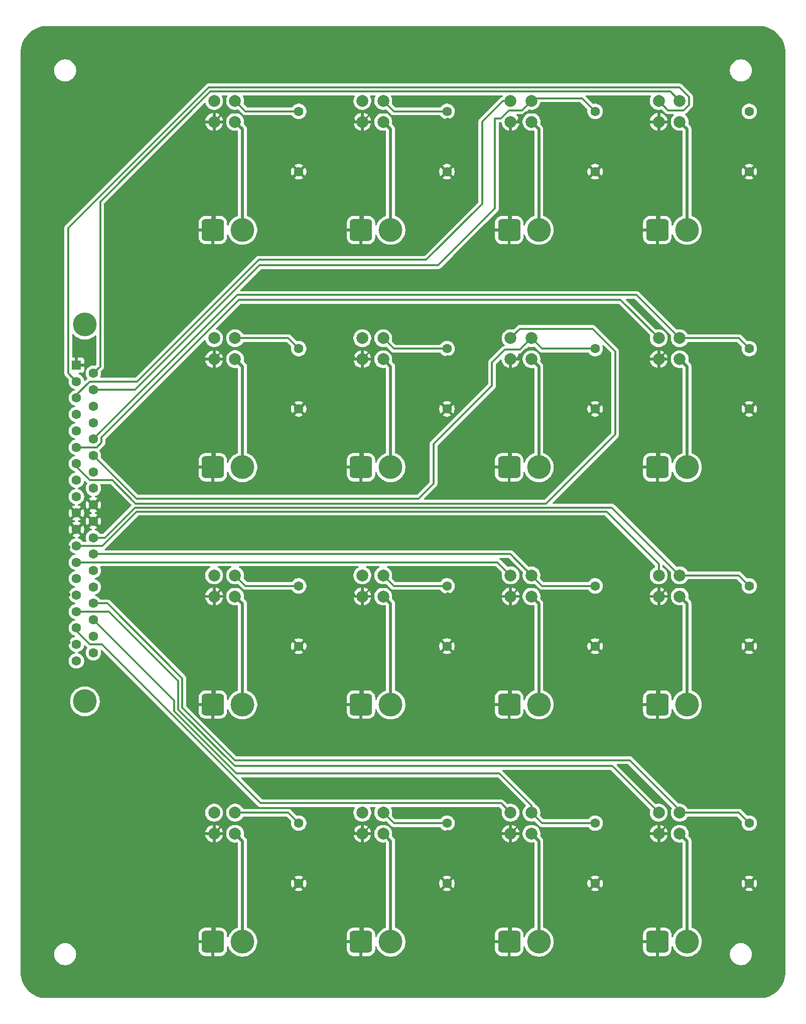
<source format=gtl>
G04 #@! TF.GenerationSoftware,KiCad,Pcbnew,9.0.5*
G04 #@! TF.CreationDate,2025-10-19T17:50:37-05:00*
G04 #@! TF.ProjectId,AI_Board_Rev_B,41495f42-6f61-4726-945f-5265765f422e,B*
G04 #@! TF.SameCoordinates,Original*
G04 #@! TF.FileFunction,Copper,L1,Top*
G04 #@! TF.FilePolarity,Positive*
%FSLAX46Y46*%
G04 Gerber Fmt 4.6, Leading zero omitted, Abs format (unit mm)*
G04 Created by KiCad (PCBNEW 9.0.5) date 2025-10-19 17:50:37*
%MOMM*%
%LPD*%
G01*
G04 APERTURE LIST*
G04 Aperture macros list*
%AMRoundRect*
0 Rectangle with rounded corners*
0 $1 Rounding radius*
0 $2 $3 $4 $5 $6 $7 $8 $9 X,Y pos of 4 corners*
0 Add a 4 corners polygon primitive as box body*
4,1,4,$2,$3,$4,$5,$6,$7,$8,$9,$2,$3,0*
0 Add four circle primitives for the rounded corners*
1,1,$1+$1,$2,$3*
1,1,$1+$1,$4,$5*
1,1,$1+$1,$6,$7*
1,1,$1+$1,$8,$9*
0 Add four rect primitives between the rounded corners*
20,1,$1+$1,$2,$3,$4,$5,0*
20,1,$1+$1,$4,$5,$6,$7,0*
20,1,$1+$1,$6,$7,$8,$9,0*
20,1,$1+$1,$8,$9,$2,$3,0*%
G04 Aperture macros list end*
G04 #@! TA.AperFunction,ComponentPad*
%ADD10C,2.000000*%
G04 #@! TD*
G04 #@! TA.AperFunction,ComponentPad*
%ADD11C,1.600000*%
G04 #@! TD*
G04 #@! TA.AperFunction,ComponentPad*
%ADD12RoundRect,0.760000X-1.140000X-1.140000X1.140000X-1.140000X1.140000X1.140000X-1.140000X1.140000X0*%
G04 #@! TD*
G04 #@! TA.AperFunction,ComponentPad*
%ADD13C,4.000000*%
G04 #@! TD*
G04 #@! TA.AperFunction,ComponentPad*
%ADD14R,1.600000X1.600000*%
G04 #@! TD*
G04 #@! TA.AperFunction,ViaPad*
%ADD15C,0.800000*%
G04 #@! TD*
G04 #@! TA.AperFunction,Conductor*
%ADD16C,0.300000*%
G04 #@! TD*
G04 #@! TA.AperFunction,Conductor*
%ADD17C,0.500000*%
G04 #@! TD*
G04 APERTURE END LIST*
D10*
X123232233Y-108232233D03*
X126767767Y-108232233D03*
X126767767Y-111767767D03*
X123232233Y-111767767D03*
D11*
X138500000Y-70000000D03*
X138500000Y-80160000D03*
D10*
X98232233Y-68232233D03*
X101767767Y-68232233D03*
X101767767Y-71767767D03*
X98232233Y-71767767D03*
D12*
X98000000Y-50000000D03*
D13*
X103000000Y-50000000D03*
D12*
X73000000Y-170000000D03*
D13*
X78000000Y-170000000D03*
D10*
X123232233Y-28232233D03*
X126767767Y-28232233D03*
X126767767Y-31767767D03*
X123232233Y-31767767D03*
X48232233Y-108232233D03*
X51767767Y-108232233D03*
X51767767Y-111767767D03*
X48232233Y-111767767D03*
X98232233Y-148232233D03*
X101767767Y-148232233D03*
X101767767Y-151767767D03*
X98232233Y-151767767D03*
X48232233Y-68232233D03*
X51767767Y-68232233D03*
X51767767Y-71767767D03*
X48232233Y-71767767D03*
D12*
X98000000Y-90000000D03*
D13*
X103000000Y-90000000D03*
D10*
X48232233Y-28232233D03*
X51767767Y-28232233D03*
X51767767Y-31767767D03*
X48232233Y-31767767D03*
D11*
X138500000Y-150000000D03*
X138500000Y-160160000D03*
D13*
X26420000Y-129460000D03*
X26420000Y-65960000D03*
D14*
X25000000Y-72780000D03*
D11*
X25000000Y-75550000D03*
X25000000Y-78320000D03*
X25000000Y-81090000D03*
X25000000Y-83860000D03*
X25000000Y-86630000D03*
X25000000Y-89400000D03*
X25000000Y-92170000D03*
X25000000Y-94940000D03*
X25000000Y-97710000D03*
X25000000Y-100480000D03*
X25000000Y-103250000D03*
X25000000Y-106020000D03*
X25000000Y-108790000D03*
X25000000Y-111560000D03*
X25000000Y-114330000D03*
X25000000Y-117100000D03*
X25000000Y-119870000D03*
X25000000Y-122640000D03*
X27840000Y-74165000D03*
X27840000Y-76935000D03*
X27840000Y-79705000D03*
X27840000Y-82475000D03*
X27840000Y-85245000D03*
X27840000Y-88015000D03*
X27840000Y-90785000D03*
X27840000Y-93555000D03*
X27840000Y-96325000D03*
X27840000Y-99095000D03*
X27840000Y-101865000D03*
X27840000Y-104635000D03*
X27840000Y-107405000D03*
X27840000Y-110175000D03*
X27840000Y-112945000D03*
X27840000Y-115715000D03*
X27840000Y-118485000D03*
X27840000Y-121255000D03*
X112500000Y-70000000D03*
X112500000Y-80160000D03*
D12*
X123000000Y-50000000D03*
D13*
X128000000Y-50000000D03*
D10*
X98232233Y-108232233D03*
X101767767Y-108232233D03*
X101767767Y-111767767D03*
X98232233Y-111767767D03*
D12*
X48000000Y-130000000D03*
D13*
X53000000Y-130000000D03*
D10*
X123232233Y-68232233D03*
X126767767Y-68232233D03*
X126767767Y-71767767D03*
X123232233Y-71767767D03*
X73232233Y-28232233D03*
X76767767Y-28232233D03*
X76767767Y-31767767D03*
X73232233Y-31767767D03*
D12*
X48000000Y-90000000D03*
D13*
X53000000Y-90000000D03*
D10*
X73232233Y-108232233D03*
X76767767Y-108232233D03*
X76767767Y-111767767D03*
X73232233Y-111767767D03*
D11*
X87500000Y-150000000D03*
X87500000Y-160160000D03*
D10*
X73232233Y-68232233D03*
X76767767Y-68232233D03*
X76767767Y-71767767D03*
X73232233Y-71767767D03*
D12*
X73000000Y-130000000D03*
D13*
X78000000Y-130000000D03*
D11*
X87500000Y-70000000D03*
X87500000Y-80160000D03*
X138500000Y-30000000D03*
X138500000Y-40160000D03*
D12*
X98000000Y-170000000D03*
D13*
X103000000Y-170000000D03*
D11*
X87500000Y-110000000D03*
X87500000Y-120160000D03*
D12*
X73000000Y-90000000D03*
D13*
X78000000Y-90000000D03*
D11*
X138500000Y-110000000D03*
X138500000Y-120160000D03*
X87500000Y-30000000D03*
X87500000Y-40160000D03*
X112500000Y-30000000D03*
X112500000Y-40160000D03*
D12*
X48000000Y-170000000D03*
D13*
X53000000Y-170000000D03*
D10*
X73232233Y-148232233D03*
X76767767Y-148232233D03*
X76767767Y-151767767D03*
X73232233Y-151767767D03*
X48232233Y-148232233D03*
X51767767Y-148232233D03*
X51767767Y-151767767D03*
X48232233Y-151767767D03*
D12*
X48000000Y-50000000D03*
D13*
X53000000Y-50000000D03*
D12*
X98000000Y-130000000D03*
D13*
X103000000Y-130000000D03*
D12*
X123000000Y-130000000D03*
D13*
X128000000Y-130000000D03*
D12*
X123000000Y-170000000D03*
D13*
X128000000Y-170000000D03*
D12*
X73000000Y-50000000D03*
D13*
X78000000Y-50000000D03*
D12*
X123000000Y-90000000D03*
D13*
X128000000Y-90000000D03*
D11*
X112500000Y-150000000D03*
X112500000Y-160160000D03*
X112500000Y-110000000D03*
X112500000Y-120160000D03*
D10*
X98232233Y-28232233D03*
X101767767Y-28232233D03*
X101767767Y-31767767D03*
X98232233Y-31767767D03*
D11*
X62500000Y-110000000D03*
X62500000Y-120160000D03*
X62500000Y-70000000D03*
X62500000Y-80160000D03*
X62500000Y-30000000D03*
X62500000Y-40160000D03*
X62500000Y-150000000D03*
X62500000Y-160160000D03*
D10*
X123232233Y-148232233D03*
X126767767Y-148232233D03*
X126767767Y-151767767D03*
X123232233Y-151767767D03*
D15*
X143590000Y-95500000D03*
X119590000Y-39500000D03*
X39590000Y-87500000D03*
X87590000Y-87500000D03*
X63590000Y-31500000D03*
X143590000Y-31500000D03*
X71590000Y-135500000D03*
X79590000Y-175500000D03*
X143590000Y-87500000D03*
X87590000Y-31500000D03*
X95590000Y-79500000D03*
X143590000Y-71500000D03*
X47590000Y-23500000D03*
X63590000Y-135500000D03*
X39590000Y-151500000D03*
X95590000Y-23500000D03*
X119590000Y-71500000D03*
X119590000Y-55500000D03*
X95590000Y-175500000D03*
X63590000Y-63500000D03*
X111590000Y-175500000D03*
X87590000Y-63500000D03*
X119590000Y-87500000D03*
X119590000Y-167500000D03*
X111590000Y-127500000D03*
X119590000Y-31500000D03*
X95590000Y-159500000D03*
X55590000Y-151500000D03*
X31590000Y-175500000D03*
X111590000Y-55500000D03*
X63590000Y-47500000D03*
X103590000Y-23500000D03*
X47590000Y-175500000D03*
X23590000Y-111500000D03*
X31590000Y-167500000D03*
X143590000Y-39500000D03*
X55590000Y-135500000D03*
X71590000Y-23500000D03*
X79590000Y-159500000D03*
X135590000Y-159500000D03*
X71590000Y-71500000D03*
X127590000Y-103500000D03*
X135590000Y-63500000D03*
X63590000Y-175500000D03*
X63590000Y-71500000D03*
X55590000Y-119500000D03*
X143590000Y-79500000D03*
X95590000Y-143500000D03*
X119590000Y-151500000D03*
X23590000Y-119500000D03*
X127590000Y-63500000D03*
X87590000Y-47500000D03*
X31590000Y-143500000D03*
X39590000Y-39500000D03*
X23590000Y-103500000D03*
X63590000Y-151500000D03*
X135590000Y-167500000D03*
X39590000Y-23500000D03*
X63590000Y-87500000D03*
X79590000Y-135500000D03*
X87590000Y-175500000D03*
X119590000Y-159500000D03*
X71590000Y-175500000D03*
X31590000Y-95500000D03*
X111590000Y-143500000D03*
X79590000Y-23500000D03*
X111590000Y-103500000D03*
X55590000Y-31500000D03*
X23590000Y-31500000D03*
X71590000Y-159500000D03*
X63590000Y-111500000D03*
X135590000Y-31500000D03*
X39590000Y-143500000D03*
X143590000Y-23500000D03*
X31590000Y-47500000D03*
X39590000Y-31500000D03*
X23590000Y-143500000D03*
X23590000Y-167500000D03*
X135590000Y-71500000D03*
X135590000Y-95500000D03*
X119590000Y-47500000D03*
X119590000Y-135500000D03*
X95590000Y-135500000D03*
X39590000Y-167500000D03*
X23590000Y-39500000D03*
X143590000Y-175500000D03*
X143590000Y-167500000D03*
X39590000Y-63500000D03*
X143590000Y-119500000D03*
X95590000Y-55500000D03*
X111590000Y-151500000D03*
X39590000Y-47500000D03*
X143590000Y-151500000D03*
X31590000Y-55500000D03*
X103590000Y-135500000D03*
X39590000Y-159500000D03*
X119590000Y-95500000D03*
X23590000Y-47500000D03*
X95590000Y-111500000D03*
X135590000Y-119500000D03*
X55590000Y-39500000D03*
X87590000Y-143500000D03*
X79590000Y-63500000D03*
X63590000Y-143500000D03*
X55590000Y-79500000D03*
X111590000Y-71500000D03*
X127590000Y-135500000D03*
X87590000Y-71500000D03*
X39590000Y-119500000D03*
X119590000Y-111500000D03*
X143590000Y-111500000D03*
X143590000Y-143500000D03*
X23590000Y-175500000D03*
X87590000Y-127500000D03*
X31590000Y-63500000D03*
X127590000Y-95500000D03*
X87590000Y-103500000D03*
X47590000Y-55500000D03*
X111590000Y-167500000D03*
X111590000Y-31500000D03*
X23590000Y-127500000D03*
X127590000Y-55500000D03*
X63590000Y-167500000D03*
X103590000Y-175500000D03*
X79590000Y-143500000D03*
X31590000Y-39500000D03*
X111590000Y-63500000D03*
X71590000Y-111500000D03*
X87590000Y-135500000D03*
X103590000Y-103500000D03*
X119590000Y-127500000D03*
X55590000Y-111500000D03*
X39590000Y-175500000D03*
X103590000Y-55500000D03*
X71590000Y-119500000D03*
X55590000Y-159500000D03*
X79590000Y-39500000D03*
X127590000Y-143500000D03*
X135590000Y-103500000D03*
X111590000Y-111500000D03*
X79590000Y-79500000D03*
X63590000Y-23500000D03*
X95590000Y-119500000D03*
X55590000Y-143500000D03*
X135590000Y-111500000D03*
X135590000Y-135500000D03*
X119590000Y-119500000D03*
X135590000Y-55500000D03*
X87590000Y-151500000D03*
X127590000Y-23500000D03*
X71590000Y-63500000D03*
X79590000Y-103500000D03*
X87590000Y-111500000D03*
X95590000Y-151500000D03*
X79590000Y-119500000D03*
X119590000Y-175500000D03*
X103590000Y-63500000D03*
X143590000Y-135500000D03*
X143590000Y-55500000D03*
X55590000Y-23500000D03*
X31590000Y-151500000D03*
X135590000Y-151500000D03*
X135590000Y-47500000D03*
X31590000Y-23500000D03*
X71590000Y-151500000D03*
X71590000Y-79500000D03*
X135590000Y-87500000D03*
X87590000Y-23500000D03*
X95590000Y-103500000D03*
X143590000Y-159500000D03*
X143590000Y-63500000D03*
X55590000Y-175500000D03*
X23590000Y-151500000D03*
X111590000Y-95500000D03*
X63590000Y-127500000D03*
X55590000Y-63500000D03*
X31590000Y-31500000D03*
X55590000Y-71500000D03*
X31590000Y-159500000D03*
X119590000Y-79500000D03*
X71590000Y-31500000D03*
X111590000Y-23500000D03*
X135590000Y-127500000D03*
X103590000Y-143500000D03*
X135590000Y-175500000D03*
X87590000Y-167500000D03*
X71590000Y-39500000D03*
X39590000Y-55500000D03*
X111590000Y-47500000D03*
X95590000Y-63500000D03*
X127590000Y-175500000D03*
X31590000Y-71500000D03*
X23590000Y-159500000D03*
X135590000Y-79500000D03*
X23590000Y-135500000D03*
X143590000Y-47500000D03*
X135590000Y-143500000D03*
X143590000Y-127500000D03*
X143590000Y-103500000D03*
X119590000Y-23500000D03*
X31590000Y-135500000D03*
X111590000Y-135500000D03*
D16*
X128351367Y-27576284D02*
X128351367Y-28888182D01*
X25000000Y-75550000D02*
X23616400Y-74166400D01*
X23616400Y-74166400D02*
X23616400Y-49641761D01*
X126733883Y-25958800D02*
X128351367Y-27576284D01*
X124815833Y-29815833D02*
X123232233Y-28232233D01*
X127423716Y-29815833D02*
X124815833Y-29815833D01*
X23616400Y-49641761D02*
X47299361Y-25958800D01*
X47299361Y-25958800D02*
X126733883Y-25958800D01*
X128351367Y-28888182D02*
X127423716Y-29815833D01*
X76767767Y-148232233D02*
X78535534Y-150000000D01*
X78535534Y-150000000D02*
X87500000Y-150000000D01*
X62500000Y-30000000D02*
X53535534Y-30000000D01*
X53535534Y-30000000D02*
X51767767Y-28232233D01*
X128524167Y-70184167D02*
X124815833Y-70184167D01*
X49815833Y-150184167D02*
X48232233Y-151767767D01*
X74815833Y-30184167D02*
X73232233Y-31767767D01*
D17*
X123232233Y-31767767D02*
X123232233Y-49767767D01*
X123232233Y-111767767D02*
X123232233Y-129767767D01*
D16*
X74815833Y-70184167D02*
X73232233Y-71767767D01*
X52524167Y-30184167D02*
X49815833Y-30184167D01*
X98232233Y-169767767D02*
X98000000Y-170000000D01*
X102524167Y-110184167D02*
X99815833Y-110184167D01*
D17*
X73232233Y-31767767D02*
X73232233Y-49767767D01*
D16*
X98232233Y-129767767D02*
X98000000Y-130000000D01*
D17*
X98232233Y-71767767D02*
X98232233Y-89767767D01*
D16*
X87500000Y-40160000D02*
X77524167Y-30184167D01*
X112500000Y-80160000D02*
X102524167Y-70184167D01*
X138500000Y-80160000D02*
X128524167Y-70184167D01*
X100782589Y-70184167D02*
X99198989Y-71767767D01*
X73232233Y-169767767D02*
X73000000Y-170000000D01*
X52393200Y-70053200D02*
X49946800Y-70053200D01*
X98232233Y-89767767D02*
X98000000Y-90000000D01*
X49815833Y-110184167D02*
X48232233Y-111767767D01*
X123232233Y-49767767D02*
X123000000Y-50000000D01*
X48232233Y-49767767D02*
X48000000Y-50000000D01*
X102524167Y-150184167D02*
X99815833Y-150184167D01*
X112500000Y-160160000D02*
X102524167Y-150184167D01*
X62500000Y-80160000D02*
X52393200Y-70053200D01*
D17*
X48232233Y-31767767D02*
X48232233Y-49767767D01*
X48232233Y-111767767D02*
X48232233Y-129767767D01*
D16*
X49815833Y-30184167D02*
X48232233Y-31767767D01*
X52524167Y-150184167D02*
X49815833Y-150184167D01*
D17*
X98232233Y-111767767D02*
X98232233Y-129767767D01*
D16*
X124815833Y-150184167D02*
X123232233Y-151767767D01*
X99815833Y-150184167D02*
X98232233Y-151767767D01*
X102524167Y-70184167D02*
X100782589Y-70184167D01*
X87500000Y-120160000D02*
X77524167Y-110184167D01*
X48232233Y-129767767D02*
X48000000Y-130000000D01*
X74815833Y-110184167D02*
X73232233Y-111767767D01*
X77524167Y-30184167D02*
X74815833Y-30184167D01*
X73232233Y-49767767D02*
X73000000Y-50000000D01*
D17*
X73232233Y-111767767D02*
X73232233Y-129767767D01*
D16*
X123232233Y-169767767D02*
X123000000Y-170000000D01*
X62500000Y-160160000D02*
X52524167Y-150184167D01*
X48232233Y-89767767D02*
X48000000Y-90000000D01*
D17*
X73232233Y-71767767D02*
X73232233Y-89767767D01*
D16*
X49946800Y-70053200D02*
X48232233Y-71767767D01*
X123232233Y-129767767D02*
X123000000Y-130000000D01*
X62500000Y-40160000D02*
X52524167Y-30184167D01*
X98232233Y-49767767D02*
X98000000Y-50000000D01*
X77524167Y-150184167D02*
X74815833Y-150184167D01*
X73232233Y-89767767D02*
X73000000Y-90000000D01*
D17*
X123232233Y-71767767D02*
X123232233Y-89767767D01*
D16*
X123232233Y-89767767D02*
X123000000Y-90000000D01*
X99198989Y-31767767D02*
X98232233Y-31767767D01*
X87500000Y-80160000D02*
X77524167Y-70184167D01*
X100782589Y-30184167D02*
X99198989Y-31767767D01*
D17*
X98232233Y-151767767D02*
X98232233Y-169767767D01*
D16*
X77524167Y-70184167D02*
X74815833Y-70184167D01*
X124815833Y-110184167D02*
X123232233Y-111767767D01*
X77524167Y-110184167D02*
X74815833Y-110184167D01*
X112500000Y-120160000D02*
X102524167Y-110184167D01*
X128524167Y-150184167D02*
X124815833Y-150184167D01*
X74815833Y-150184167D02*
X73232233Y-151767767D01*
X99815833Y-110184167D02*
X98232233Y-111767767D01*
X87500000Y-160160000D02*
X77524167Y-150184167D01*
X128524167Y-110184167D02*
X124815833Y-110184167D01*
X112500000Y-40160000D02*
X102524167Y-30184167D01*
X102524167Y-30184167D02*
X100782589Y-30184167D01*
X138500000Y-120160000D02*
X128524167Y-110184167D01*
X99198989Y-71767767D02*
X98232233Y-71767767D01*
D17*
X48232233Y-71767767D02*
X48232233Y-89767767D01*
X48232233Y-151767767D02*
X48232233Y-169767767D01*
X98232233Y-31767767D02*
X98232233Y-49767767D01*
D16*
X124815833Y-70184167D02*
X123232233Y-71767767D01*
X138500000Y-160160000D02*
X128524167Y-150184167D01*
X73232233Y-129767767D02*
X73000000Y-130000000D01*
X52524167Y-110184167D02*
X49815833Y-110184167D01*
X62500000Y-120160000D02*
X52524167Y-110184167D01*
D17*
X73232233Y-151767767D02*
X73232233Y-169767767D01*
D16*
X48232233Y-169767767D02*
X48000000Y-170000000D01*
D17*
X123232233Y-151767767D02*
X123232233Y-169767767D01*
D16*
X84023200Y-55016400D02*
X93472000Y-45567600D01*
X96938967Y-28232233D02*
X98232233Y-28232233D01*
X55778400Y-55016400D02*
X84023200Y-55016400D01*
X93472000Y-45567600D02*
X93472000Y-31699200D01*
X27266894Y-75548600D02*
X35246200Y-75548600D01*
X35246200Y-75548600D02*
X55778400Y-55016400D01*
X93472000Y-31699200D02*
X96938967Y-28232233D01*
X25000000Y-78320000D02*
X25000000Y-77815494D01*
X25000000Y-77815494D02*
X27266894Y-75548600D01*
X115360400Y-140360400D02*
X123232233Y-148232233D01*
X30510000Y-114330000D02*
X42177000Y-125997000D01*
X25000000Y-114330000D02*
X25000000Y-114831706D01*
X51712844Y-140360400D02*
X115360400Y-140360400D01*
X25000000Y-114831706D02*
X25592075Y-114239631D01*
X25000000Y-114330000D02*
X30510000Y-114330000D01*
X42177000Y-130824556D02*
X51712844Y-140360400D01*
X42177000Y-125997000D02*
X42177000Y-130824556D01*
X115874800Y-70459600D02*
X112063833Y-66648633D01*
X27266894Y-92168600D02*
X31026844Y-92168600D01*
X115874800Y-84480400D02*
X115874800Y-70459600D01*
X25000000Y-89400000D02*
X25000000Y-89901706D01*
X99815833Y-66648633D02*
X98232233Y-68232233D01*
X102423716Y-66648633D02*
X99815833Y-66648633D01*
X104241600Y-96113600D02*
X115874800Y-84480400D01*
X25000000Y-89901706D02*
X27266894Y-92168600D01*
X34971844Y-96113600D02*
X104241600Y-96113600D01*
X112063833Y-66648633D02*
X102006400Y-66648633D01*
X31026844Y-92168600D02*
X34971844Y-96113600D01*
X27266894Y-119868600D02*
X29287532Y-119868600D01*
X56067565Y-146648633D02*
X96648633Y-146648633D01*
X29287532Y-119868600D02*
X56067565Y-146648633D01*
X25000000Y-117100000D02*
X25000000Y-117601706D01*
X96648633Y-146648633D02*
X98232233Y-148232233D01*
X25000000Y-117601706D02*
X27266894Y-119868600D01*
X103535534Y-150000000D02*
X101767767Y-148232233D01*
X41493400Y-129368400D02*
X41493400Y-131107712D01*
X41493400Y-131107712D02*
X52016088Y-141630400D01*
X52016088Y-141630400D02*
X96367600Y-141630400D01*
X101767767Y-147030567D02*
X101767767Y-148232233D01*
X96367600Y-141630400D02*
X101767767Y-147030567D01*
X27840000Y-115715000D02*
X41493400Y-129368400D01*
X112500000Y-150000000D02*
X103535534Y-150000000D01*
X138500000Y-150000000D02*
X136732233Y-148232233D01*
X118364000Y-139395200D02*
X126767767Y-147798967D01*
X42860600Y-130541400D02*
X51714400Y-139395200D01*
X51714400Y-139395200D02*
X118364000Y-139395200D01*
X42860600Y-125613800D02*
X42860600Y-130541400D01*
X30191800Y-112945000D02*
X42860600Y-125613800D01*
X126767767Y-147798967D02*
X126767767Y-148232233D01*
X136732233Y-148232233D02*
X126767767Y-148232233D01*
X27840000Y-112945000D02*
X30191800Y-112945000D01*
X78535534Y-110000000D02*
X76767767Y-108232233D01*
X87500000Y-110000000D02*
X78535534Y-110000000D01*
X25000000Y-103250000D02*
X29384400Y-103250000D01*
X114448000Y-97480800D02*
X123232233Y-106265033D01*
X29384400Y-103250000D02*
X35153600Y-97480800D01*
X123232233Y-106265033D02*
X123232233Y-108232233D01*
X35153600Y-97480800D02*
X114448000Y-97480800D01*
X87500000Y-30000000D02*
X78535534Y-30000000D01*
X78535534Y-30000000D02*
X76767767Y-28232233D01*
X62500000Y-70000000D02*
X60732233Y-68232233D01*
X60732233Y-68232233D02*
X51767767Y-68232233D01*
X103535534Y-110000000D02*
X101767767Y-108232233D01*
X112500000Y-110000000D02*
X103535534Y-110000000D01*
X27840000Y-104635000D02*
X98170534Y-104635000D01*
X98170534Y-104635000D02*
X101767767Y-108232233D01*
X96020000Y-106020000D02*
X98232233Y-108232233D01*
X25000000Y-106020000D02*
X96020000Y-106020000D01*
X85242400Y-86106000D02*
X85242400Y-92760800D01*
X112500000Y-70000000D02*
X103535534Y-70000000D01*
X103535534Y-70000000D02*
X101767767Y-68232233D01*
X82702400Y-95300800D02*
X35125800Y-95300800D01*
X35125800Y-95300800D02*
X27840000Y-88015000D01*
X101767767Y-68232233D02*
X99815833Y-70184167D01*
X85242400Y-92760800D02*
X82702400Y-95300800D01*
X97303433Y-70184167D02*
X95097600Y-72390000D01*
X95097600Y-72390000D02*
X95097600Y-76250800D01*
X95097600Y-76250800D02*
X85242400Y-86106000D01*
X99815833Y-70184167D02*
X97303433Y-70184167D01*
X55880000Y-55930800D02*
X86004400Y-55930800D01*
X95605600Y-46329600D02*
X95605600Y-31191200D01*
X27840000Y-76935000D02*
X34875800Y-76935000D01*
X112500000Y-30000000D02*
X110287600Y-27787600D01*
X96569251Y-31191200D02*
X97944618Y-29815833D01*
X95605600Y-31191200D02*
X96569251Y-31191200D01*
X102212400Y-27787600D02*
X101767767Y-28232233D01*
X34875800Y-76935000D02*
X55880000Y-55930800D01*
X97944618Y-29815833D02*
X100184167Y-29815833D01*
X110287600Y-27787600D02*
X102212400Y-27787600D01*
X100184167Y-29815833D02*
X101767767Y-28232233D01*
X86004400Y-55930800D02*
X95605600Y-46329600D01*
X138500000Y-110000000D02*
X136732233Y-108232233D01*
X34848800Y-96797200D02*
X115332734Y-96797200D01*
X29781000Y-101865000D02*
X34848800Y-96797200D01*
X136732233Y-108232233D02*
X126767767Y-108232233D01*
X115332734Y-96797200D02*
X126767767Y-108232233D01*
X27840000Y-101865000D02*
X29781000Y-101865000D01*
X51767767Y-148232233D02*
X51769934Y-148234400D01*
X51769934Y-148234400D02*
X60734400Y-148234400D01*
X60734400Y-148234400D02*
X62500000Y-150000000D01*
X138500000Y-70000000D02*
X136732233Y-68232233D01*
X119495534Y-60960000D02*
X126767767Y-68232233D01*
X52125000Y-60960000D02*
X119495534Y-60960000D01*
X27840000Y-85245000D02*
X52125000Y-60960000D01*
X136732233Y-68232233D02*
X126767767Y-68232233D01*
X78535534Y-70000000D02*
X76767767Y-68232233D01*
X87500000Y-70000000D02*
X78535534Y-70000000D01*
X53535534Y-110000000D02*
X51767767Y-108232233D01*
X62500000Y-110000000D02*
X53535534Y-110000000D01*
X29003600Y-73001400D02*
X29003600Y-45221317D01*
X47576284Y-26648633D02*
X125184167Y-26648633D01*
X29003600Y-45221317D02*
X47576284Y-26648633D01*
X125184167Y-26648633D02*
X126767767Y-28232233D01*
X27840000Y-74165000D02*
X29003600Y-73001400D01*
X52425600Y-61772800D02*
X116772800Y-61772800D01*
X28411706Y-86630000D02*
X29223600Y-85818106D01*
X116772800Y-61772800D02*
X123232233Y-68232233D01*
X25000000Y-86630000D02*
X28411706Y-86630000D01*
X29223600Y-85818106D02*
X29223600Y-84974800D01*
X29223600Y-84974800D02*
X52425600Y-61772800D01*
D17*
X51767767Y-151767767D02*
X53000000Y-153000000D01*
X53000000Y-153000000D02*
X53000000Y-170000000D01*
X78000000Y-153000000D02*
X78000000Y-170000000D01*
X76767767Y-151767767D02*
X78000000Y-153000000D01*
X101767767Y-151767767D02*
X103000000Y-153000000D01*
X103000000Y-153000000D02*
X103000000Y-170000000D01*
X128000000Y-153000000D02*
X128000000Y-170000000D01*
X126767767Y-151767767D02*
X128000000Y-153000000D01*
X53000000Y-113000000D02*
X53000000Y-130000000D01*
X51767767Y-111767767D02*
X53000000Y-113000000D01*
X78000000Y-113000000D02*
X76767767Y-111767767D01*
X78000000Y-113000000D02*
X78000000Y-130000000D01*
X103000000Y-113000000D02*
X103000000Y-130000000D01*
X103000000Y-113000000D02*
X101767767Y-111767767D01*
X128000000Y-113000000D02*
X128000000Y-130000000D01*
X128000000Y-113000000D02*
X126767767Y-111767767D01*
X51767767Y-71767767D02*
X53000000Y-73000000D01*
X53000000Y-73000000D02*
X53000000Y-90000000D01*
X78000000Y-73000000D02*
X78000000Y-90000000D01*
X76767767Y-71767767D02*
X78000000Y-73000000D01*
X101767767Y-71767767D02*
X103000000Y-73000000D01*
X103000000Y-73000000D02*
X103000000Y-90000000D01*
X126767767Y-71767767D02*
X128000000Y-73000000D01*
X128000000Y-73000000D02*
X128000000Y-90000000D01*
X51767767Y-31767767D02*
X53000000Y-33000000D01*
X53000000Y-33000000D02*
X53000000Y-50000000D01*
X78000000Y-33000000D02*
X78000000Y-50000000D01*
X76767767Y-31767767D02*
X78000000Y-33000000D01*
X101767767Y-31767767D02*
X103000000Y-33000000D01*
X103000000Y-33000000D02*
X103000000Y-50000000D01*
X126767767Y-31767767D02*
X128000000Y-33000000D01*
X128000000Y-33000000D02*
X128000000Y-50000000D01*
G04 #@! TA.AperFunction,Conductor*
G36*
X26442069Y-92283987D02*
G01*
X26493120Y-92314772D01*
X26789177Y-92610829D01*
X26822662Y-92672152D01*
X26817678Y-92741844D01*
X26801815Y-92771394D01*
X26727714Y-92873387D01*
X26634781Y-93055776D01*
X26571522Y-93250465D01*
X26539500Y-93452648D01*
X26539500Y-93657351D01*
X26571522Y-93859534D01*
X26634781Y-94054223D01*
X26727715Y-94236613D01*
X26848028Y-94402213D01*
X26992786Y-94546971D01*
X27135009Y-94650300D01*
X27158390Y-94667287D01*
X27340781Y-94760220D01*
X27486807Y-94807666D01*
X27531938Y-94822331D01*
X27589614Y-94861769D01*
X27616812Y-94926127D01*
X27604897Y-94994974D01*
X27557653Y-95046449D01*
X27531939Y-95058193D01*
X27340968Y-95120244D01*
X27158644Y-95213143D01*
X27114077Y-95245523D01*
X27114077Y-95245524D01*
X27710591Y-95842037D01*
X27647007Y-95859075D01*
X27532993Y-95924901D01*
X27439901Y-96017993D01*
X27374075Y-96132007D01*
X27357037Y-96195590D01*
X26760524Y-95599077D01*
X26760523Y-95599077D01*
X26728143Y-95643644D01*
X26635244Y-95825968D01*
X26572009Y-96020582D01*
X26540000Y-96222682D01*
X26540000Y-96427317D01*
X26572009Y-96629417D01*
X26635244Y-96824031D01*
X26728141Y-97006350D01*
X26728147Y-97006359D01*
X26760523Y-97050921D01*
X26760524Y-97050922D01*
X27357037Y-96454409D01*
X27374075Y-96517993D01*
X27439901Y-96632007D01*
X27532993Y-96725099D01*
X27647007Y-96790925D01*
X27710590Y-96807962D01*
X27114076Y-97404474D01*
X27158650Y-97436859D01*
X27340968Y-97529755D01*
X27532747Y-97592069D01*
X27590422Y-97631507D01*
X27617620Y-97695866D01*
X27605705Y-97764712D01*
X27558461Y-97816188D01*
X27532747Y-97827931D01*
X27340968Y-97890244D01*
X27158644Y-97983143D01*
X27114077Y-98015523D01*
X27114077Y-98015524D01*
X27710591Y-98612037D01*
X27647007Y-98629075D01*
X27532993Y-98694901D01*
X27439901Y-98787993D01*
X27374075Y-98902007D01*
X27357037Y-98965590D01*
X26760524Y-98369077D01*
X26760523Y-98369077D01*
X26728143Y-98413644D01*
X26635244Y-98595968D01*
X26572009Y-98790582D01*
X26540000Y-98992682D01*
X26540000Y-99197317D01*
X26572009Y-99399417D01*
X26635244Y-99594031D01*
X26728141Y-99776350D01*
X26728147Y-99776359D01*
X26760523Y-99820921D01*
X26760524Y-99820922D01*
X27357037Y-99224409D01*
X27374075Y-99287993D01*
X27439901Y-99402007D01*
X27532993Y-99495099D01*
X27647007Y-99560925D01*
X27710590Y-99577962D01*
X27114076Y-100174474D01*
X27158650Y-100206859D01*
X27340968Y-100299755D01*
X27531939Y-100361806D01*
X27589614Y-100401244D01*
X27616812Y-100465603D01*
X27604897Y-100534449D01*
X27557653Y-100585925D01*
X27531939Y-100597668D01*
X27340776Y-100659781D01*
X27158386Y-100752715D01*
X26992786Y-100873028D01*
X26848028Y-101017786D01*
X26727715Y-101183386D01*
X26634781Y-101365776D01*
X26571522Y-101560465D01*
X26539500Y-101762648D01*
X26539500Y-101967351D01*
X26571522Y-102169534D01*
X26634781Y-102364223D01*
X26662797Y-102419205D01*
X26675693Y-102487874D01*
X26649417Y-102552614D01*
X26592311Y-102592872D01*
X26552312Y-102599500D01*
X26198071Y-102599500D01*
X26131032Y-102579815D01*
X26097754Y-102548386D01*
X25991966Y-102402781D01*
X25847219Y-102258034D01*
X25847213Y-102258028D01*
X25681613Y-102137715D01*
X25681612Y-102137714D01*
X25681610Y-102137713D01*
X25624653Y-102108691D01*
X25499223Y-102044781D01*
X25308060Y-101982668D01*
X25250385Y-101943230D01*
X25223187Y-101878871D01*
X25235102Y-101810025D01*
X25282346Y-101758549D01*
X25308061Y-101746806D01*
X25499029Y-101684755D01*
X25681349Y-101591859D01*
X25725921Y-101559474D01*
X25129409Y-100962962D01*
X25192993Y-100945925D01*
X25307007Y-100880099D01*
X25400099Y-100787007D01*
X25465925Y-100672993D01*
X25482962Y-100609409D01*
X26079474Y-101205921D01*
X26111859Y-101161349D01*
X26204755Y-100979031D01*
X26267990Y-100784417D01*
X26300000Y-100582317D01*
X26300000Y-100377682D01*
X26267990Y-100175582D01*
X26204755Y-99980968D01*
X26111859Y-99798650D01*
X26079474Y-99754077D01*
X26079474Y-99754076D01*
X25482962Y-100350589D01*
X25465925Y-100287007D01*
X25400099Y-100172993D01*
X25307007Y-100079901D01*
X25192993Y-100014075D01*
X25129408Y-99997037D01*
X25725922Y-99400524D01*
X25725921Y-99400523D01*
X25681359Y-99368147D01*
X25681350Y-99368141D01*
X25499031Y-99275244D01*
X25307252Y-99212931D01*
X25249577Y-99173493D01*
X25222379Y-99109134D01*
X25234294Y-99040288D01*
X25281538Y-98988812D01*
X25307252Y-98977069D01*
X25499031Y-98914755D01*
X25572480Y-98877331D01*
X25681349Y-98821859D01*
X25725921Y-98789474D01*
X25129409Y-98192962D01*
X25192993Y-98175925D01*
X25307007Y-98110099D01*
X25400099Y-98017007D01*
X25465925Y-97902993D01*
X25482962Y-97839409D01*
X26079474Y-98435921D01*
X26111859Y-98391349D01*
X26204755Y-98209031D01*
X26267990Y-98014417D01*
X26300000Y-97812317D01*
X26300000Y-97607682D01*
X26267990Y-97405584D01*
X26264725Y-97395535D01*
X26264724Y-97395533D01*
X26204755Y-97210968D01*
X26111859Y-97028650D01*
X26079474Y-96984077D01*
X26079474Y-96984076D01*
X25482962Y-97580589D01*
X25465925Y-97517007D01*
X25400099Y-97402993D01*
X25307007Y-97309901D01*
X25192993Y-97244075D01*
X25129408Y-97227037D01*
X25725922Y-96630524D01*
X25725921Y-96630523D01*
X25681359Y-96598147D01*
X25681350Y-96598141D01*
X25499031Y-96505244D01*
X25308060Y-96443193D01*
X25250385Y-96403755D01*
X25223187Y-96339396D01*
X25235102Y-96270550D01*
X25282347Y-96219074D01*
X25308061Y-96207331D01*
X25499219Y-96145220D01*
X25681610Y-96052287D01*
X25746623Y-96005053D01*
X25847213Y-95931971D01*
X25847215Y-95931968D01*
X25847219Y-95931966D01*
X25991966Y-95787219D01*
X25991968Y-95787215D01*
X25991971Y-95787213D01*
X26096278Y-95643644D01*
X26112287Y-95621610D01*
X26205220Y-95439219D01*
X26268477Y-95244534D01*
X26300500Y-95042352D01*
X26300500Y-94837648D01*
X26299934Y-94834074D01*
X26268477Y-94635465D01*
X26205218Y-94440776D01*
X26171503Y-94374607D01*
X26112287Y-94258390D01*
X26096463Y-94236610D01*
X25991971Y-94092786D01*
X25847213Y-93948028D01*
X25681613Y-93827715D01*
X25681612Y-93827714D01*
X25681610Y-93827713D01*
X25624653Y-93798691D01*
X25499223Y-93734781D01*
X25308868Y-93672931D01*
X25251193Y-93633493D01*
X25223995Y-93569134D01*
X25235910Y-93500288D01*
X25283154Y-93448812D01*
X25308868Y-93437069D01*
X25351508Y-93423213D01*
X25499219Y-93375220D01*
X25681610Y-93282287D01*
X25774590Y-93214732D01*
X25847213Y-93161971D01*
X25847215Y-93161968D01*
X25847219Y-93161966D01*
X25991966Y-93017219D01*
X25991968Y-93017215D01*
X25991971Y-93017213D01*
X26054806Y-92930726D01*
X26112287Y-92851610D01*
X26205220Y-92669219D01*
X26268477Y-92474534D01*
X26282966Y-92383054D01*
X26312895Y-92319920D01*
X26372207Y-92282989D01*
X26442069Y-92283987D01*
G37*
G04 #@! TD.AperFunction*
G04 #@! TA.AperFunction,Conductor*
G36*
X30773075Y-92838785D02*
G01*
X30793717Y-92855419D01*
X34244495Y-96306197D01*
X34277980Y-96367520D01*
X34272996Y-96437212D01*
X34244495Y-96481559D01*
X29547873Y-101178181D01*
X29486550Y-101211666D01*
X29460192Y-101214500D01*
X29038071Y-101214500D01*
X28971032Y-101194815D01*
X28937754Y-101163386D01*
X28831966Y-101017781D01*
X28687219Y-100873034D01*
X28687213Y-100873028D01*
X28521613Y-100752715D01*
X28521612Y-100752714D01*
X28521610Y-100752713D01*
X28464653Y-100723691D01*
X28339223Y-100659781D01*
X28148060Y-100597668D01*
X28090385Y-100558230D01*
X28063187Y-100493871D01*
X28075102Y-100425025D01*
X28122346Y-100373549D01*
X28148061Y-100361806D01*
X28339029Y-100299755D01*
X28521349Y-100206859D01*
X28565921Y-100174474D01*
X27969409Y-99577962D01*
X28032993Y-99560925D01*
X28147007Y-99495099D01*
X28240099Y-99402007D01*
X28305925Y-99287993D01*
X28322962Y-99224409D01*
X28919474Y-99820921D01*
X28951859Y-99776349D01*
X29044755Y-99594031D01*
X29107990Y-99399417D01*
X29140000Y-99197317D01*
X29140000Y-98992682D01*
X29107990Y-98790582D01*
X29044755Y-98595968D01*
X28951859Y-98413650D01*
X28919474Y-98369077D01*
X28919474Y-98369076D01*
X28322962Y-98965589D01*
X28305925Y-98902007D01*
X28240099Y-98787993D01*
X28147007Y-98694901D01*
X28032993Y-98629075D01*
X27969408Y-98612037D01*
X28565922Y-98015524D01*
X28565921Y-98015523D01*
X28521359Y-97983147D01*
X28521350Y-97983141D01*
X28339031Y-97890244D01*
X28147252Y-97827931D01*
X28089577Y-97788493D01*
X28062379Y-97724134D01*
X28074294Y-97655288D01*
X28121538Y-97603812D01*
X28147252Y-97592069D01*
X28339031Y-97529755D01*
X28521349Y-97436859D01*
X28565921Y-97404474D01*
X27969409Y-96807962D01*
X28032993Y-96790925D01*
X28147007Y-96725099D01*
X28240099Y-96632007D01*
X28305925Y-96517993D01*
X28322962Y-96454409D01*
X28919474Y-97050921D01*
X28951859Y-97006349D01*
X29044755Y-96824031D01*
X29107990Y-96629417D01*
X29140000Y-96427317D01*
X29140000Y-96222682D01*
X29107990Y-96020582D01*
X29044755Y-95825968D01*
X28951859Y-95643650D01*
X28919474Y-95599077D01*
X28919474Y-95599076D01*
X28322962Y-96195589D01*
X28305925Y-96132007D01*
X28240099Y-96017993D01*
X28147007Y-95924901D01*
X28032993Y-95859075D01*
X27969408Y-95842037D01*
X28565922Y-95245524D01*
X28565921Y-95245523D01*
X28521359Y-95213147D01*
X28521350Y-95213141D01*
X28339031Y-95120244D01*
X28148060Y-95058193D01*
X28090385Y-95018755D01*
X28063187Y-94954396D01*
X28075102Y-94885550D01*
X28122347Y-94834074D01*
X28148061Y-94822331D01*
X28339219Y-94760220D01*
X28521610Y-94667287D01*
X28614590Y-94599732D01*
X28687213Y-94546971D01*
X28687215Y-94546968D01*
X28687219Y-94546966D01*
X28831966Y-94402219D01*
X28831968Y-94402215D01*
X28831971Y-94402213D01*
X28884732Y-94329590D01*
X28952287Y-94236610D01*
X29045220Y-94054219D01*
X29108477Y-93859534D01*
X29140500Y-93657352D01*
X29140500Y-93452648D01*
X29139892Y-93448812D01*
X29108477Y-93250465D01*
X29045218Y-93055776D01*
X29016490Y-92999395D01*
X29003594Y-92930726D01*
X29029870Y-92865985D01*
X29086977Y-92825728D01*
X29126975Y-92819100D01*
X30706036Y-92819100D01*
X30773075Y-92838785D01*
G37*
G04 #@! TD.AperFunction*
G04 #@! TA.AperFunction,Conductor*
G36*
X113891055Y-69408673D02*
G01*
X113930467Y-69435212D01*
X115187981Y-70692726D01*
X115221466Y-70754049D01*
X115224300Y-70780407D01*
X115224300Y-84159592D01*
X115204615Y-84226631D01*
X115187981Y-84247273D01*
X104008473Y-95426781D01*
X103947150Y-95460266D01*
X103920792Y-95463100D01*
X83759408Y-95463100D01*
X83692369Y-95443415D01*
X83646614Y-95390611D01*
X83636670Y-95321453D01*
X83665695Y-95257897D01*
X83671727Y-95251419D01*
X85747671Y-93175475D01*
X85747676Y-93175470D01*
X85818865Y-93068927D01*
X85867901Y-92950544D01*
X85883248Y-92873390D01*
X85892900Y-92824869D01*
X85892900Y-88795280D01*
X95600000Y-88795280D01*
X95600000Y-89750000D01*
X96672769Y-89750000D01*
X96650000Y-89893753D01*
X96650000Y-90106247D01*
X96672769Y-90250000D01*
X95600000Y-90250000D01*
X95600000Y-91204719D01*
X95610482Y-91337906D01*
X95610483Y-91337912D01*
X95665898Y-91557829D01*
X95665899Y-91557832D01*
X95759695Y-91764330D01*
X95759698Y-91764336D01*
X95888851Y-91950758D01*
X95888861Y-91950770D01*
X96049229Y-92111138D01*
X96049241Y-92111148D01*
X96235663Y-92240301D01*
X96235669Y-92240304D01*
X96442167Y-92334100D01*
X96442170Y-92334101D01*
X96662087Y-92389516D01*
X96662093Y-92389517D01*
X96795280Y-92399999D01*
X96795294Y-92400000D01*
X97750000Y-92400000D01*
X97750000Y-91327231D01*
X97893753Y-91350000D01*
X98106247Y-91350000D01*
X98250000Y-91327231D01*
X98250000Y-92400000D01*
X99204706Y-92400000D01*
X99204719Y-92399999D01*
X99337906Y-92389517D01*
X99337912Y-92389516D01*
X99557829Y-92334101D01*
X99557832Y-92334100D01*
X99764330Y-92240304D01*
X99764336Y-92240301D01*
X99950758Y-92111148D01*
X99950770Y-92111138D01*
X100111138Y-91950770D01*
X100111148Y-91950758D01*
X100240301Y-91764336D01*
X100240304Y-91764330D01*
X100334100Y-91557832D01*
X100334101Y-91557829D01*
X100389516Y-91337912D01*
X100389517Y-91337906D01*
X100399999Y-91204719D01*
X100400000Y-91204706D01*
X100400000Y-90870309D01*
X100419685Y-90803270D01*
X100472489Y-90757515D01*
X100541647Y-90747571D01*
X100605203Y-90776596D01*
X100641041Y-90829354D01*
X100686200Y-90958411D01*
X100808053Y-91211442D01*
X100808055Y-91211445D01*
X100957477Y-91449248D01*
X101132584Y-91668825D01*
X101331175Y-91867416D01*
X101550752Y-92042523D01*
X101788555Y-92191945D01*
X102041592Y-92313801D01*
X102239509Y-92383055D01*
X102306670Y-92406556D01*
X102306682Y-92406560D01*
X102580491Y-92469055D01*
X102580497Y-92469055D01*
X102580505Y-92469057D01*
X102766547Y-92490018D01*
X102859569Y-92500499D01*
X102859572Y-92500500D01*
X102859575Y-92500500D01*
X103140428Y-92500500D01*
X103140429Y-92500499D01*
X103283055Y-92484429D01*
X103419494Y-92469057D01*
X103419499Y-92469056D01*
X103419509Y-92469055D01*
X103693318Y-92406560D01*
X103958408Y-92313801D01*
X104211445Y-92191945D01*
X104449248Y-92042523D01*
X104668825Y-91867416D01*
X104867416Y-91668825D01*
X105042523Y-91449248D01*
X105191945Y-91211445D01*
X105313801Y-90958408D01*
X105406560Y-90693318D01*
X105469055Y-90419509D01*
X105469056Y-90419499D01*
X105469057Y-90419494D01*
X105500499Y-90140431D01*
X105500500Y-90140427D01*
X105500500Y-89859572D01*
X105500499Y-89859568D01*
X105469057Y-89580505D01*
X105469054Y-89580487D01*
X105406560Y-89306682D01*
X105406556Y-89306670D01*
X105366194Y-89191324D01*
X105313801Y-89041592D01*
X105191945Y-88788555D01*
X105042523Y-88550752D01*
X104867416Y-88331175D01*
X104668825Y-88132584D01*
X104649723Y-88117351D01*
X104503656Y-88000866D01*
X104449248Y-87957477D01*
X104211445Y-87808055D01*
X104211442Y-87808053D01*
X103958415Y-87686202D01*
X103958406Y-87686198D01*
X103833544Y-87642506D01*
X103776769Y-87601784D01*
X103751022Y-87536831D01*
X103750500Y-87525465D01*
X103750500Y-80057682D01*
X111200000Y-80057682D01*
X111200000Y-80262317D01*
X111232009Y-80464417D01*
X111295244Y-80659031D01*
X111388141Y-80841350D01*
X111388147Y-80841359D01*
X111420523Y-80885921D01*
X111420524Y-80885922D01*
X112100000Y-80206446D01*
X112100000Y-80212661D01*
X112127259Y-80314394D01*
X112179920Y-80405606D01*
X112254394Y-80480080D01*
X112345606Y-80532741D01*
X112447339Y-80560000D01*
X112453553Y-80560000D01*
X111774076Y-81239474D01*
X111818650Y-81271859D01*
X112000968Y-81364755D01*
X112195582Y-81427990D01*
X112397683Y-81460000D01*
X112602317Y-81460000D01*
X112804417Y-81427990D01*
X112999031Y-81364755D01*
X113181349Y-81271859D01*
X113225921Y-81239474D01*
X112546447Y-80560000D01*
X112552661Y-80560000D01*
X112654394Y-80532741D01*
X112745606Y-80480080D01*
X112820080Y-80405606D01*
X112872741Y-80314394D01*
X112900000Y-80212661D01*
X112900000Y-80206447D01*
X113579474Y-80885921D01*
X113611859Y-80841349D01*
X113704755Y-80659031D01*
X113767990Y-80464417D01*
X113800000Y-80262317D01*
X113800000Y-80057682D01*
X113767990Y-79855582D01*
X113704755Y-79660968D01*
X113611859Y-79478650D01*
X113579474Y-79434077D01*
X113579474Y-79434076D01*
X112900000Y-80113551D01*
X112900000Y-80107339D01*
X112872741Y-80005606D01*
X112820080Y-79914394D01*
X112745606Y-79839920D01*
X112654394Y-79787259D01*
X112552661Y-79760000D01*
X112546446Y-79760000D01*
X113225922Y-79080524D01*
X113225921Y-79080523D01*
X113181359Y-79048147D01*
X113181350Y-79048141D01*
X112999031Y-78955244D01*
X112804417Y-78892009D01*
X112602317Y-78860000D01*
X112397683Y-78860000D01*
X112195582Y-78892009D01*
X112000968Y-78955244D01*
X111818644Y-79048143D01*
X111774077Y-79080523D01*
X111774077Y-79080524D01*
X112453554Y-79760000D01*
X112447339Y-79760000D01*
X112345606Y-79787259D01*
X112254394Y-79839920D01*
X112179920Y-79914394D01*
X112127259Y-80005606D01*
X112100000Y-80107339D01*
X112100000Y-80113553D01*
X111420524Y-79434077D01*
X111420523Y-79434077D01*
X111388143Y-79478644D01*
X111295244Y-79660968D01*
X111232009Y-79855582D01*
X111200000Y-80057682D01*
X103750500Y-80057682D01*
X103750500Y-72926081D01*
X103744620Y-72896523D01*
X103744372Y-72895277D01*
X103721659Y-72781088D01*
X103667408Y-72650117D01*
X103665764Y-72645522D01*
X103582954Y-72521588D01*
X103582953Y-72521587D01*
X103582951Y-72521584D01*
X103478416Y-72417049D01*
X103269047Y-72207680D01*
X103235562Y-72146357D01*
X103234255Y-72100601D01*
X103234256Y-72100600D01*
X103256404Y-71960760D01*
X103268267Y-71885864D01*
X103268267Y-71649669D01*
X103231320Y-71416398D01*
X103183026Y-71267767D01*
X103158335Y-71191775D01*
X103158333Y-71191772D01*
X103158333Y-71191770D01*
X103068244Y-71014962D01*
X103051110Y-70981334D01*
X102912284Y-70790257D01*
X102745277Y-70623250D01*
X102554200Y-70484424D01*
X102343763Y-70377200D01*
X102119135Y-70304213D01*
X101885864Y-70267267D01*
X101885859Y-70267267D01*
X101649675Y-70267267D01*
X101649670Y-70267267D01*
X101416398Y-70304213D01*
X101191770Y-70377200D01*
X100981333Y-70484424D01*
X100952632Y-70505277D01*
X100790257Y-70623250D01*
X100790255Y-70623252D01*
X100790254Y-70623252D01*
X100623252Y-70790254D01*
X100623252Y-70790255D01*
X100623250Y-70790257D01*
X100590984Y-70834667D01*
X100484424Y-70981333D01*
X100377200Y-71191770D01*
X100304213Y-71416398D01*
X100267267Y-71649669D01*
X100267267Y-71885864D01*
X100304213Y-72119135D01*
X100377200Y-72343763D01*
X100443047Y-72472993D01*
X100484424Y-72554200D01*
X100623250Y-72745277D01*
X100790257Y-72912284D01*
X100981334Y-73051110D01*
X101051786Y-73087007D01*
X101191770Y-73158333D01*
X101191772Y-73158333D01*
X101191775Y-73158335D01*
X101312179Y-73197456D01*
X101416398Y-73231320D01*
X101649670Y-73268267D01*
X101649675Y-73268267D01*
X101885864Y-73268267D01*
X102026922Y-73245925D01*
X102100602Y-73234255D01*
X102106026Y-73234956D01*
X102111153Y-73233044D01*
X102140303Y-73239385D01*
X102169894Y-73243209D01*
X102175499Y-73247041D01*
X102179426Y-73247896D01*
X102207680Y-73269047D01*
X102213181Y-73274548D01*
X102246666Y-73335871D01*
X102249500Y-73362229D01*
X102249500Y-87525465D01*
X102229815Y-87592504D01*
X102177011Y-87638259D01*
X102166456Y-87642506D01*
X102041593Y-87686198D01*
X102041584Y-87686202D01*
X101788557Y-87808053D01*
X101550753Y-87957476D01*
X101331175Y-88132583D01*
X101132583Y-88331175D01*
X100957476Y-88550753D01*
X100808053Y-88788557D01*
X100686200Y-89041588D01*
X100641041Y-89170645D01*
X100600319Y-89227421D01*
X100535367Y-89253168D01*
X100466805Y-89239712D01*
X100416402Y-89191324D01*
X100400000Y-89129690D01*
X100400000Y-88795293D01*
X100399999Y-88795280D01*
X100389517Y-88662093D01*
X100389516Y-88662087D01*
X100334101Y-88442170D01*
X100334100Y-88442167D01*
X100240304Y-88235669D01*
X100240301Y-88235663D01*
X100111148Y-88049241D01*
X100111138Y-88049229D01*
X99950770Y-87888861D01*
X99950758Y-87888851D01*
X99764336Y-87759698D01*
X99764330Y-87759695D01*
X99557832Y-87665899D01*
X99557829Y-87665898D01*
X99337912Y-87610483D01*
X99337906Y-87610482D01*
X99204719Y-87600000D01*
X98250000Y-87600000D01*
X98250000Y-88672768D01*
X98106247Y-88650000D01*
X97893753Y-88650000D01*
X97750000Y-88672768D01*
X97750000Y-87600000D01*
X96795280Y-87600000D01*
X96662093Y-87610482D01*
X96662087Y-87610483D01*
X96442170Y-87665898D01*
X96442167Y-87665899D01*
X96235669Y-87759695D01*
X96235663Y-87759698D01*
X96049241Y-87888851D01*
X96049229Y-87888861D01*
X95888861Y-88049229D01*
X95888851Y-88049241D01*
X95759698Y-88235663D01*
X95759695Y-88235669D01*
X95665899Y-88442167D01*
X95665898Y-88442170D01*
X95610483Y-88662087D01*
X95610482Y-88662093D01*
X95600000Y-88795280D01*
X85892900Y-88795280D01*
X85892900Y-86426808D01*
X85912585Y-86359769D01*
X85929219Y-86339127D01*
X95602871Y-76665475D01*
X95602876Y-76665470D01*
X95674065Y-76558927D01*
X95723101Y-76440544D01*
X95731719Y-76397219D01*
X95748100Y-76314869D01*
X95748100Y-72710808D01*
X95767785Y-72643769D01*
X95784419Y-72623127D01*
X96139779Y-72267767D01*
X96531369Y-71876176D01*
X96592690Y-71842693D01*
X96662381Y-71847677D01*
X96718315Y-71889549D01*
X96741521Y-71944461D01*
X96769167Y-72119014D01*
X96842130Y-72343569D01*
X96949318Y-72553938D01*
X97088099Y-72744953D01*
X97255046Y-72911900D01*
X97446061Y-73050681D01*
X97656428Y-73157869D01*
X97880977Y-73230830D01*
X97880983Y-73230832D01*
X97982233Y-73246868D01*
X97982233Y-72200779D01*
X98039240Y-72233692D01*
X98166407Y-72267767D01*
X98298059Y-72267767D01*
X98425226Y-72233692D01*
X98482233Y-72200779D01*
X98482233Y-73246867D01*
X98583482Y-73230832D01*
X98583488Y-73230830D01*
X98808037Y-73157869D01*
X99018404Y-73050681D01*
X99209419Y-72911900D01*
X99376366Y-72744953D01*
X99515147Y-72553938D01*
X99622335Y-72343569D01*
X99695298Y-72119014D01*
X99711335Y-72017767D01*
X98665245Y-72017767D01*
X98698158Y-71960760D01*
X98732233Y-71833593D01*
X98732233Y-71701941D01*
X98698158Y-71574774D01*
X98665245Y-71517767D01*
X99711335Y-71517767D01*
X99695298Y-71416519D01*
X99622335Y-71191964D01*
X99532149Y-71014962D01*
X99519253Y-70946292D01*
X99545530Y-70881552D01*
X99602636Y-70841295D01*
X99642634Y-70834667D01*
X99879904Y-70834667D01*
X99964448Y-70817849D01*
X100005577Y-70809668D01*
X100123960Y-70760632D01*
X100230502Y-70689444D01*
X101217574Y-69702370D01*
X101278895Y-69668887D01*
X101343569Y-69672121D01*
X101416399Y-69695786D01*
X101533037Y-69714259D01*
X101649670Y-69732733D01*
X101649675Y-69732733D01*
X101885864Y-69732733D01*
X102077552Y-69702372D01*
X102119135Y-69695786D01*
X102191964Y-69672121D01*
X102261801Y-69670126D01*
X102317960Y-69702372D01*
X103120859Y-70505272D01*
X103120862Y-70505275D01*
X103223762Y-70574030D01*
X103225619Y-70575270D01*
X103227407Y-70576465D01*
X103345790Y-70625501D01*
X103345794Y-70625501D01*
X103345795Y-70625502D01*
X103471462Y-70650500D01*
X103471465Y-70650500D01*
X111301929Y-70650500D01*
X111368968Y-70670185D01*
X111402245Y-70701613D01*
X111459493Y-70780407D01*
X111508034Y-70847219D01*
X111652786Y-70991971D01*
X111807749Y-71104556D01*
X111818390Y-71112287D01*
X111934607Y-71171503D01*
X112000776Y-71205218D01*
X112000778Y-71205218D01*
X112000781Y-71205220D01*
X112105137Y-71239127D01*
X112195465Y-71268477D01*
X112296557Y-71284488D01*
X112397648Y-71300500D01*
X112397649Y-71300500D01*
X112602351Y-71300500D01*
X112602352Y-71300500D01*
X112804534Y-71268477D01*
X112999219Y-71205220D01*
X113181610Y-71112287D01*
X113274590Y-71044732D01*
X113347213Y-70991971D01*
X113347215Y-70991968D01*
X113347219Y-70991966D01*
X113491966Y-70847219D01*
X113491968Y-70847215D01*
X113491971Y-70847213D01*
X113559657Y-70754049D01*
X113612287Y-70681610D01*
X113705220Y-70499219D01*
X113768477Y-70304534D01*
X113800500Y-70102352D01*
X113800500Y-69897648D01*
X113768477Y-69695466D01*
X113724854Y-69561211D01*
X113722860Y-69491370D01*
X113758940Y-69431537D01*
X113821641Y-69400709D01*
X113891055Y-69408673D01*
G37*
G04 #@! TD.AperFunction*
G04 #@! TA.AperFunction,Conductor*
G36*
X24472103Y-67531247D02*
G01*
X24487847Y-67547648D01*
X24552577Y-67628818D01*
X24552584Y-67628825D01*
X24751175Y-67827416D01*
X24970752Y-68002523D01*
X25208555Y-68151945D01*
X25461592Y-68273801D01*
X25660680Y-68343465D01*
X25726670Y-68366556D01*
X25726682Y-68366560D01*
X26000491Y-68429055D01*
X26000497Y-68429055D01*
X26000505Y-68429057D01*
X26186547Y-68450018D01*
X26279569Y-68460499D01*
X26279572Y-68460500D01*
X26279575Y-68460500D01*
X26560428Y-68460500D01*
X26560429Y-68460499D01*
X26703055Y-68444429D01*
X26839494Y-68429057D01*
X26839499Y-68429056D01*
X26839509Y-68429055D01*
X27113318Y-68366560D01*
X27378408Y-68273801D01*
X27631445Y-68151945D01*
X27869248Y-68002523D01*
X28088825Y-67827416D01*
X28141419Y-67774822D01*
X28202742Y-67741337D01*
X28272434Y-67746321D01*
X28328367Y-67788193D01*
X28352784Y-67853657D01*
X28353100Y-67862503D01*
X28353100Y-72680591D01*
X28344455Y-72710030D01*
X28337932Y-72740018D01*
X28334177Y-72745033D01*
X28333415Y-72747630D01*
X28316781Y-72768273D01*
X28227190Y-72857863D01*
X28165866Y-72891347D01*
X28120111Y-72892654D01*
X27974611Y-72869609D01*
X27942352Y-72864500D01*
X27737648Y-72864500D01*
X27713329Y-72868351D01*
X27535465Y-72896522D01*
X27340776Y-72959781D01*
X27158386Y-73052715D01*
X26992786Y-73173028D01*
X26848028Y-73317786D01*
X26727715Y-73483386D01*
X26634781Y-73665776D01*
X26571522Y-73860465D01*
X26539500Y-74062648D01*
X26539500Y-74267351D01*
X26571522Y-74469534D01*
X26634781Y-74664223D01*
X26698691Y-74789653D01*
X26717013Y-74825611D01*
X26727715Y-74846613D01*
X26800636Y-74946982D01*
X26824116Y-75012789D01*
X26808290Y-75080842D01*
X26787999Y-75107548D01*
X26492737Y-75402810D01*
X26431414Y-75436295D01*
X26361722Y-75431311D01*
X26305789Y-75389439D01*
X26282583Y-75334527D01*
X26268477Y-75245466D01*
X26205220Y-75050781D01*
X26205218Y-75050778D01*
X26205218Y-75050776D01*
X26171503Y-74984607D01*
X26112287Y-74868390D01*
X26096463Y-74846610D01*
X25991971Y-74702786D01*
X25847213Y-74558028D01*
X25681613Y-74437715D01*
X25681612Y-74437714D01*
X25681610Y-74437713D01*
X25624653Y-74408691D01*
X25499223Y-74344781D01*
X25465807Y-74333923D01*
X25428895Y-74321930D01*
X25371221Y-74282493D01*
X25344023Y-74218134D01*
X25355938Y-74149288D01*
X25403182Y-74097812D01*
X25467215Y-74080000D01*
X25847828Y-74080000D01*
X25847844Y-74079999D01*
X25907372Y-74073598D01*
X25907379Y-74073596D01*
X26042086Y-74023354D01*
X26042093Y-74023350D01*
X26157187Y-73937190D01*
X26157190Y-73937187D01*
X26243350Y-73822093D01*
X26243354Y-73822086D01*
X26293596Y-73687379D01*
X26293598Y-73687372D01*
X26299999Y-73627844D01*
X26300000Y-73627827D01*
X26300000Y-73030000D01*
X25433012Y-73030000D01*
X25465925Y-72972993D01*
X25500000Y-72845826D01*
X25500000Y-72714174D01*
X25465925Y-72587007D01*
X25433012Y-72530000D01*
X26300000Y-72530000D01*
X26300000Y-71932172D01*
X26299999Y-71932155D01*
X26293598Y-71872627D01*
X26293596Y-71872620D01*
X26243354Y-71737913D01*
X26243350Y-71737906D01*
X26157190Y-71622812D01*
X26157187Y-71622809D01*
X26042093Y-71536649D01*
X26042086Y-71536645D01*
X25907379Y-71486403D01*
X25907372Y-71486401D01*
X25847844Y-71480000D01*
X25250000Y-71480000D01*
X25250000Y-72346988D01*
X25192993Y-72314075D01*
X25065826Y-72280000D01*
X24934174Y-72280000D01*
X24807007Y-72314075D01*
X24750000Y-72346988D01*
X24750000Y-71480000D01*
X24390900Y-71480000D01*
X24323861Y-71460315D01*
X24278106Y-71407511D01*
X24266900Y-71356000D01*
X24266900Y-67624960D01*
X24286585Y-67557921D01*
X24339389Y-67512166D01*
X24408547Y-67502222D01*
X24472103Y-67531247D01*
G37*
G04 #@! TD.AperFunction*
G04 #@! TA.AperFunction,Conductor*
G36*
X50359445Y-27299908D02*
G01*
X50362116Y-27299247D01*
X50392781Y-27309696D01*
X50423844Y-27318818D01*
X50425644Y-27320895D01*
X50428251Y-27321784D01*
X50448402Y-27347160D01*
X50469599Y-27371622D01*
X50469990Y-27374344D01*
X50471702Y-27376500D01*
X50474933Y-27408720D01*
X50479543Y-27440780D01*
X50478483Y-27444121D01*
X50478674Y-27446021D01*
X50467290Y-27479428D01*
X50377200Y-27656236D01*
X50304213Y-27880864D01*
X50267267Y-28114135D01*
X50267267Y-28350330D01*
X50304213Y-28583601D01*
X50377200Y-28808229D01*
X50417701Y-28887715D01*
X50484424Y-29018666D01*
X50623250Y-29209743D01*
X50790257Y-29376750D01*
X50981334Y-29515576D01*
X51080524Y-29566116D01*
X51191770Y-29622799D01*
X51191772Y-29622799D01*
X51191775Y-29622801D01*
X51271302Y-29648641D01*
X51416398Y-29695786D01*
X51649670Y-29732733D01*
X51649675Y-29732733D01*
X51885864Y-29732733D01*
X52077552Y-29702372D01*
X52119135Y-29695786D01*
X52191964Y-29672121D01*
X52261801Y-29670126D01*
X52317960Y-29702372D01*
X53120859Y-30505272D01*
X53120862Y-30505275D01*
X53223762Y-30574030D01*
X53225619Y-30575270D01*
X53227407Y-30576465D01*
X53345790Y-30625501D01*
X53345794Y-30625501D01*
X53345795Y-30625502D01*
X53471462Y-30650500D01*
X53471465Y-30650500D01*
X61301929Y-30650500D01*
X61368968Y-30670185D01*
X61402245Y-30701613D01*
X61466647Y-30790254D01*
X61508034Y-30847219D01*
X61652786Y-30991971D01*
X61807749Y-31104556D01*
X61818390Y-31112287D01*
X61934607Y-31171503D01*
X62000776Y-31205218D01*
X62000778Y-31205218D01*
X62000781Y-31205220D01*
X62105137Y-31239127D01*
X62195465Y-31268477D01*
X62296557Y-31284488D01*
X62397648Y-31300500D01*
X62397649Y-31300500D01*
X62602351Y-31300500D01*
X62602352Y-31300500D01*
X62804534Y-31268477D01*
X62999219Y-31205220D01*
X63181610Y-31112287D01*
X63274590Y-31044732D01*
X63347213Y-30991971D01*
X63347215Y-30991968D01*
X63347219Y-30991966D01*
X63491966Y-30847219D01*
X63491968Y-30847215D01*
X63491971Y-30847213D01*
X63544732Y-30774590D01*
X63612287Y-30681610D01*
X63705220Y-30499219D01*
X63768477Y-30304534D01*
X63800500Y-30102352D01*
X63800500Y-29897648D01*
X63768477Y-29695466D01*
X63705220Y-29500781D01*
X63705218Y-29500778D01*
X63705218Y-29500776D01*
X63642025Y-29376754D01*
X63612287Y-29318390D01*
X63597753Y-29298385D01*
X63491971Y-29152786D01*
X63347213Y-29008028D01*
X63181613Y-28887715D01*
X63181612Y-28887714D01*
X63181610Y-28887713D01*
X63124653Y-28858691D01*
X62999223Y-28794781D01*
X62804534Y-28731522D01*
X62629995Y-28703878D01*
X62602352Y-28699500D01*
X62397648Y-28699500D01*
X62373329Y-28703351D01*
X62195465Y-28731522D01*
X62000776Y-28794781D01*
X61818386Y-28887715D01*
X61652786Y-29008028D01*
X61508034Y-29152780D01*
X61451597Y-29230460D01*
X61402246Y-29298386D01*
X61346918Y-29341051D01*
X61301929Y-29349500D01*
X53856342Y-29349500D01*
X53789303Y-29329815D01*
X53768661Y-29313181D01*
X53237906Y-28782426D01*
X53204421Y-28721103D01*
X53207655Y-28656430D01*
X53231320Y-28583601D01*
X53251247Y-28457785D01*
X53268267Y-28350330D01*
X53268267Y-28114135D01*
X53231320Y-27880864D01*
X53186642Y-27743361D01*
X53158335Y-27656241D01*
X53158333Y-27656238D01*
X53158333Y-27656236D01*
X53084950Y-27512215D01*
X53068243Y-27479427D01*
X53055348Y-27410759D01*
X53081624Y-27346018D01*
X53138731Y-27305761D01*
X53178729Y-27299133D01*
X71821271Y-27299133D01*
X71888310Y-27318818D01*
X71934065Y-27371622D01*
X71944009Y-27440780D01*
X71931756Y-27479428D01*
X71841666Y-27656236D01*
X71768679Y-27880864D01*
X71731733Y-28114135D01*
X71731733Y-28350330D01*
X71768679Y-28583601D01*
X71841666Y-28808229D01*
X71882167Y-28887715D01*
X71948890Y-29018666D01*
X72087716Y-29209743D01*
X72254723Y-29376750D01*
X72445800Y-29515576D01*
X72544990Y-29566116D01*
X72656236Y-29622799D01*
X72656238Y-29622799D01*
X72656241Y-29622801D01*
X72735768Y-29648641D01*
X72880864Y-29695786D01*
X73114136Y-29732733D01*
X73114141Y-29732733D01*
X73350330Y-29732733D01*
X73583601Y-29695786D01*
X73584589Y-29695465D01*
X73808225Y-29622801D01*
X74018666Y-29515576D01*
X74209743Y-29376750D01*
X74376750Y-29209743D01*
X74515576Y-29018666D01*
X74622801Y-28808225D01*
X74695786Y-28583601D01*
X74703223Y-28536646D01*
X74732733Y-28350330D01*
X74732733Y-28114135D01*
X74695786Y-27880864D01*
X74651108Y-27743361D01*
X74622801Y-27656241D01*
X74622799Y-27656238D01*
X74622799Y-27656236D01*
X74549416Y-27512215D01*
X74532709Y-27479427D01*
X74519814Y-27410759D01*
X74546090Y-27346018D01*
X74603197Y-27305761D01*
X74643195Y-27299133D01*
X75356805Y-27299133D01*
X75423844Y-27318818D01*
X75469599Y-27371622D01*
X75479543Y-27440780D01*
X75467290Y-27479428D01*
X75377200Y-27656236D01*
X75304213Y-27880864D01*
X75267267Y-28114135D01*
X75267267Y-28350330D01*
X75304213Y-28583601D01*
X75377200Y-28808229D01*
X75417701Y-28887715D01*
X75484424Y-29018666D01*
X75623250Y-29209743D01*
X75790257Y-29376750D01*
X75981334Y-29515576D01*
X76080524Y-29566116D01*
X76191770Y-29622799D01*
X76191772Y-29622799D01*
X76191775Y-29622801D01*
X76271302Y-29648641D01*
X76416398Y-29695786D01*
X76649670Y-29732733D01*
X76649675Y-29732733D01*
X76885864Y-29732733D01*
X77077552Y-29702372D01*
X77119135Y-29695786D01*
X77191964Y-29672121D01*
X77261801Y-29670126D01*
X77317960Y-29702372D01*
X78120859Y-30505272D01*
X78120862Y-30505275D01*
X78223762Y-30574030D01*
X78225619Y-30575270D01*
X78227407Y-30576465D01*
X78345790Y-30625501D01*
X78345794Y-30625501D01*
X78345795Y-30625502D01*
X78471462Y-30650500D01*
X78471465Y-30650500D01*
X86301929Y-30650500D01*
X86368968Y-30670185D01*
X86402245Y-30701613D01*
X86466647Y-30790254D01*
X86508034Y-30847219D01*
X86652786Y-30991971D01*
X86807749Y-31104556D01*
X86818390Y-31112287D01*
X86934607Y-31171503D01*
X87000776Y-31205218D01*
X87000778Y-31205218D01*
X87000781Y-31205220D01*
X87105137Y-31239127D01*
X87195465Y-31268477D01*
X87296557Y-31284488D01*
X87397648Y-31300500D01*
X87397649Y-31300500D01*
X87602351Y-31300500D01*
X87602352Y-31300500D01*
X87804534Y-31268477D01*
X87999219Y-31205220D01*
X88181610Y-31112287D01*
X88274590Y-31044732D01*
X88347213Y-30991971D01*
X88347215Y-30991968D01*
X88347219Y-30991966D01*
X88491966Y-30847219D01*
X88491968Y-30847215D01*
X88491971Y-30847213D01*
X88544732Y-30774590D01*
X88612287Y-30681610D01*
X88705220Y-30499219D01*
X88768477Y-30304534D01*
X88800500Y-30102352D01*
X88800500Y-29897648D01*
X88768477Y-29695466D01*
X88705220Y-29500781D01*
X88705218Y-29500778D01*
X88705218Y-29500776D01*
X88642025Y-29376754D01*
X88612287Y-29318390D01*
X88597753Y-29298385D01*
X88491971Y-29152786D01*
X88347213Y-29008028D01*
X88181613Y-28887715D01*
X88181612Y-28887714D01*
X88181610Y-28887713D01*
X88124653Y-28858691D01*
X87999223Y-28794781D01*
X87804534Y-28731522D01*
X87629995Y-28703878D01*
X87602352Y-28699500D01*
X87397648Y-28699500D01*
X87373329Y-28703351D01*
X87195465Y-28731522D01*
X87000776Y-28794781D01*
X86818386Y-28887715D01*
X86652786Y-29008028D01*
X86508034Y-29152780D01*
X86451597Y-29230460D01*
X86402246Y-29298386D01*
X86346918Y-29341051D01*
X86301929Y-29349500D01*
X78856342Y-29349500D01*
X78789303Y-29329815D01*
X78768661Y-29313181D01*
X78237906Y-28782426D01*
X78204421Y-28721103D01*
X78207655Y-28656430D01*
X78231320Y-28583601D01*
X78251247Y-28457785D01*
X78268267Y-28350330D01*
X78268267Y-28114135D01*
X78231320Y-27880864D01*
X78186642Y-27743361D01*
X78158335Y-27656241D01*
X78158333Y-27656238D01*
X78158333Y-27656236D01*
X78084950Y-27512215D01*
X78068243Y-27479427D01*
X78055348Y-27410759D01*
X78081624Y-27346018D01*
X78138731Y-27305761D01*
X78178729Y-27299133D01*
X96821271Y-27299133D01*
X96823911Y-27299908D01*
X96826582Y-27299247D01*
X96857237Y-27309694D01*
X96888310Y-27318818D01*
X96890111Y-27320897D01*
X96892717Y-27321785D01*
X96912863Y-27347154D01*
X96934065Y-27371622D01*
X96934456Y-27374344D01*
X96936168Y-27376500D01*
X96939399Y-27408720D01*
X96944009Y-27440780D01*
X96942949Y-27444121D01*
X96943140Y-27446021D01*
X96931755Y-27479429D01*
X96907466Y-27527098D01*
X96859492Y-27577893D01*
X96821174Y-27592419D01*
X96749228Y-27606730D01*
X96749222Y-27606732D01*
X96668055Y-27640353D01*
X96668054Y-27640353D01*
X96630843Y-27655765D01*
X96524293Y-27726959D01*
X92966726Y-31284526D01*
X92966723Y-31284531D01*
X92915564Y-31361098D01*
X92902304Y-31380943D01*
X92902301Y-31380947D01*
X92895537Y-31391068D01*
X92895533Y-31391075D01*
X92846499Y-31509455D01*
X92846497Y-31509461D01*
X92821500Y-31635128D01*
X92821500Y-45246792D01*
X92801815Y-45313831D01*
X92785181Y-45334473D01*
X83790073Y-54329581D01*
X83728750Y-54363066D01*
X83702392Y-54365900D01*
X55714329Y-54365900D01*
X55588661Y-54390897D01*
X55588655Y-54390899D01*
X55470274Y-54439934D01*
X55363726Y-54511126D01*
X55363725Y-54511127D01*
X35013073Y-74861781D01*
X34951750Y-74895266D01*
X34925392Y-74898100D01*
X29128402Y-74898100D01*
X29061363Y-74878415D01*
X29015608Y-74825611D01*
X29005664Y-74756453D01*
X29017917Y-74717806D01*
X29045217Y-74664226D01*
X29045217Y-74664222D01*
X29045220Y-74664219D01*
X29108477Y-74469534D01*
X29140500Y-74267352D01*
X29140500Y-74062648D01*
X29112345Y-73884887D01*
X29121300Y-73815594D01*
X29147137Y-73777808D01*
X29508872Y-73416074D01*
X29508873Y-73416073D01*
X29508873Y-73416072D01*
X29508877Y-73416069D01*
X29580065Y-73309527D01*
X29629101Y-73191144D01*
X29635627Y-73158335D01*
X29654100Y-73065469D01*
X29654100Y-48795280D01*
X45600000Y-48795280D01*
X45600000Y-49750000D01*
X46672769Y-49750000D01*
X46650000Y-49893753D01*
X46650000Y-50106247D01*
X46672769Y-50250000D01*
X45600000Y-50250000D01*
X45600000Y-51204719D01*
X45610482Y-51337906D01*
X45610483Y-51337912D01*
X45665898Y-51557829D01*
X45665899Y-51557832D01*
X45759695Y-51764330D01*
X45759698Y-51764336D01*
X45888851Y-51950758D01*
X45888861Y-51950770D01*
X46049229Y-52111138D01*
X46049241Y-52111148D01*
X46235663Y-52240301D01*
X46235669Y-52240304D01*
X46442167Y-52334100D01*
X46442170Y-52334101D01*
X46662087Y-52389516D01*
X46662093Y-52389517D01*
X46795280Y-52399999D01*
X46795294Y-52400000D01*
X47750000Y-52400000D01*
X47750000Y-51327231D01*
X47893753Y-51350000D01*
X48106247Y-51350000D01*
X48250000Y-51327231D01*
X48250000Y-52400000D01*
X49204706Y-52400000D01*
X49204719Y-52399999D01*
X49337906Y-52389517D01*
X49337912Y-52389516D01*
X49557829Y-52334101D01*
X49557832Y-52334100D01*
X49764330Y-52240304D01*
X49764336Y-52240301D01*
X49950758Y-52111148D01*
X49950770Y-52111138D01*
X50111138Y-51950770D01*
X50111148Y-51950758D01*
X50240301Y-51764336D01*
X50240304Y-51764330D01*
X50334100Y-51557832D01*
X50334101Y-51557829D01*
X50389516Y-51337912D01*
X50389517Y-51337906D01*
X50399999Y-51204719D01*
X50400000Y-51204706D01*
X50400000Y-50870309D01*
X50419685Y-50803270D01*
X50472489Y-50757515D01*
X50541647Y-50747571D01*
X50605203Y-50776596D01*
X50641041Y-50829354D01*
X50686200Y-50958411D01*
X50808053Y-51211442D01*
X50808055Y-51211445D01*
X50957477Y-51449248D01*
X51132584Y-51668825D01*
X51331175Y-51867416D01*
X51550752Y-52042523D01*
X51788555Y-52191945D01*
X52041592Y-52313801D01*
X52240680Y-52383465D01*
X52306670Y-52406556D01*
X52306682Y-52406560D01*
X52580491Y-52469055D01*
X52580497Y-52469055D01*
X52580505Y-52469057D01*
X52766547Y-52490018D01*
X52859569Y-52500499D01*
X52859572Y-52500500D01*
X52859575Y-52500500D01*
X53140428Y-52500500D01*
X53140429Y-52500499D01*
X53283055Y-52484429D01*
X53419494Y-52469057D01*
X53419499Y-52469056D01*
X53419509Y-52469055D01*
X53693318Y-52406560D01*
X53958408Y-52313801D01*
X54211445Y-52191945D01*
X54449248Y-52042523D01*
X54668825Y-51867416D01*
X54867416Y-51668825D01*
X55042523Y-51449248D01*
X55191945Y-51211445D01*
X55313801Y-50958408D01*
X55406560Y-50693318D01*
X55469055Y-50419509D01*
X55488154Y-50250000D01*
X55495506Y-50184754D01*
X55495506Y-50184753D01*
X55500499Y-50140431D01*
X55500500Y-50140427D01*
X55500500Y-49859572D01*
X55500499Y-49859568D01*
X55469057Y-49580505D01*
X55469054Y-49580487D01*
X55406560Y-49306682D01*
X55406556Y-49306670D01*
X55378710Y-49227092D01*
X55313801Y-49041592D01*
X55313798Y-49041587D01*
X55313796Y-49041580D01*
X55219924Y-48846652D01*
X55195184Y-48795280D01*
X70600000Y-48795280D01*
X70600000Y-49750000D01*
X71672769Y-49750000D01*
X71650000Y-49893753D01*
X71650000Y-50106247D01*
X71672769Y-50250000D01*
X70600000Y-50250000D01*
X70600000Y-51204719D01*
X70610482Y-51337906D01*
X70610483Y-51337912D01*
X70665898Y-51557829D01*
X70665899Y-51557832D01*
X70759695Y-51764330D01*
X70759698Y-51764336D01*
X70888851Y-51950758D01*
X70888861Y-51950770D01*
X71049229Y-52111138D01*
X71049241Y-52111148D01*
X71235663Y-52240301D01*
X71235669Y-52240304D01*
X71442167Y-52334100D01*
X71442170Y-52334101D01*
X71662087Y-52389516D01*
X71662093Y-52389517D01*
X71795280Y-52399999D01*
X71795294Y-52400000D01*
X72750000Y-52400000D01*
X72750000Y-51327231D01*
X72893753Y-51350000D01*
X73106247Y-51350000D01*
X73250000Y-51327231D01*
X73250000Y-52400000D01*
X74204706Y-52400000D01*
X74204719Y-52399999D01*
X74337906Y-52389517D01*
X74337912Y-52389516D01*
X74557829Y-52334101D01*
X74557832Y-52334100D01*
X74764330Y-52240304D01*
X74764336Y-52240301D01*
X74950758Y-52111148D01*
X74950770Y-52111138D01*
X75111138Y-51950770D01*
X75111148Y-51950758D01*
X75240301Y-51764336D01*
X75240304Y-51764330D01*
X75334100Y-51557832D01*
X75334101Y-51557829D01*
X75389516Y-51337912D01*
X75389517Y-51337906D01*
X75399999Y-51204719D01*
X75400000Y-51204706D01*
X75400000Y-50870309D01*
X75419685Y-50803270D01*
X75472489Y-50757515D01*
X75541647Y-50747571D01*
X75605203Y-50776596D01*
X75641041Y-50829354D01*
X75686200Y-50958411D01*
X75808053Y-51211442D01*
X75808055Y-51211445D01*
X75957477Y-51449248D01*
X76132584Y-51668825D01*
X76331175Y-51867416D01*
X76550752Y-52042523D01*
X76788555Y-52191945D01*
X77041592Y-52313801D01*
X77240680Y-52383465D01*
X77306670Y-52406556D01*
X77306682Y-52406560D01*
X77580491Y-52469055D01*
X77580497Y-52469055D01*
X77580505Y-52469057D01*
X77766547Y-52490018D01*
X77859569Y-52500499D01*
X77859572Y-52500500D01*
X77859575Y-52500500D01*
X78140428Y-52500500D01*
X78140429Y-52500499D01*
X78283055Y-52484429D01*
X78419494Y-52469057D01*
X78419499Y-52469056D01*
X78419509Y-52469055D01*
X78693318Y-52406560D01*
X78958408Y-52313801D01*
X79211445Y-52191945D01*
X79449248Y-52042523D01*
X79668825Y-51867416D01*
X79867416Y-51668825D01*
X80042523Y-51449248D01*
X80191945Y-51211445D01*
X80313801Y-50958408D01*
X80406560Y-50693318D01*
X80469055Y-50419509D01*
X80469056Y-50419499D01*
X80469057Y-50419494D01*
X80500499Y-50140431D01*
X80500500Y-50140427D01*
X80500500Y-49859572D01*
X80500499Y-49859568D01*
X80469057Y-49580505D01*
X80469054Y-49580487D01*
X80406560Y-49306682D01*
X80406556Y-49306670D01*
X80378710Y-49227092D01*
X80313801Y-49041592D01*
X80191945Y-48788555D01*
X80042523Y-48550752D01*
X79867416Y-48331175D01*
X79668825Y-48132584D01*
X79449248Y-47957477D01*
X79211445Y-47808055D01*
X79211442Y-47808053D01*
X78958415Y-47686202D01*
X78958406Y-47686198D01*
X78833544Y-47642506D01*
X78776769Y-47601784D01*
X78751022Y-47536831D01*
X78750500Y-47525465D01*
X78750500Y-40057682D01*
X86200000Y-40057682D01*
X86200000Y-40262317D01*
X86232009Y-40464417D01*
X86295244Y-40659031D01*
X86388141Y-40841350D01*
X86388147Y-40841359D01*
X86420523Y-40885921D01*
X86420524Y-40885922D01*
X87100000Y-40206446D01*
X87100000Y-40212661D01*
X87127259Y-40314394D01*
X87179920Y-40405606D01*
X87254394Y-40480080D01*
X87345606Y-40532741D01*
X87447339Y-40560000D01*
X87453553Y-40560000D01*
X86774076Y-41239474D01*
X86818650Y-41271859D01*
X87000968Y-41364755D01*
X87195582Y-41427990D01*
X87397683Y-41460000D01*
X87602317Y-41460000D01*
X87804417Y-41427990D01*
X87999031Y-41364755D01*
X88181349Y-41271859D01*
X88225921Y-41239474D01*
X87546447Y-40560000D01*
X87552661Y-40560000D01*
X87654394Y-40532741D01*
X87745606Y-40480080D01*
X87820080Y-40405606D01*
X87872741Y-40314394D01*
X87900000Y-40212661D01*
X87900000Y-40206448D01*
X88579474Y-40885922D01*
X88579474Y-40885921D01*
X88611859Y-40841349D01*
X88704755Y-40659031D01*
X88767990Y-40464417D01*
X88800000Y-40262317D01*
X88800000Y-40057682D01*
X88767990Y-39855582D01*
X88704755Y-39660968D01*
X88611859Y-39478650D01*
X88579474Y-39434077D01*
X88579474Y-39434076D01*
X87900000Y-40113551D01*
X87900000Y-40107339D01*
X87872741Y-40005606D01*
X87820080Y-39914394D01*
X87745606Y-39839920D01*
X87654394Y-39787259D01*
X87552661Y-39760000D01*
X87546446Y-39760000D01*
X88225922Y-39080524D01*
X88225921Y-39080523D01*
X88181359Y-39048147D01*
X88181350Y-39048141D01*
X87999031Y-38955244D01*
X87804417Y-38892009D01*
X87602317Y-38860000D01*
X87397683Y-38860000D01*
X87195582Y-38892009D01*
X87000968Y-38955244D01*
X86818644Y-39048143D01*
X86774077Y-39080523D01*
X86774077Y-39080524D01*
X87453554Y-39760000D01*
X87447339Y-39760000D01*
X87345606Y-39787259D01*
X87254394Y-39839920D01*
X87179920Y-39914394D01*
X87127259Y-40005606D01*
X87100000Y-40107339D01*
X87100000Y-40113553D01*
X86420524Y-39434077D01*
X86420523Y-39434077D01*
X86388143Y-39478644D01*
X86295244Y-39660968D01*
X86232009Y-39855582D01*
X86200000Y-40057682D01*
X78750500Y-40057682D01*
X78750500Y-32926081D01*
X78744763Y-32897242D01*
X78744763Y-32897240D01*
X78721660Y-32781095D01*
X78721659Y-32781088D01*
X78667408Y-32650117D01*
X78665764Y-32645522D01*
X78582954Y-32521588D01*
X78582953Y-32521587D01*
X78582951Y-32521584D01*
X78478416Y-32417049D01*
X78269047Y-32207680D01*
X78235562Y-32146357D01*
X78234255Y-32100601D01*
X78234256Y-32100600D01*
X78256404Y-31960760D01*
X78268267Y-31885864D01*
X78268267Y-31649669D01*
X78231320Y-31416398D01*
X78183026Y-31267767D01*
X78158335Y-31191775D01*
X78158333Y-31191772D01*
X78158333Y-31191770D01*
X78101769Y-31080758D01*
X78051110Y-30981334D01*
X77912284Y-30790257D01*
X77745277Y-30623250D01*
X77554200Y-30484424D01*
X77519315Y-30466649D01*
X77343763Y-30377200D01*
X77119135Y-30304213D01*
X76885864Y-30267267D01*
X76885859Y-30267267D01*
X76649675Y-30267267D01*
X76649670Y-30267267D01*
X76416398Y-30304213D01*
X76191770Y-30377200D01*
X75981333Y-30484424D01*
X75903877Y-30540700D01*
X75790257Y-30623250D01*
X75790255Y-30623252D01*
X75790254Y-30623252D01*
X75623252Y-30790254D01*
X75623252Y-30790255D01*
X75623250Y-30790257D01*
X75581869Y-30847213D01*
X75484424Y-30981333D01*
X75377200Y-31191770D01*
X75304213Y-31416398D01*
X75267267Y-31649669D01*
X75267267Y-31885864D01*
X75304213Y-32119135D01*
X75377200Y-32343763D01*
X75467805Y-32521584D01*
X75484424Y-32554200D01*
X75623250Y-32745277D01*
X75790257Y-32912284D01*
X75981334Y-33051110D01*
X76080758Y-33101769D01*
X76191770Y-33158333D01*
X76191772Y-33158333D01*
X76191775Y-33158335D01*
X76312179Y-33197456D01*
X76416398Y-33231320D01*
X76649670Y-33268267D01*
X76649675Y-33268267D01*
X76885864Y-33268267D01*
X77020974Y-33246867D01*
X77100602Y-33234255D01*
X77106026Y-33234956D01*
X77111153Y-33233044D01*
X77140303Y-33239385D01*
X77169894Y-33243209D01*
X77175499Y-33247041D01*
X77179426Y-33247896D01*
X77207680Y-33269047D01*
X77213181Y-33274548D01*
X77246666Y-33335871D01*
X77249500Y-33362229D01*
X77249500Y-47525465D01*
X77229815Y-47592504D01*
X77177011Y-47638259D01*
X77166456Y-47642506D01*
X77041593Y-47686198D01*
X77041584Y-47686202D01*
X76788557Y-47808053D01*
X76550753Y-47957476D01*
X76331175Y-48132583D01*
X76132583Y-48331175D01*
X75957476Y-48550753D01*
X75808053Y-48788557D01*
X75686200Y-49041588D01*
X75641041Y-49170645D01*
X75600319Y-49227421D01*
X75535367Y-49253168D01*
X75466805Y-49239712D01*
X75416402Y-49191324D01*
X75400000Y-49129690D01*
X75400000Y-48795293D01*
X75399999Y-48795280D01*
X75389517Y-48662093D01*
X75389516Y-48662087D01*
X75334101Y-48442170D01*
X75334100Y-48442167D01*
X75240304Y-48235669D01*
X75240301Y-48235663D01*
X75111148Y-48049241D01*
X75111138Y-48049229D01*
X74950770Y-47888861D01*
X74950758Y-47888851D01*
X74764336Y-47759698D01*
X74764330Y-47759695D01*
X74557832Y-47665899D01*
X74557829Y-47665898D01*
X74337912Y-47610483D01*
X74337906Y-47610482D01*
X74204719Y-47600000D01*
X73250000Y-47600000D01*
X73250000Y-48672768D01*
X73106247Y-48650000D01*
X72893753Y-48650000D01*
X72750000Y-48672768D01*
X72750000Y-47600000D01*
X71795280Y-47600000D01*
X71662093Y-47610482D01*
X71662087Y-47610483D01*
X71442170Y-47665898D01*
X71442167Y-47665899D01*
X71235669Y-47759695D01*
X71235663Y-47759698D01*
X71049241Y-47888851D01*
X71049229Y-47888861D01*
X70888861Y-48049229D01*
X70888851Y-48049241D01*
X70759698Y-48235663D01*
X70759695Y-48235669D01*
X70665899Y-48442167D01*
X70665898Y-48442170D01*
X70610483Y-48662087D01*
X70610482Y-48662093D01*
X70600000Y-48795280D01*
X55195184Y-48795280D01*
X55191946Y-48788557D01*
X55191945Y-48788555D01*
X55042523Y-48550752D01*
X54867416Y-48331175D01*
X54668825Y-48132584D01*
X54449248Y-47957477D01*
X54211445Y-47808055D01*
X54211442Y-47808053D01*
X53958415Y-47686202D01*
X53958406Y-47686198D01*
X53833544Y-47642506D01*
X53776769Y-47601784D01*
X53751022Y-47536831D01*
X53750500Y-47525465D01*
X53750500Y-40057682D01*
X61200000Y-40057682D01*
X61200000Y-40262317D01*
X61232009Y-40464417D01*
X61295244Y-40659031D01*
X61388141Y-40841350D01*
X61388147Y-40841359D01*
X61420523Y-40885921D01*
X61420524Y-40885922D01*
X62100000Y-40206446D01*
X62100000Y-40212661D01*
X62127259Y-40314394D01*
X62179920Y-40405606D01*
X62254394Y-40480080D01*
X62345606Y-40532741D01*
X62447339Y-40560000D01*
X62453553Y-40560000D01*
X61774076Y-41239474D01*
X61818650Y-41271859D01*
X62000968Y-41364755D01*
X62195582Y-41427990D01*
X62397683Y-41460000D01*
X62602317Y-41460000D01*
X62804417Y-41427990D01*
X62999031Y-41364755D01*
X63181349Y-41271859D01*
X63225921Y-41239474D01*
X62546447Y-40560000D01*
X62552661Y-40560000D01*
X62654394Y-40532741D01*
X62745606Y-40480080D01*
X62820080Y-40405606D01*
X62872741Y-40314394D01*
X62900000Y-40212661D01*
X62900000Y-40206448D01*
X63579474Y-40885922D01*
X63579474Y-40885921D01*
X63611859Y-40841349D01*
X63704755Y-40659031D01*
X63767990Y-40464417D01*
X63800000Y-40262317D01*
X63800000Y-40057682D01*
X63767990Y-39855582D01*
X63704755Y-39660968D01*
X63611859Y-39478650D01*
X63579474Y-39434077D01*
X63579474Y-39434076D01*
X62900000Y-40113551D01*
X62900000Y-40107339D01*
X62872741Y-40005606D01*
X62820080Y-39914394D01*
X62745606Y-39839920D01*
X62654394Y-39787259D01*
X62552661Y-39760000D01*
X62546446Y-39760000D01*
X63225922Y-39080524D01*
X63225921Y-39080523D01*
X63181359Y-39048147D01*
X63181350Y-39048141D01*
X62999031Y-38955244D01*
X62804417Y-38892009D01*
X62602317Y-38860000D01*
X62397683Y-38860000D01*
X62195582Y-38892009D01*
X62000968Y-38955244D01*
X61818644Y-39048143D01*
X61774077Y-39080523D01*
X61774077Y-39080524D01*
X62453554Y-39760000D01*
X62447339Y-39760000D01*
X62345606Y-39787259D01*
X62254394Y-39839920D01*
X62179920Y-39914394D01*
X62127259Y-40005606D01*
X62100000Y-40107339D01*
X62100000Y-40113553D01*
X61420524Y-39434077D01*
X61420523Y-39434077D01*
X61388143Y-39478644D01*
X61295244Y-39660968D01*
X61232009Y-39855582D01*
X61200000Y-40057682D01*
X53750500Y-40057682D01*
X53750500Y-32926081D01*
X53744763Y-32897242D01*
X53744763Y-32897240D01*
X53721660Y-32781095D01*
X53721659Y-32781088D01*
X53667408Y-32650117D01*
X53665764Y-32645522D01*
X53582954Y-32521588D01*
X53582953Y-32521587D01*
X53582951Y-32521584D01*
X53478416Y-32417049D01*
X53269047Y-32207680D01*
X53266425Y-32202878D01*
X53261865Y-32199855D01*
X53249860Y-32172542D01*
X53235562Y-32146357D01*
X53235368Y-32139570D01*
X53233751Y-32135891D01*
X53234255Y-32100601D01*
X53258694Y-31946302D01*
X53268267Y-31885864D01*
X53268267Y-31649669D01*
X53256318Y-31574228D01*
X53247375Y-31517767D01*
X71753131Y-31517767D01*
X72799221Y-31517767D01*
X72766308Y-31574774D01*
X72732233Y-31701941D01*
X72732233Y-31833593D01*
X72766308Y-31960760D01*
X72799221Y-32017767D01*
X71753131Y-32017767D01*
X71769167Y-32119014D01*
X71842130Y-32343569D01*
X71949318Y-32553938D01*
X72088099Y-32744953D01*
X72255046Y-32911900D01*
X72446061Y-33050681D01*
X72656428Y-33157869D01*
X72880977Y-33230830D01*
X72880983Y-33230832D01*
X72982233Y-33246868D01*
X72982233Y-32200779D01*
X73039240Y-32233692D01*
X73166407Y-32267767D01*
X73298059Y-32267767D01*
X73425226Y-32233692D01*
X73482233Y-32200779D01*
X73482233Y-33246867D01*
X73583482Y-33230832D01*
X73583488Y-33230830D01*
X73808037Y-33157869D01*
X74018404Y-33050681D01*
X74209419Y-32911900D01*
X74376366Y-32744953D01*
X74515147Y-32553938D01*
X74622335Y-32343569D01*
X74695298Y-32119014D01*
X74711335Y-32017767D01*
X73665245Y-32017767D01*
X73698158Y-31960760D01*
X73732233Y-31833593D01*
X73732233Y-31701941D01*
X73698158Y-31574774D01*
X73665245Y-31517767D01*
X74711335Y-31517767D01*
X74695298Y-31416519D01*
X74622335Y-31191964D01*
X74515147Y-30981595D01*
X74376366Y-30790580D01*
X74209419Y-30623633D01*
X74018404Y-30484852D01*
X73808035Y-30377664D01*
X73583480Y-30304701D01*
X73482233Y-30288664D01*
X73482233Y-31334755D01*
X73425226Y-31301842D01*
X73298059Y-31267767D01*
X73166407Y-31267767D01*
X73039240Y-31301842D01*
X72982233Y-31334755D01*
X72982233Y-30288664D01*
X72880985Y-30304701D01*
X72656430Y-30377664D01*
X72446061Y-30484852D01*
X72255046Y-30623633D01*
X72088099Y-30790580D01*
X71949318Y-30981595D01*
X71842130Y-31191964D01*
X71769167Y-31416519D01*
X71753131Y-31517767D01*
X53247375Y-31517767D01*
X53231320Y-31416398D01*
X53183026Y-31267767D01*
X53158335Y-31191775D01*
X53158333Y-31191772D01*
X53158333Y-31191770D01*
X53101769Y-31080758D01*
X53051110Y-30981334D01*
X52912284Y-30790257D01*
X52745277Y-30623250D01*
X52554200Y-30484424D01*
X52519315Y-30466649D01*
X52343763Y-30377200D01*
X52119135Y-30304213D01*
X51885864Y-30267267D01*
X51885859Y-30267267D01*
X51649675Y-30267267D01*
X51649670Y-30267267D01*
X51416398Y-30304213D01*
X51191770Y-30377200D01*
X50981333Y-30484424D01*
X50903877Y-30540700D01*
X50790257Y-30623250D01*
X50790255Y-30623252D01*
X50790254Y-30623252D01*
X50623252Y-30790254D01*
X50623252Y-30790255D01*
X50623250Y-30790257D01*
X50581869Y-30847213D01*
X50484424Y-30981333D01*
X50377200Y-31191770D01*
X50304213Y-31416398D01*
X50267267Y-31649669D01*
X50267267Y-31885864D01*
X50304213Y-32119135D01*
X50377200Y-32343763D01*
X50467805Y-32521584D01*
X50484424Y-32554200D01*
X50623250Y-32745277D01*
X50790257Y-32912284D01*
X50981334Y-33051110D01*
X51080758Y-33101769D01*
X51191770Y-33158333D01*
X51191772Y-33158333D01*
X51191775Y-33158335D01*
X51312179Y-33197456D01*
X51416398Y-33231320D01*
X51649670Y-33268267D01*
X51649675Y-33268267D01*
X51885864Y-33268267D01*
X52020974Y-33246867D01*
X52100602Y-33234255D01*
X52106026Y-33234956D01*
X52111153Y-33233044D01*
X52140303Y-33239385D01*
X52169894Y-33243209D01*
X52175499Y-33247041D01*
X52179426Y-33247896D01*
X52207680Y-33269047D01*
X52213181Y-33274548D01*
X52246666Y-33335871D01*
X52249500Y-33362229D01*
X52249500Y-47525465D01*
X52229815Y-47592504D01*
X52177011Y-47638259D01*
X52166456Y-47642506D01*
X52041593Y-47686198D01*
X52041584Y-47686202D01*
X51788557Y-47808053D01*
X51550753Y-47957476D01*
X51331175Y-48132583D01*
X51132583Y-48331175D01*
X50957476Y-48550753D01*
X50808053Y-48788557D01*
X50686200Y-49041588D01*
X50641041Y-49170645D01*
X50600319Y-49227421D01*
X50535367Y-49253168D01*
X50466805Y-49239712D01*
X50416402Y-49191324D01*
X50400000Y-49129690D01*
X50400000Y-48795293D01*
X50399999Y-48795280D01*
X50389517Y-48662093D01*
X50389516Y-48662087D01*
X50334101Y-48442170D01*
X50334100Y-48442167D01*
X50240304Y-48235669D01*
X50240301Y-48235663D01*
X50111148Y-48049241D01*
X50111138Y-48049229D01*
X49950770Y-47888861D01*
X49950758Y-47888851D01*
X49764336Y-47759698D01*
X49764330Y-47759695D01*
X49557832Y-47665899D01*
X49557829Y-47665898D01*
X49337912Y-47610483D01*
X49337906Y-47610482D01*
X49204719Y-47600000D01*
X48250000Y-47600000D01*
X48250000Y-48672768D01*
X48106247Y-48650000D01*
X47893753Y-48650000D01*
X47750000Y-48672768D01*
X47750000Y-47600000D01*
X46795280Y-47600000D01*
X46662093Y-47610482D01*
X46662087Y-47610483D01*
X46442170Y-47665898D01*
X46442167Y-47665899D01*
X46235669Y-47759695D01*
X46235663Y-47759698D01*
X46049241Y-47888851D01*
X46049229Y-47888861D01*
X45888861Y-48049229D01*
X45888851Y-48049241D01*
X45759698Y-48235663D01*
X45759695Y-48235669D01*
X45665899Y-48442167D01*
X45665898Y-48442170D01*
X45610483Y-48662087D01*
X45610482Y-48662093D01*
X45600000Y-48795280D01*
X29654100Y-48795280D01*
X29654100Y-45542124D01*
X29673785Y-45475085D01*
X29690414Y-45454448D01*
X43627094Y-31517767D01*
X46753131Y-31517767D01*
X47799221Y-31517767D01*
X47766308Y-31574774D01*
X47732233Y-31701941D01*
X47732233Y-31833593D01*
X47766308Y-31960760D01*
X47799221Y-32017767D01*
X46753131Y-32017767D01*
X46769167Y-32119014D01*
X46842130Y-32343569D01*
X46949318Y-32553938D01*
X47088099Y-32744953D01*
X47255046Y-32911900D01*
X47446061Y-33050681D01*
X47656428Y-33157869D01*
X47880977Y-33230830D01*
X47880983Y-33230832D01*
X47982233Y-33246868D01*
X47982233Y-32200779D01*
X48039240Y-32233692D01*
X48166407Y-32267767D01*
X48298059Y-32267767D01*
X48425226Y-32233692D01*
X48482233Y-32200779D01*
X48482233Y-33246867D01*
X48583482Y-33230832D01*
X48583488Y-33230830D01*
X48808037Y-33157869D01*
X49018404Y-33050681D01*
X49209419Y-32911900D01*
X49376366Y-32744953D01*
X49515147Y-32553938D01*
X49622335Y-32343569D01*
X49695298Y-32119014D01*
X49711335Y-32017767D01*
X48665245Y-32017767D01*
X48698158Y-31960760D01*
X48732233Y-31833593D01*
X48732233Y-31701941D01*
X48698158Y-31574774D01*
X48665245Y-31517767D01*
X49711335Y-31517767D01*
X49695298Y-31416519D01*
X49622335Y-31191964D01*
X49515147Y-30981595D01*
X49376366Y-30790580D01*
X49209419Y-30623633D01*
X49018404Y-30484852D01*
X48808035Y-30377664D01*
X48583480Y-30304701D01*
X48482233Y-30288664D01*
X48482233Y-31334755D01*
X48425226Y-31301842D01*
X48298059Y-31267767D01*
X48166407Y-31267767D01*
X48039240Y-31301842D01*
X47982233Y-31334755D01*
X47982233Y-30288664D01*
X47880985Y-30304701D01*
X47656430Y-30377664D01*
X47446061Y-30484852D01*
X47255046Y-30623633D01*
X47088099Y-30790580D01*
X46949318Y-30981595D01*
X46842130Y-31191964D01*
X46769167Y-31416519D01*
X46753131Y-31517767D01*
X43627094Y-31517767D01*
X46574732Y-28570129D01*
X46636053Y-28536646D01*
X46705745Y-28541630D01*
X46761678Y-28583502D01*
X46780342Y-28619493D01*
X46841666Y-28808229D01*
X46882167Y-28887715D01*
X46948890Y-29018666D01*
X47087716Y-29209743D01*
X47254723Y-29376750D01*
X47445800Y-29515576D01*
X47544990Y-29566116D01*
X47656236Y-29622799D01*
X47656238Y-29622799D01*
X47656241Y-29622801D01*
X47735768Y-29648641D01*
X47880864Y-29695786D01*
X48114136Y-29732733D01*
X48114141Y-29732733D01*
X48350330Y-29732733D01*
X48583601Y-29695786D01*
X48584589Y-29695465D01*
X48808225Y-29622801D01*
X49018666Y-29515576D01*
X49209743Y-29376750D01*
X49376750Y-29209743D01*
X49515576Y-29018666D01*
X49622801Y-28808225D01*
X49695786Y-28583601D01*
X49703223Y-28536646D01*
X49732733Y-28350330D01*
X49732733Y-28114135D01*
X49695786Y-27880864D01*
X49651108Y-27743361D01*
X49622801Y-27656241D01*
X49622799Y-27656238D01*
X49622799Y-27656236D01*
X49549416Y-27512215D01*
X49532709Y-27479427D01*
X49519814Y-27410759D01*
X49546090Y-27346018D01*
X49603197Y-27305761D01*
X49643195Y-27299133D01*
X50356805Y-27299133D01*
X50359445Y-27299908D01*
G37*
G04 #@! TD.AperFunction*
G04 #@! TA.AperFunction,Conductor*
G36*
X140093102Y-15591017D02*
G01*
X140477171Y-15607786D01*
X140487906Y-15608726D01*
X140866371Y-15658552D01*
X140876997Y-15660425D01*
X141249684Y-15743048D01*
X141260110Y-15745842D01*
X141624165Y-15860627D01*
X141634311Y-15864320D01*
X141986978Y-16010400D01*
X141996769Y-16014966D01*
X142335342Y-16191216D01*
X142344710Y-16196624D01*
X142666644Y-16401718D01*
X142675505Y-16407923D01*
X142978330Y-16640289D01*
X142986617Y-16647243D01*
X143268035Y-16905115D01*
X143275684Y-16912764D01*
X143533556Y-17194182D01*
X143540510Y-17202469D01*
X143772876Y-17505294D01*
X143779081Y-17514155D01*
X143984175Y-17836089D01*
X143989583Y-17845457D01*
X144165830Y-18184023D01*
X144170402Y-18193827D01*
X144316475Y-18546478D01*
X144320175Y-18556644D01*
X144434954Y-18920678D01*
X144437754Y-18931127D01*
X144520371Y-19303789D01*
X144522249Y-19314442D01*
X144572071Y-19692873D01*
X144573014Y-19703649D01*
X144589782Y-20087697D01*
X144589900Y-20093106D01*
X144589900Y-175087693D01*
X144589782Y-175093102D01*
X144573014Y-175477150D01*
X144572071Y-175487926D01*
X144522249Y-175866357D01*
X144520371Y-175877010D01*
X144437754Y-176249672D01*
X144434954Y-176260121D01*
X144320175Y-176624155D01*
X144316475Y-176634321D01*
X144170402Y-176986972D01*
X144165830Y-176996776D01*
X143989583Y-177335342D01*
X143984175Y-177344710D01*
X143779081Y-177666644D01*
X143772876Y-177675505D01*
X143540510Y-177978330D01*
X143533556Y-177986617D01*
X143275684Y-178268035D01*
X143268035Y-178275684D01*
X142986617Y-178533556D01*
X142978330Y-178540510D01*
X142675505Y-178772876D01*
X142666644Y-178779081D01*
X142344710Y-178984175D01*
X142335342Y-178989583D01*
X141996776Y-179165830D01*
X141986972Y-179170402D01*
X141634321Y-179316475D01*
X141624155Y-179320175D01*
X141260121Y-179434954D01*
X141249673Y-179437754D01*
X141127968Y-179464735D01*
X140982155Y-179497061D01*
X140955319Y-179500000D01*
X19225481Y-179500000D01*
X19198644Y-179497061D01*
X18931125Y-179437753D01*
X18920678Y-179434954D01*
X18556644Y-179320175D01*
X18546478Y-179316475D01*
X18193827Y-179170402D01*
X18184023Y-179165830D01*
X17845457Y-178989583D01*
X17836089Y-178984175D01*
X17514155Y-178779081D01*
X17505294Y-178772876D01*
X17202469Y-178540510D01*
X17194182Y-178533556D01*
X16912764Y-178275684D01*
X16905115Y-178268035D01*
X16647243Y-177986617D01*
X16640289Y-177978330D01*
X16407923Y-177675505D01*
X16401718Y-177666644D01*
X16196624Y-177344710D01*
X16191216Y-177335342D01*
X16014969Y-176996776D01*
X16010397Y-176986972D01*
X15864324Y-176634321D01*
X15860624Y-176624155D01*
X15745842Y-176260110D01*
X15743048Y-176249684D01*
X15660425Y-175876997D01*
X15658552Y-175866371D01*
X15608726Y-175487906D01*
X15607786Y-175477171D01*
X15591018Y-175093102D01*
X15590900Y-175087693D01*
X15590900Y-171969111D01*
X21239900Y-171969111D01*
X21239900Y-172211688D01*
X21271561Y-172452185D01*
X21334347Y-172686504D01*
X21427173Y-172910605D01*
X21427176Y-172910612D01*
X21548464Y-173120689D01*
X21548466Y-173120692D01*
X21548467Y-173120693D01*
X21696133Y-173313136D01*
X21696139Y-173313143D01*
X21867656Y-173484660D01*
X21867662Y-173484665D01*
X22060111Y-173632336D01*
X22270188Y-173753624D01*
X22494300Y-173846454D01*
X22728611Y-173909238D01*
X22908986Y-173932984D01*
X22969111Y-173940900D01*
X22969112Y-173940900D01*
X23211689Y-173940900D01*
X23259788Y-173934567D01*
X23452189Y-173909238D01*
X23686500Y-173846454D01*
X23910612Y-173753624D01*
X24120689Y-173632336D01*
X24313138Y-173484665D01*
X24484665Y-173313138D01*
X24632336Y-173120689D01*
X24753624Y-172910612D01*
X24846454Y-172686500D01*
X24909238Y-172452189D01*
X24940900Y-172211688D01*
X24940900Y-171969112D01*
X24909238Y-171728611D01*
X24846454Y-171494300D01*
X24753624Y-171270188D01*
X24632336Y-171060111D01*
X24484665Y-170867662D01*
X24484660Y-170867656D01*
X24313143Y-170696139D01*
X24313136Y-170696133D01*
X24120693Y-170548467D01*
X24120692Y-170548466D01*
X24120689Y-170548464D01*
X23910612Y-170427176D01*
X23910605Y-170427173D01*
X23686504Y-170334347D01*
X23678652Y-170332243D01*
X23452189Y-170271562D01*
X23452188Y-170271561D01*
X23452185Y-170271561D01*
X23211689Y-170239900D01*
X23211688Y-170239900D01*
X22969112Y-170239900D01*
X22969111Y-170239900D01*
X22728614Y-170271561D01*
X22494295Y-170334347D01*
X22270194Y-170427173D01*
X22270185Y-170427177D01*
X22060106Y-170548467D01*
X21867663Y-170696133D01*
X21867656Y-170696139D01*
X21696139Y-170867656D01*
X21696133Y-170867663D01*
X21548467Y-171060106D01*
X21427177Y-171270185D01*
X21427173Y-171270194D01*
X21334347Y-171494295D01*
X21271561Y-171728614D01*
X21239900Y-171969111D01*
X15590900Y-171969111D01*
X15590900Y-168795280D01*
X45600000Y-168795280D01*
X45600000Y-169750000D01*
X46672769Y-169750000D01*
X46650000Y-169893753D01*
X46650000Y-170106247D01*
X46672769Y-170250000D01*
X45600000Y-170250000D01*
X45600000Y-171204719D01*
X45610482Y-171337906D01*
X45610483Y-171337912D01*
X45665898Y-171557829D01*
X45665899Y-171557832D01*
X45759695Y-171764330D01*
X45759698Y-171764336D01*
X45888851Y-171950758D01*
X45888861Y-171950770D01*
X46049229Y-172111138D01*
X46049241Y-172111148D01*
X46235663Y-172240301D01*
X46235669Y-172240304D01*
X46442167Y-172334100D01*
X46442170Y-172334101D01*
X46662087Y-172389516D01*
X46662093Y-172389517D01*
X46795280Y-172399999D01*
X46795294Y-172400000D01*
X47750000Y-172400000D01*
X47750000Y-171327231D01*
X47893753Y-171350000D01*
X48106247Y-171350000D01*
X48250000Y-171327231D01*
X48250000Y-172400000D01*
X49204706Y-172400000D01*
X49204719Y-172399999D01*
X49337906Y-172389517D01*
X49337912Y-172389516D01*
X49557829Y-172334101D01*
X49557832Y-172334100D01*
X49764330Y-172240304D01*
X49764336Y-172240301D01*
X49950758Y-172111148D01*
X49950770Y-172111138D01*
X50111138Y-171950770D01*
X50111148Y-171950758D01*
X50240301Y-171764336D01*
X50240304Y-171764330D01*
X50334100Y-171557832D01*
X50334101Y-171557829D01*
X50389516Y-171337912D01*
X50389517Y-171337906D01*
X50399999Y-171204719D01*
X50400000Y-171204706D01*
X50400000Y-170870309D01*
X50419685Y-170803270D01*
X50472489Y-170757515D01*
X50541647Y-170747571D01*
X50605203Y-170776596D01*
X50641041Y-170829354D01*
X50686200Y-170958411D01*
X50808053Y-171211442D01*
X50808055Y-171211445D01*
X50957477Y-171449248D01*
X51132584Y-171668825D01*
X51331175Y-171867416D01*
X51550752Y-172042523D01*
X51788555Y-172191945D01*
X52041592Y-172313801D01*
X52240680Y-172383465D01*
X52306670Y-172406556D01*
X52306682Y-172406560D01*
X52580491Y-172469055D01*
X52580497Y-172469055D01*
X52580505Y-172469057D01*
X52766547Y-172490018D01*
X52859569Y-172500499D01*
X52859572Y-172500500D01*
X52859575Y-172500500D01*
X53140428Y-172500500D01*
X53140429Y-172500499D01*
X53283055Y-172484429D01*
X53419494Y-172469057D01*
X53419499Y-172469056D01*
X53419509Y-172469055D01*
X53693318Y-172406560D01*
X53958408Y-172313801D01*
X54211445Y-172191945D01*
X54449248Y-172042523D01*
X54668825Y-171867416D01*
X54867416Y-171668825D01*
X55042523Y-171449248D01*
X55191945Y-171211445D01*
X55313801Y-170958408D01*
X55406560Y-170693318D01*
X55469055Y-170419509D01*
X55489292Y-170239900D01*
X55495506Y-170184754D01*
X55495506Y-170184753D01*
X55500499Y-170140431D01*
X55500500Y-170140427D01*
X55500500Y-169859572D01*
X55500499Y-169859568D01*
X55469057Y-169580505D01*
X55469054Y-169580487D01*
X55406560Y-169306682D01*
X55406556Y-169306670D01*
X55366194Y-169191324D01*
X55313801Y-169041592D01*
X55313798Y-169041587D01*
X55313796Y-169041580D01*
X55219924Y-168846652D01*
X55195184Y-168795280D01*
X70600000Y-168795280D01*
X70600000Y-169750000D01*
X71672769Y-169750000D01*
X71650000Y-169893753D01*
X71650000Y-170106247D01*
X71672769Y-170250000D01*
X70600000Y-170250000D01*
X70600000Y-171204719D01*
X70610482Y-171337906D01*
X70610483Y-171337912D01*
X70665898Y-171557829D01*
X70665899Y-171557832D01*
X70759695Y-171764330D01*
X70759698Y-171764336D01*
X70888851Y-171950758D01*
X70888861Y-171950770D01*
X71049229Y-172111138D01*
X71049241Y-172111148D01*
X71235663Y-172240301D01*
X71235669Y-172240304D01*
X71442167Y-172334100D01*
X71442170Y-172334101D01*
X71662087Y-172389516D01*
X71662093Y-172389517D01*
X71795280Y-172399999D01*
X71795294Y-172400000D01*
X72750000Y-172400000D01*
X72750000Y-171327231D01*
X72893753Y-171350000D01*
X73106247Y-171350000D01*
X73250000Y-171327231D01*
X73250000Y-172400000D01*
X74204706Y-172400000D01*
X74204719Y-172399999D01*
X74337906Y-172389517D01*
X74337912Y-172389516D01*
X74557829Y-172334101D01*
X74557832Y-172334100D01*
X74764330Y-172240304D01*
X74764336Y-172240301D01*
X74950758Y-172111148D01*
X74950770Y-172111138D01*
X75111138Y-171950770D01*
X75111148Y-171950758D01*
X75240301Y-171764336D01*
X75240304Y-171764330D01*
X75334100Y-171557832D01*
X75334101Y-171557829D01*
X75389516Y-171337912D01*
X75389517Y-171337906D01*
X75399999Y-171204719D01*
X75400000Y-171204706D01*
X75400000Y-170870309D01*
X75419685Y-170803270D01*
X75472489Y-170757515D01*
X75541647Y-170747571D01*
X75605203Y-170776596D01*
X75641041Y-170829354D01*
X75686200Y-170958411D01*
X75808053Y-171211442D01*
X75808055Y-171211445D01*
X75957477Y-171449248D01*
X76132584Y-171668825D01*
X76331175Y-171867416D01*
X76550752Y-172042523D01*
X76788555Y-172191945D01*
X77041592Y-172313801D01*
X77240680Y-172383465D01*
X77306670Y-172406556D01*
X77306682Y-172406560D01*
X77580491Y-172469055D01*
X77580497Y-172469055D01*
X77580505Y-172469057D01*
X77766547Y-172490018D01*
X77859569Y-172500499D01*
X77859572Y-172500500D01*
X77859575Y-172500500D01*
X78140428Y-172500500D01*
X78140429Y-172500499D01*
X78283055Y-172484429D01*
X78419494Y-172469057D01*
X78419499Y-172469056D01*
X78419509Y-172469055D01*
X78693318Y-172406560D01*
X78958408Y-172313801D01*
X79211445Y-172191945D01*
X79449248Y-172042523D01*
X79668825Y-171867416D01*
X79867416Y-171668825D01*
X80042523Y-171449248D01*
X80191945Y-171211445D01*
X80313801Y-170958408D01*
X80406560Y-170693318D01*
X80469055Y-170419509D01*
X80489292Y-170239900D01*
X80495506Y-170184754D01*
X80495506Y-170184753D01*
X80500499Y-170140431D01*
X80500500Y-170140427D01*
X80500500Y-169859572D01*
X80500499Y-169859568D01*
X80469057Y-169580505D01*
X80469054Y-169580487D01*
X80406560Y-169306682D01*
X80406556Y-169306670D01*
X80366194Y-169191324D01*
X80313801Y-169041592D01*
X80313798Y-169041587D01*
X80313796Y-169041580D01*
X80219924Y-168846652D01*
X80195184Y-168795280D01*
X95600000Y-168795280D01*
X95600000Y-169750000D01*
X96672769Y-169750000D01*
X96650000Y-169893753D01*
X96650000Y-170106247D01*
X96672769Y-170250000D01*
X95600000Y-170250000D01*
X95600000Y-171204719D01*
X95610482Y-171337906D01*
X95610483Y-171337912D01*
X95665898Y-171557829D01*
X95665899Y-171557832D01*
X95759695Y-171764330D01*
X95759698Y-171764336D01*
X95888851Y-171950758D01*
X95888861Y-171950770D01*
X96049229Y-172111138D01*
X96049241Y-172111148D01*
X96235663Y-172240301D01*
X96235669Y-172240304D01*
X96442167Y-172334100D01*
X96442170Y-172334101D01*
X96662087Y-172389516D01*
X96662093Y-172389517D01*
X96795280Y-172399999D01*
X96795294Y-172400000D01*
X97750000Y-172400000D01*
X97750000Y-171327231D01*
X97893753Y-171350000D01*
X98106247Y-171350000D01*
X98250000Y-171327231D01*
X98250000Y-172400000D01*
X99204706Y-172400000D01*
X99204719Y-172399999D01*
X99337906Y-172389517D01*
X99337912Y-172389516D01*
X99557829Y-172334101D01*
X99557832Y-172334100D01*
X99764330Y-172240304D01*
X99764336Y-172240301D01*
X99950758Y-172111148D01*
X99950770Y-172111138D01*
X100111138Y-171950770D01*
X100111148Y-171950758D01*
X100240301Y-171764336D01*
X100240304Y-171764330D01*
X100334100Y-171557832D01*
X100334101Y-171557829D01*
X100389516Y-171337912D01*
X100389517Y-171337906D01*
X100399999Y-171204719D01*
X100400000Y-171204706D01*
X100400000Y-170870309D01*
X100419685Y-170803270D01*
X100472489Y-170757515D01*
X100541647Y-170747571D01*
X100605203Y-170776596D01*
X100641041Y-170829354D01*
X100686200Y-170958411D01*
X100808053Y-171211442D01*
X100808055Y-171211445D01*
X100957477Y-171449248D01*
X101132584Y-171668825D01*
X101331175Y-171867416D01*
X101550752Y-172042523D01*
X101788555Y-172191945D01*
X102041592Y-172313801D01*
X102240680Y-172383465D01*
X102306670Y-172406556D01*
X102306682Y-172406560D01*
X102580491Y-172469055D01*
X102580497Y-172469055D01*
X102580505Y-172469057D01*
X102766547Y-172490018D01*
X102859569Y-172500499D01*
X102859572Y-172500500D01*
X102859575Y-172500500D01*
X103140428Y-172500500D01*
X103140429Y-172500499D01*
X103283055Y-172484429D01*
X103419494Y-172469057D01*
X103419499Y-172469056D01*
X103419509Y-172469055D01*
X103693318Y-172406560D01*
X103958408Y-172313801D01*
X104211445Y-172191945D01*
X104449248Y-172042523D01*
X104668825Y-171867416D01*
X104867416Y-171668825D01*
X105042523Y-171449248D01*
X105191945Y-171211445D01*
X105313801Y-170958408D01*
X105406560Y-170693318D01*
X105469055Y-170419509D01*
X105489292Y-170239900D01*
X105495506Y-170184754D01*
X105495506Y-170184753D01*
X105500499Y-170140431D01*
X105500500Y-170140427D01*
X105500500Y-169859572D01*
X105500499Y-169859568D01*
X105469057Y-169580505D01*
X105469054Y-169580487D01*
X105406560Y-169306682D01*
X105406556Y-169306670D01*
X105366194Y-169191324D01*
X105313801Y-169041592D01*
X105313798Y-169041587D01*
X105313796Y-169041580D01*
X105219924Y-168846652D01*
X105195184Y-168795280D01*
X120600000Y-168795280D01*
X120600000Y-169750000D01*
X121672769Y-169750000D01*
X121650000Y-169893753D01*
X121650000Y-170106247D01*
X121672769Y-170250000D01*
X120600000Y-170250000D01*
X120600000Y-171204719D01*
X120610482Y-171337906D01*
X120610483Y-171337912D01*
X120665898Y-171557829D01*
X120665899Y-171557832D01*
X120759695Y-171764330D01*
X120759698Y-171764336D01*
X120888851Y-171950758D01*
X120888861Y-171950770D01*
X121049229Y-172111138D01*
X121049241Y-172111148D01*
X121235663Y-172240301D01*
X121235669Y-172240304D01*
X121442167Y-172334100D01*
X121442170Y-172334101D01*
X121662087Y-172389516D01*
X121662093Y-172389517D01*
X121795280Y-172399999D01*
X121795294Y-172400000D01*
X122750000Y-172400000D01*
X122750000Y-171327231D01*
X122893753Y-171350000D01*
X123106247Y-171350000D01*
X123250000Y-171327231D01*
X123250000Y-172400000D01*
X124204706Y-172400000D01*
X124204719Y-172399999D01*
X124337906Y-172389517D01*
X124337912Y-172389516D01*
X124557829Y-172334101D01*
X124557832Y-172334100D01*
X124764330Y-172240304D01*
X124764336Y-172240301D01*
X124950758Y-172111148D01*
X124950770Y-172111138D01*
X125111138Y-171950770D01*
X125111148Y-171950758D01*
X125240301Y-171764336D01*
X125240304Y-171764330D01*
X125334100Y-171557832D01*
X125334101Y-171557829D01*
X125389516Y-171337912D01*
X125389517Y-171337906D01*
X125399999Y-171204719D01*
X125400000Y-171204706D01*
X125400000Y-170870309D01*
X125419685Y-170803270D01*
X125472489Y-170757515D01*
X125541647Y-170747571D01*
X125605203Y-170776596D01*
X125641041Y-170829354D01*
X125686200Y-170958411D01*
X125808053Y-171211442D01*
X125808055Y-171211445D01*
X125957477Y-171449248D01*
X126132584Y-171668825D01*
X126331175Y-171867416D01*
X126550752Y-172042523D01*
X126788555Y-172191945D01*
X127041592Y-172313801D01*
X127240680Y-172383465D01*
X127306670Y-172406556D01*
X127306682Y-172406560D01*
X127580491Y-172469055D01*
X127580497Y-172469055D01*
X127580505Y-172469057D01*
X127766547Y-172490018D01*
X127859569Y-172500499D01*
X127859572Y-172500500D01*
X127859575Y-172500500D01*
X128140428Y-172500500D01*
X128140429Y-172500499D01*
X128283055Y-172484429D01*
X128419494Y-172469057D01*
X128419499Y-172469056D01*
X128419509Y-172469055D01*
X128693318Y-172406560D01*
X128958408Y-172313801D01*
X129211445Y-172191945D01*
X129449248Y-172042523D01*
X129541304Y-171969111D01*
X135239900Y-171969111D01*
X135239900Y-172211688D01*
X135271561Y-172452185D01*
X135334347Y-172686504D01*
X135427173Y-172910605D01*
X135427176Y-172910612D01*
X135548464Y-173120689D01*
X135548466Y-173120692D01*
X135548467Y-173120693D01*
X135696133Y-173313136D01*
X135696139Y-173313143D01*
X135867656Y-173484660D01*
X135867662Y-173484665D01*
X136060111Y-173632336D01*
X136270188Y-173753624D01*
X136494300Y-173846454D01*
X136728611Y-173909238D01*
X136908986Y-173932984D01*
X136969111Y-173940900D01*
X136969112Y-173940900D01*
X137211689Y-173940900D01*
X137259788Y-173934567D01*
X137452189Y-173909238D01*
X137686500Y-173846454D01*
X137910612Y-173753624D01*
X138120689Y-173632336D01*
X138313138Y-173484665D01*
X138484665Y-173313138D01*
X138632336Y-173120689D01*
X138753624Y-172910612D01*
X138846454Y-172686500D01*
X138909238Y-172452189D01*
X138940900Y-172211688D01*
X138940900Y-171969112D01*
X138909238Y-171728611D01*
X138846454Y-171494300D01*
X138753624Y-171270188D01*
X138632336Y-171060111D01*
X138484665Y-170867662D01*
X138484660Y-170867656D01*
X138313143Y-170696139D01*
X138313136Y-170696133D01*
X138120693Y-170548467D01*
X138120692Y-170548466D01*
X138120689Y-170548464D01*
X137910612Y-170427176D01*
X137910605Y-170427173D01*
X137686504Y-170334347D01*
X137452185Y-170271561D01*
X137211689Y-170239900D01*
X137211688Y-170239900D01*
X136969112Y-170239900D01*
X136969111Y-170239900D01*
X136728614Y-170271561D01*
X136494295Y-170334347D01*
X136270194Y-170427173D01*
X136270185Y-170427177D01*
X136060106Y-170548467D01*
X135867663Y-170696133D01*
X135867656Y-170696139D01*
X135696139Y-170867656D01*
X135696133Y-170867663D01*
X135548467Y-171060106D01*
X135427177Y-171270185D01*
X135427173Y-171270194D01*
X135334347Y-171494295D01*
X135271561Y-171728614D01*
X135239900Y-171969111D01*
X129541304Y-171969111D01*
X129668825Y-171867416D01*
X129867416Y-171668825D01*
X130042523Y-171449248D01*
X130191945Y-171211445D01*
X130313801Y-170958408D01*
X130406560Y-170693318D01*
X130469055Y-170419509D01*
X130469056Y-170419499D01*
X130469057Y-170419494D01*
X130484429Y-170283055D01*
X130500500Y-170140425D01*
X130500500Y-169859575D01*
X130488154Y-169750000D01*
X130469057Y-169580505D01*
X130469054Y-169580487D01*
X130406560Y-169306682D01*
X130406556Y-169306670D01*
X130366194Y-169191324D01*
X130313801Y-169041592D01*
X130191945Y-168788555D01*
X130042523Y-168550752D01*
X129867416Y-168331175D01*
X129668825Y-168132584D01*
X129449248Y-167957477D01*
X129211445Y-167808055D01*
X129211442Y-167808053D01*
X128958415Y-167686202D01*
X128958406Y-167686198D01*
X128833544Y-167642506D01*
X128776769Y-167601784D01*
X128751022Y-167536831D01*
X128750500Y-167525465D01*
X128750500Y-160057682D01*
X137200000Y-160057682D01*
X137200000Y-160262317D01*
X137232009Y-160464417D01*
X137295244Y-160659031D01*
X137388141Y-160841350D01*
X137388147Y-160841359D01*
X137420523Y-160885921D01*
X137420524Y-160885922D01*
X138100000Y-160206446D01*
X138100000Y-160212661D01*
X138127259Y-160314394D01*
X138179920Y-160405606D01*
X138254394Y-160480080D01*
X138345606Y-160532741D01*
X138447339Y-160560000D01*
X138453553Y-160560000D01*
X137774076Y-161239474D01*
X137818650Y-161271859D01*
X138000968Y-161364755D01*
X138195582Y-161427990D01*
X138397683Y-161460000D01*
X138602317Y-161460000D01*
X138804417Y-161427990D01*
X138999031Y-161364755D01*
X139181349Y-161271859D01*
X139225921Y-161239474D01*
X138546447Y-160560000D01*
X138552661Y-160560000D01*
X138654394Y-160532741D01*
X138745606Y-160480080D01*
X138820080Y-160405606D01*
X138872741Y-160314394D01*
X138900000Y-160212661D01*
X138900000Y-160206447D01*
X139579474Y-160885921D01*
X139611859Y-160841349D01*
X139704755Y-160659031D01*
X139767990Y-160464417D01*
X139800000Y-160262317D01*
X139800000Y-160057682D01*
X139767990Y-159855582D01*
X139704755Y-159660968D01*
X139611859Y-159478650D01*
X139579474Y-159434077D01*
X139579474Y-159434076D01*
X138900000Y-160113551D01*
X138900000Y-160107339D01*
X138872741Y-160005606D01*
X138820080Y-159914394D01*
X138745606Y-159839920D01*
X138654394Y-159787259D01*
X138552661Y-159760000D01*
X138546446Y-159760000D01*
X139225922Y-159080524D01*
X139225921Y-159080523D01*
X139181359Y-159048147D01*
X139181350Y-159048141D01*
X138999031Y-158955244D01*
X138804417Y-158892009D01*
X138602317Y-158860000D01*
X138397683Y-158860000D01*
X138195582Y-158892009D01*
X138000968Y-158955244D01*
X137818644Y-159048143D01*
X137774077Y-159080523D01*
X137774077Y-159080524D01*
X138453554Y-159760000D01*
X138447339Y-159760000D01*
X138345606Y-159787259D01*
X138254394Y-159839920D01*
X138179920Y-159914394D01*
X138127259Y-160005606D01*
X138100000Y-160107339D01*
X138100000Y-160113553D01*
X137420524Y-159434077D01*
X137420523Y-159434077D01*
X137388143Y-159478644D01*
X137295244Y-159660968D01*
X137232009Y-159855582D01*
X137200000Y-160057682D01*
X128750500Y-160057682D01*
X128750500Y-152926081D01*
X128744763Y-152897242D01*
X128744763Y-152897240D01*
X128721660Y-152781095D01*
X128721659Y-152781088D01*
X128667408Y-152650117D01*
X128665764Y-152645522D01*
X128582954Y-152521588D01*
X128582953Y-152521587D01*
X128582951Y-152521584D01*
X128478416Y-152417049D01*
X128269047Y-152207680D01*
X128235562Y-152146357D01*
X128234255Y-152100601D01*
X128234256Y-152100600D01*
X128256404Y-151960760D01*
X128268267Y-151885864D01*
X128268267Y-151649669D01*
X128231320Y-151416398D01*
X128183026Y-151267767D01*
X128158335Y-151191775D01*
X128158333Y-151191772D01*
X128158333Y-151191770D01*
X128101769Y-151080758D01*
X128051110Y-150981334D01*
X127912284Y-150790257D01*
X127745277Y-150623250D01*
X127554200Y-150484424D01*
X127343763Y-150377200D01*
X127119135Y-150304213D01*
X126885864Y-150267267D01*
X126885859Y-150267267D01*
X126649675Y-150267267D01*
X126649670Y-150267267D01*
X126416398Y-150304213D01*
X126191770Y-150377200D01*
X125981333Y-150484424D01*
X125952632Y-150505277D01*
X125790257Y-150623250D01*
X125790255Y-150623252D01*
X125790254Y-150623252D01*
X125623252Y-150790254D01*
X125623252Y-150790255D01*
X125623250Y-150790257D01*
X125581869Y-150847213D01*
X125484424Y-150981333D01*
X125377200Y-151191770D01*
X125304213Y-151416398D01*
X125267267Y-151649669D01*
X125267267Y-151885864D01*
X125304213Y-152119135D01*
X125377200Y-152343763D01*
X125467805Y-152521584D01*
X125484424Y-152554200D01*
X125623250Y-152745277D01*
X125790257Y-152912284D01*
X125981334Y-153051110D01*
X126080758Y-153101769D01*
X126191770Y-153158333D01*
X126191772Y-153158333D01*
X126191775Y-153158335D01*
X126312179Y-153197456D01*
X126416398Y-153231320D01*
X126649670Y-153268267D01*
X126649675Y-153268267D01*
X126885864Y-153268267D01*
X127020974Y-153246867D01*
X127100602Y-153234255D01*
X127106026Y-153234956D01*
X127111153Y-153233044D01*
X127140303Y-153239385D01*
X127169894Y-153243209D01*
X127175499Y-153247041D01*
X127179426Y-153247896D01*
X127207680Y-153269047D01*
X127213181Y-153274548D01*
X127246666Y-153335871D01*
X127249500Y-153362229D01*
X127249500Y-167525465D01*
X127229815Y-167592504D01*
X127177011Y-167638259D01*
X127166456Y-167642506D01*
X127041593Y-167686198D01*
X127041584Y-167686202D01*
X126788557Y-167808053D01*
X126550753Y-167957476D01*
X126331175Y-168132583D01*
X126132583Y-168331175D01*
X125957476Y-168550753D01*
X125808053Y-168788557D01*
X125686200Y-169041588D01*
X125641041Y-169170645D01*
X125600319Y-169227421D01*
X125535367Y-169253168D01*
X125466805Y-169239712D01*
X125416402Y-169191324D01*
X125400000Y-169129690D01*
X125400000Y-168795293D01*
X125399999Y-168795280D01*
X125389517Y-168662093D01*
X125389516Y-168662087D01*
X125334101Y-168442170D01*
X125334100Y-168442167D01*
X125240304Y-168235669D01*
X125240301Y-168235663D01*
X125111148Y-168049241D01*
X125111138Y-168049229D01*
X124950770Y-167888861D01*
X124950758Y-167888851D01*
X124764336Y-167759698D01*
X124764330Y-167759695D01*
X124557832Y-167665899D01*
X124557829Y-167665898D01*
X124337912Y-167610483D01*
X124337906Y-167610482D01*
X124204719Y-167600000D01*
X123250000Y-167600000D01*
X123250000Y-168672768D01*
X123106247Y-168650000D01*
X122893753Y-168650000D01*
X122750000Y-168672768D01*
X122750000Y-167600000D01*
X121795280Y-167600000D01*
X121662093Y-167610482D01*
X121662087Y-167610483D01*
X121442170Y-167665898D01*
X121442167Y-167665899D01*
X121235669Y-167759695D01*
X121235663Y-167759698D01*
X121049241Y-167888851D01*
X121049229Y-167888861D01*
X120888861Y-168049229D01*
X120888851Y-168049241D01*
X120759698Y-168235663D01*
X120759695Y-168235669D01*
X120665899Y-168442167D01*
X120665898Y-168442170D01*
X120610483Y-168662087D01*
X120610482Y-168662093D01*
X120600000Y-168795280D01*
X105195184Y-168795280D01*
X105191946Y-168788557D01*
X105191945Y-168788555D01*
X105042523Y-168550752D01*
X104867416Y-168331175D01*
X104668825Y-168132584D01*
X104449248Y-167957477D01*
X104211445Y-167808055D01*
X104211442Y-167808053D01*
X103958415Y-167686202D01*
X103958406Y-167686198D01*
X103833544Y-167642506D01*
X103776769Y-167601784D01*
X103751022Y-167536831D01*
X103750500Y-167525465D01*
X103750500Y-160057682D01*
X111200000Y-160057682D01*
X111200000Y-160262317D01*
X111232009Y-160464417D01*
X111295244Y-160659031D01*
X111388141Y-160841350D01*
X111388147Y-160841359D01*
X111420523Y-160885921D01*
X111420524Y-160885922D01*
X112100000Y-160206446D01*
X112100000Y-160212661D01*
X112127259Y-160314394D01*
X112179920Y-160405606D01*
X112254394Y-160480080D01*
X112345606Y-160532741D01*
X112447339Y-160560000D01*
X112453553Y-160560000D01*
X111774076Y-161239474D01*
X111818650Y-161271859D01*
X112000968Y-161364755D01*
X112195582Y-161427990D01*
X112397683Y-161460000D01*
X112602317Y-161460000D01*
X112804417Y-161427990D01*
X112999031Y-161364755D01*
X113181349Y-161271859D01*
X113225921Y-161239474D01*
X112546447Y-160560000D01*
X112552661Y-160560000D01*
X112654394Y-160532741D01*
X112745606Y-160480080D01*
X112820080Y-160405606D01*
X112872741Y-160314394D01*
X112900000Y-160212661D01*
X112900000Y-160206447D01*
X113579474Y-160885921D01*
X113611859Y-160841349D01*
X113704755Y-160659031D01*
X113767990Y-160464417D01*
X113800000Y-160262317D01*
X113800000Y-160057682D01*
X113767990Y-159855582D01*
X113704755Y-159660968D01*
X113611859Y-159478650D01*
X113579474Y-159434077D01*
X113579474Y-159434076D01*
X112900000Y-160113551D01*
X112900000Y-160107339D01*
X112872741Y-160005606D01*
X112820080Y-159914394D01*
X112745606Y-159839920D01*
X112654394Y-159787259D01*
X112552661Y-159760000D01*
X112546446Y-159760000D01*
X113225922Y-159080524D01*
X113225921Y-159080523D01*
X113181359Y-159048147D01*
X113181350Y-159048141D01*
X112999031Y-158955244D01*
X112804417Y-158892009D01*
X112602317Y-158860000D01*
X112397683Y-158860000D01*
X112195582Y-158892009D01*
X112000968Y-158955244D01*
X111818644Y-159048143D01*
X111774077Y-159080523D01*
X111774077Y-159080524D01*
X112453554Y-159760000D01*
X112447339Y-159760000D01*
X112345606Y-159787259D01*
X112254394Y-159839920D01*
X112179920Y-159914394D01*
X112127259Y-160005606D01*
X112100000Y-160107339D01*
X112100000Y-160113553D01*
X111420524Y-159434077D01*
X111420523Y-159434077D01*
X111388143Y-159478644D01*
X111295244Y-159660968D01*
X111232009Y-159855582D01*
X111200000Y-160057682D01*
X103750500Y-160057682D01*
X103750500Y-152926081D01*
X103744763Y-152897242D01*
X103744763Y-152897240D01*
X103721660Y-152781095D01*
X103721659Y-152781088D01*
X103667408Y-152650117D01*
X103665764Y-152645522D01*
X103582954Y-152521588D01*
X103582953Y-152521587D01*
X103582951Y-152521584D01*
X103478416Y-152417049D01*
X103269047Y-152207680D01*
X103266425Y-152202878D01*
X103261865Y-152199855D01*
X103249860Y-152172542D01*
X103235562Y-152146357D01*
X103235368Y-152139570D01*
X103233751Y-152135891D01*
X103234255Y-152100601D01*
X103256404Y-151960760D01*
X103268267Y-151885864D01*
X103268267Y-151649669D01*
X103256318Y-151574228D01*
X103247375Y-151517767D01*
X121753131Y-151517767D01*
X122799221Y-151517767D01*
X122766308Y-151574774D01*
X122732233Y-151701941D01*
X122732233Y-151833593D01*
X122766308Y-151960760D01*
X122799221Y-152017767D01*
X121753131Y-152017767D01*
X121769167Y-152119014D01*
X121842130Y-152343569D01*
X121949318Y-152553938D01*
X122088099Y-152744953D01*
X122255046Y-152911900D01*
X122446061Y-153050681D01*
X122656428Y-153157869D01*
X122880977Y-153230830D01*
X122880983Y-153230832D01*
X122982233Y-153246868D01*
X122982233Y-152200779D01*
X123039240Y-152233692D01*
X123166407Y-152267767D01*
X123298059Y-152267767D01*
X123425226Y-152233692D01*
X123482233Y-152200779D01*
X123482233Y-153246867D01*
X123583482Y-153230832D01*
X123583488Y-153230830D01*
X123808037Y-153157869D01*
X124018404Y-153050681D01*
X124209419Y-152911900D01*
X124376366Y-152744953D01*
X124515147Y-152553938D01*
X124622335Y-152343569D01*
X124695298Y-152119014D01*
X124711335Y-152017767D01*
X123665245Y-152017767D01*
X123698158Y-151960760D01*
X123732233Y-151833593D01*
X123732233Y-151701941D01*
X123698158Y-151574774D01*
X123665245Y-151517767D01*
X124711335Y-151517767D01*
X124695298Y-151416519D01*
X124622335Y-151191964D01*
X124515147Y-150981595D01*
X124376366Y-150790580D01*
X124209419Y-150623633D01*
X124018404Y-150484852D01*
X123808035Y-150377664D01*
X123583480Y-150304701D01*
X123482233Y-150288664D01*
X123482233Y-151334755D01*
X123425226Y-151301842D01*
X123298059Y-151267767D01*
X123166407Y-151267767D01*
X123039240Y-151301842D01*
X122982233Y-151334755D01*
X122982233Y-150288664D01*
X122880985Y-150304701D01*
X122656430Y-150377664D01*
X122446061Y-150484852D01*
X122255046Y-150623633D01*
X122088099Y-150790580D01*
X121949318Y-150981595D01*
X121842130Y-151191964D01*
X121769167Y-151416519D01*
X121753131Y-151517767D01*
X103247375Y-151517767D01*
X103231320Y-151416398D01*
X103183026Y-151267767D01*
X103158335Y-151191775D01*
X103158333Y-151191772D01*
X103158333Y-151191770D01*
X103101769Y-151080758D01*
X103051110Y-150981334D01*
X102912284Y-150790257D01*
X102745277Y-150623250D01*
X102554200Y-150484424D01*
X102343763Y-150377200D01*
X102119135Y-150304213D01*
X101885864Y-150267267D01*
X101885859Y-150267267D01*
X101649675Y-150267267D01*
X101649670Y-150267267D01*
X101416398Y-150304213D01*
X101191770Y-150377200D01*
X100981333Y-150484424D01*
X100952632Y-150505277D01*
X100790257Y-150623250D01*
X100790255Y-150623252D01*
X100790254Y-150623252D01*
X100623252Y-150790254D01*
X100623252Y-150790255D01*
X100623250Y-150790257D01*
X100581869Y-150847213D01*
X100484424Y-150981333D01*
X100377200Y-151191770D01*
X100304213Y-151416398D01*
X100267267Y-151649669D01*
X100267267Y-151885864D01*
X100304213Y-152119135D01*
X100377200Y-152343763D01*
X100467805Y-152521584D01*
X100484424Y-152554200D01*
X100623250Y-152745277D01*
X100790257Y-152912284D01*
X100981334Y-153051110D01*
X101080758Y-153101769D01*
X101191770Y-153158333D01*
X101191772Y-153158333D01*
X101191775Y-153158335D01*
X101312179Y-153197456D01*
X101416398Y-153231320D01*
X101649670Y-153268267D01*
X101649675Y-153268267D01*
X101885864Y-153268267D01*
X102020974Y-153246867D01*
X102100602Y-153234255D01*
X102106026Y-153234956D01*
X102111153Y-153233044D01*
X102140303Y-153239385D01*
X102169894Y-153243209D01*
X102175499Y-153247041D01*
X102179426Y-153247896D01*
X102207680Y-153269047D01*
X102213181Y-153274548D01*
X102246666Y-153335871D01*
X102249500Y-153362229D01*
X102249500Y-167525465D01*
X102229815Y-167592504D01*
X102177011Y-167638259D01*
X102166456Y-167642506D01*
X102041593Y-167686198D01*
X102041584Y-167686202D01*
X101788557Y-167808053D01*
X101550753Y-167957476D01*
X101331175Y-168132583D01*
X101132583Y-168331175D01*
X100957476Y-168550753D01*
X100808053Y-168788557D01*
X100686200Y-169041588D01*
X100641041Y-169170645D01*
X100600319Y-169227421D01*
X100535367Y-169253168D01*
X100466805Y-169239712D01*
X100416402Y-169191324D01*
X100400000Y-169129690D01*
X100400000Y-168795293D01*
X100399999Y-168795280D01*
X100389517Y-168662093D01*
X100389516Y-168662087D01*
X100334101Y-168442170D01*
X100334100Y-168442167D01*
X100240304Y-168235669D01*
X100240301Y-168235663D01*
X100111148Y-168049241D01*
X100111138Y-168049229D01*
X99950770Y-167888861D01*
X99950758Y-167888851D01*
X99764336Y-167759698D01*
X99764330Y-167759695D01*
X99557832Y-167665899D01*
X99557829Y-167665898D01*
X99337912Y-167610483D01*
X99337906Y-167610482D01*
X99204719Y-167600000D01*
X98250000Y-167600000D01*
X98250000Y-168672768D01*
X98106247Y-168650000D01*
X97893753Y-168650000D01*
X97750000Y-168672768D01*
X97750000Y-167600000D01*
X96795280Y-167600000D01*
X96662093Y-167610482D01*
X96662087Y-167610483D01*
X96442170Y-167665898D01*
X96442167Y-167665899D01*
X96235669Y-167759695D01*
X96235663Y-167759698D01*
X96049241Y-167888851D01*
X96049229Y-167888861D01*
X95888861Y-168049229D01*
X95888851Y-168049241D01*
X95759698Y-168235663D01*
X95759695Y-168235669D01*
X95665899Y-168442167D01*
X95665898Y-168442170D01*
X95610483Y-168662087D01*
X95610482Y-168662093D01*
X95600000Y-168795280D01*
X80195184Y-168795280D01*
X80191946Y-168788557D01*
X80191945Y-168788555D01*
X80042523Y-168550752D01*
X79867416Y-168331175D01*
X79668825Y-168132584D01*
X79449248Y-167957477D01*
X79211445Y-167808055D01*
X79211442Y-167808053D01*
X78958415Y-167686202D01*
X78958406Y-167686198D01*
X78833544Y-167642506D01*
X78776769Y-167601784D01*
X78751022Y-167536831D01*
X78750500Y-167525465D01*
X78750500Y-160057682D01*
X86200000Y-160057682D01*
X86200000Y-160262317D01*
X86232009Y-160464417D01*
X86295244Y-160659031D01*
X86388141Y-160841350D01*
X86388147Y-160841359D01*
X86420523Y-160885921D01*
X86420524Y-160885922D01*
X87100000Y-160206446D01*
X87100000Y-160212661D01*
X87127259Y-160314394D01*
X87179920Y-160405606D01*
X87254394Y-160480080D01*
X87345606Y-160532741D01*
X87447339Y-160560000D01*
X87453553Y-160560000D01*
X86774076Y-161239474D01*
X86818650Y-161271859D01*
X87000968Y-161364755D01*
X87195582Y-161427990D01*
X87397683Y-161460000D01*
X87602317Y-161460000D01*
X87804417Y-161427990D01*
X87999031Y-161364755D01*
X88181349Y-161271859D01*
X88225921Y-161239474D01*
X87546447Y-160560000D01*
X87552661Y-160560000D01*
X87654394Y-160532741D01*
X87745606Y-160480080D01*
X87820080Y-160405606D01*
X87872741Y-160314394D01*
X87900000Y-160212661D01*
X87900000Y-160206448D01*
X88579474Y-160885922D01*
X88579474Y-160885921D01*
X88611859Y-160841349D01*
X88704755Y-160659031D01*
X88767990Y-160464417D01*
X88800000Y-160262317D01*
X88800000Y-160057682D01*
X88767990Y-159855582D01*
X88704755Y-159660968D01*
X88611859Y-159478650D01*
X88579474Y-159434077D01*
X88579474Y-159434076D01*
X87900000Y-160113551D01*
X87900000Y-160107339D01*
X87872741Y-160005606D01*
X87820080Y-159914394D01*
X87745606Y-159839920D01*
X87654394Y-159787259D01*
X87552661Y-159760000D01*
X87546446Y-159760000D01*
X88225922Y-159080524D01*
X88225921Y-159080523D01*
X88181359Y-159048147D01*
X88181350Y-159048141D01*
X87999031Y-158955244D01*
X87804417Y-158892009D01*
X87602317Y-158860000D01*
X87397683Y-158860000D01*
X87195582Y-158892009D01*
X87000968Y-158955244D01*
X86818644Y-159048143D01*
X86774077Y-159080523D01*
X86774077Y-159080524D01*
X87453554Y-159760000D01*
X87447339Y-159760000D01*
X87345606Y-159787259D01*
X87254394Y-159839920D01*
X87179920Y-159914394D01*
X87127259Y-160005606D01*
X87100000Y-160107339D01*
X87100000Y-160113553D01*
X86420524Y-159434077D01*
X86420523Y-159434077D01*
X86388143Y-159478644D01*
X86295244Y-159660968D01*
X86232009Y-159855582D01*
X86200000Y-160057682D01*
X78750500Y-160057682D01*
X78750500Y-152926081D01*
X78744763Y-152897242D01*
X78744763Y-152897240D01*
X78721660Y-152781095D01*
X78721659Y-152781088D01*
X78667408Y-152650117D01*
X78665764Y-152645522D01*
X78582954Y-152521588D01*
X78582953Y-152521587D01*
X78582951Y-152521584D01*
X78478416Y-152417049D01*
X78269047Y-152207680D01*
X78266425Y-152202878D01*
X78261865Y-152199855D01*
X78249860Y-152172542D01*
X78235562Y-152146357D01*
X78235368Y-152139570D01*
X78233751Y-152135891D01*
X78234255Y-152100601D01*
X78256404Y-151960760D01*
X78268267Y-151885864D01*
X78268267Y-151649669D01*
X78256318Y-151574228D01*
X78247375Y-151517767D01*
X96753131Y-151517767D01*
X97799221Y-151517767D01*
X97766308Y-151574774D01*
X97732233Y-151701941D01*
X97732233Y-151833593D01*
X97766308Y-151960760D01*
X97799221Y-152017767D01*
X96753131Y-152017767D01*
X96769167Y-152119014D01*
X96842130Y-152343569D01*
X96949318Y-152553938D01*
X97088099Y-152744953D01*
X97255046Y-152911900D01*
X97446061Y-153050681D01*
X97656428Y-153157869D01*
X97880977Y-153230830D01*
X97880983Y-153230832D01*
X97982233Y-153246868D01*
X97982233Y-152200779D01*
X98039240Y-152233692D01*
X98166407Y-152267767D01*
X98298059Y-152267767D01*
X98425226Y-152233692D01*
X98482233Y-152200779D01*
X98482233Y-153246867D01*
X98583482Y-153230832D01*
X98583488Y-153230830D01*
X98808037Y-153157869D01*
X99018404Y-153050681D01*
X99209419Y-152911900D01*
X99376366Y-152744953D01*
X99515147Y-152553938D01*
X99622335Y-152343569D01*
X99695298Y-152119014D01*
X99711335Y-152017767D01*
X98665245Y-152017767D01*
X98698158Y-151960760D01*
X98732233Y-151833593D01*
X98732233Y-151701941D01*
X98698158Y-151574774D01*
X98665245Y-151517767D01*
X99711335Y-151517767D01*
X99695298Y-151416519D01*
X99622335Y-151191964D01*
X99515147Y-150981595D01*
X99376366Y-150790580D01*
X99209419Y-150623633D01*
X99018404Y-150484852D01*
X98808035Y-150377664D01*
X98583480Y-150304701D01*
X98482233Y-150288664D01*
X98482233Y-151334755D01*
X98425226Y-151301842D01*
X98298059Y-151267767D01*
X98166407Y-151267767D01*
X98039240Y-151301842D01*
X97982233Y-151334755D01*
X97982233Y-150288664D01*
X97880985Y-150304701D01*
X97656430Y-150377664D01*
X97446061Y-150484852D01*
X97255046Y-150623633D01*
X97088099Y-150790580D01*
X96949318Y-150981595D01*
X96842130Y-151191964D01*
X96769167Y-151416519D01*
X96753131Y-151517767D01*
X78247375Y-151517767D01*
X78231320Y-151416398D01*
X78183026Y-151267767D01*
X78158335Y-151191775D01*
X78158333Y-151191772D01*
X78158333Y-151191770D01*
X78101769Y-151080758D01*
X78051110Y-150981334D01*
X77912284Y-150790257D01*
X77745277Y-150623250D01*
X77554200Y-150484424D01*
X77343763Y-150377200D01*
X77119135Y-150304213D01*
X76885864Y-150267267D01*
X76885859Y-150267267D01*
X76649675Y-150267267D01*
X76649670Y-150267267D01*
X76416398Y-150304213D01*
X76191770Y-150377200D01*
X75981333Y-150484424D01*
X75952632Y-150505277D01*
X75790257Y-150623250D01*
X75790255Y-150623252D01*
X75790254Y-150623252D01*
X75623252Y-150790254D01*
X75623252Y-150790255D01*
X75623250Y-150790257D01*
X75581869Y-150847213D01*
X75484424Y-150981333D01*
X75377200Y-151191770D01*
X75304213Y-151416398D01*
X75267267Y-151649669D01*
X75267267Y-151885864D01*
X75304213Y-152119135D01*
X75377200Y-152343763D01*
X75467805Y-152521584D01*
X75484424Y-152554200D01*
X75623250Y-152745277D01*
X75790257Y-152912284D01*
X75981334Y-153051110D01*
X76080758Y-153101769D01*
X76191770Y-153158333D01*
X76191772Y-153158333D01*
X76191775Y-153158335D01*
X76312179Y-153197456D01*
X76416398Y-153231320D01*
X76649670Y-153268267D01*
X76649675Y-153268267D01*
X76885864Y-153268267D01*
X77020974Y-153246867D01*
X77100602Y-153234255D01*
X77106026Y-153234956D01*
X77111153Y-153233044D01*
X77140303Y-153239385D01*
X77169894Y-153243209D01*
X77175499Y-153247041D01*
X77179426Y-153247896D01*
X77207680Y-153269047D01*
X77213181Y-153274548D01*
X77246666Y-153335871D01*
X77249500Y-153362229D01*
X77249500Y-167525465D01*
X77229815Y-167592504D01*
X77177011Y-167638259D01*
X77166456Y-167642506D01*
X77041593Y-167686198D01*
X77041584Y-167686202D01*
X76788557Y-167808053D01*
X76550753Y-167957476D01*
X76331175Y-168132583D01*
X76132583Y-168331175D01*
X75957476Y-168550753D01*
X75808053Y-168788557D01*
X75686200Y-169041588D01*
X75641041Y-169170645D01*
X75600319Y-169227421D01*
X75535367Y-169253168D01*
X75466805Y-169239712D01*
X75416402Y-169191324D01*
X75400000Y-169129690D01*
X75400000Y-168795293D01*
X75399999Y-168795280D01*
X75389517Y-168662093D01*
X75389516Y-168662087D01*
X75334101Y-168442170D01*
X75334100Y-168442167D01*
X75240304Y-168235669D01*
X75240301Y-168235663D01*
X75111148Y-168049241D01*
X75111138Y-168049229D01*
X74950770Y-167888861D01*
X74950758Y-167888851D01*
X74764336Y-167759698D01*
X74764330Y-167759695D01*
X74557832Y-167665899D01*
X74557829Y-167665898D01*
X74337912Y-167610483D01*
X74337906Y-167610482D01*
X74204719Y-167600000D01*
X73250000Y-167600000D01*
X73250000Y-168672768D01*
X73106247Y-168650000D01*
X72893753Y-168650000D01*
X72750000Y-168672768D01*
X72750000Y-167600000D01*
X71795280Y-167600000D01*
X71662093Y-167610482D01*
X71662087Y-167610483D01*
X71442170Y-167665898D01*
X71442167Y-167665899D01*
X71235669Y-167759695D01*
X71235663Y-167759698D01*
X71049241Y-167888851D01*
X71049229Y-167888861D01*
X70888861Y-168049229D01*
X70888851Y-168049241D01*
X70759698Y-168235663D01*
X70759695Y-168235669D01*
X70665899Y-168442167D01*
X70665898Y-168442170D01*
X70610483Y-168662087D01*
X70610482Y-168662093D01*
X70600000Y-168795280D01*
X55195184Y-168795280D01*
X55191946Y-168788557D01*
X55191945Y-168788555D01*
X55042523Y-168550752D01*
X54867416Y-168331175D01*
X54668825Y-168132584D01*
X54449248Y-167957477D01*
X54211445Y-167808055D01*
X54211442Y-167808053D01*
X53958415Y-167686202D01*
X53958406Y-167686198D01*
X53833544Y-167642506D01*
X53776769Y-167601784D01*
X53751022Y-167536831D01*
X53750500Y-167525465D01*
X53750500Y-160057682D01*
X61200000Y-160057682D01*
X61200000Y-160262317D01*
X61232009Y-160464417D01*
X61295244Y-160659031D01*
X61388141Y-160841350D01*
X61388147Y-160841359D01*
X61420523Y-160885921D01*
X61420524Y-160885922D01*
X62100000Y-160206446D01*
X62100000Y-160212661D01*
X62127259Y-160314394D01*
X62179920Y-160405606D01*
X62254394Y-160480080D01*
X62345606Y-160532741D01*
X62447339Y-160560000D01*
X62453553Y-160560000D01*
X61774076Y-161239474D01*
X61818650Y-161271859D01*
X62000968Y-161364755D01*
X62195582Y-161427990D01*
X62397683Y-161460000D01*
X62602317Y-161460000D01*
X62804417Y-161427990D01*
X62999031Y-161364755D01*
X63181349Y-161271859D01*
X63225921Y-161239474D01*
X62546447Y-160560000D01*
X62552661Y-160560000D01*
X62654394Y-160532741D01*
X62745606Y-160480080D01*
X62820080Y-160405606D01*
X62872741Y-160314394D01*
X62900000Y-160212661D01*
X62900000Y-160206447D01*
X63579474Y-160885921D01*
X63611859Y-160841349D01*
X63704755Y-160659031D01*
X63767990Y-160464417D01*
X63800000Y-160262317D01*
X63800000Y-160057682D01*
X63767990Y-159855582D01*
X63704755Y-159660968D01*
X63611859Y-159478650D01*
X63579474Y-159434077D01*
X63579474Y-159434076D01*
X62900000Y-160113551D01*
X62900000Y-160107339D01*
X62872741Y-160005606D01*
X62820080Y-159914394D01*
X62745606Y-159839920D01*
X62654394Y-159787259D01*
X62552661Y-159760000D01*
X62546446Y-159760000D01*
X63225922Y-159080524D01*
X63225921Y-159080523D01*
X63181359Y-159048147D01*
X63181350Y-159048141D01*
X62999031Y-158955244D01*
X62804417Y-158892009D01*
X62602317Y-158860000D01*
X62397683Y-158860000D01*
X62195582Y-158892009D01*
X62000968Y-158955244D01*
X61818644Y-159048143D01*
X61774077Y-159080523D01*
X61774077Y-159080524D01*
X62453554Y-159760000D01*
X62447339Y-159760000D01*
X62345606Y-159787259D01*
X62254394Y-159839920D01*
X62179920Y-159914394D01*
X62127259Y-160005606D01*
X62100000Y-160107339D01*
X62100000Y-160113553D01*
X61420524Y-159434077D01*
X61420523Y-159434077D01*
X61388143Y-159478644D01*
X61295244Y-159660968D01*
X61232009Y-159855582D01*
X61200000Y-160057682D01*
X53750500Y-160057682D01*
X53750500Y-152926081D01*
X53744763Y-152897242D01*
X53744763Y-152897240D01*
X53721660Y-152781095D01*
X53721659Y-152781088D01*
X53667408Y-152650117D01*
X53665764Y-152645522D01*
X53582954Y-152521588D01*
X53582953Y-152521587D01*
X53582951Y-152521584D01*
X53478416Y-152417049D01*
X53269047Y-152207680D01*
X53266425Y-152202878D01*
X53261865Y-152199855D01*
X53249860Y-152172542D01*
X53235562Y-152146357D01*
X53235368Y-152139570D01*
X53233751Y-152135891D01*
X53234255Y-152100601D01*
X53256404Y-151960760D01*
X53268267Y-151885864D01*
X53268267Y-151649669D01*
X53256318Y-151574228D01*
X53247375Y-151517767D01*
X71753131Y-151517767D01*
X72799221Y-151517767D01*
X72766308Y-151574774D01*
X72732233Y-151701941D01*
X72732233Y-151833593D01*
X72766308Y-151960760D01*
X72799221Y-152017767D01*
X71753131Y-152017767D01*
X71769167Y-152119014D01*
X71842130Y-152343569D01*
X71949318Y-152553938D01*
X72088099Y-152744953D01*
X72255046Y-152911900D01*
X72446061Y-153050681D01*
X72656428Y-153157869D01*
X72880977Y-153230830D01*
X72880983Y-153230832D01*
X72982233Y-153246868D01*
X72982233Y-152200779D01*
X73039240Y-152233692D01*
X73166407Y-152267767D01*
X73298059Y-152267767D01*
X73425226Y-152233692D01*
X73482233Y-152200779D01*
X73482233Y-153246867D01*
X73583482Y-153230832D01*
X73583488Y-153230830D01*
X73808037Y-153157869D01*
X74018404Y-153050681D01*
X74209419Y-152911900D01*
X74376366Y-152744953D01*
X74515147Y-152553938D01*
X74622335Y-152343569D01*
X74695298Y-152119014D01*
X74711335Y-152017767D01*
X73665245Y-152017767D01*
X73698158Y-151960760D01*
X73732233Y-151833593D01*
X73732233Y-151701941D01*
X73698158Y-151574774D01*
X73665245Y-151517767D01*
X74711335Y-151517767D01*
X74695298Y-151416519D01*
X74622335Y-151191964D01*
X74515147Y-150981595D01*
X74376366Y-150790580D01*
X74209419Y-150623633D01*
X74018404Y-150484852D01*
X73808035Y-150377664D01*
X73583480Y-150304701D01*
X73482233Y-150288664D01*
X73482233Y-151334755D01*
X73425226Y-151301842D01*
X73298059Y-151267767D01*
X73166407Y-151267767D01*
X73039240Y-151301842D01*
X72982233Y-151334755D01*
X72982233Y-150288664D01*
X72880985Y-150304701D01*
X72656430Y-150377664D01*
X72446061Y-150484852D01*
X72255046Y-150623633D01*
X72088099Y-150790580D01*
X71949318Y-150981595D01*
X71842130Y-151191964D01*
X71769167Y-151416519D01*
X71753131Y-151517767D01*
X53247375Y-151517767D01*
X53231320Y-151416398D01*
X53183026Y-151267767D01*
X53158335Y-151191775D01*
X53158333Y-151191772D01*
X53158333Y-151191770D01*
X53101769Y-151080758D01*
X53051110Y-150981334D01*
X52912284Y-150790257D01*
X52745277Y-150623250D01*
X52554200Y-150484424D01*
X52343763Y-150377200D01*
X52119135Y-150304213D01*
X51885864Y-150267267D01*
X51885859Y-150267267D01*
X51649675Y-150267267D01*
X51649670Y-150267267D01*
X51416398Y-150304213D01*
X51191770Y-150377200D01*
X50981333Y-150484424D01*
X50952632Y-150505277D01*
X50790257Y-150623250D01*
X50790255Y-150623252D01*
X50790254Y-150623252D01*
X50623252Y-150790254D01*
X50623252Y-150790255D01*
X50623250Y-150790257D01*
X50581869Y-150847213D01*
X50484424Y-150981333D01*
X50377200Y-151191770D01*
X50304213Y-151416398D01*
X50267267Y-151649669D01*
X50267267Y-151885864D01*
X50304213Y-152119135D01*
X50377200Y-152343763D01*
X50467805Y-152521584D01*
X50484424Y-152554200D01*
X50623250Y-152745277D01*
X50790257Y-152912284D01*
X50981334Y-153051110D01*
X51080758Y-153101769D01*
X51191770Y-153158333D01*
X51191772Y-153158333D01*
X51191775Y-153158335D01*
X51312179Y-153197456D01*
X51416398Y-153231320D01*
X51649670Y-153268267D01*
X51649675Y-153268267D01*
X51885864Y-153268267D01*
X52020974Y-153246867D01*
X52100602Y-153234255D01*
X52106026Y-153234956D01*
X52111153Y-153233044D01*
X52140303Y-153239385D01*
X52169894Y-153243209D01*
X52175499Y-153247041D01*
X52179426Y-153247896D01*
X52207680Y-153269047D01*
X52213181Y-153274548D01*
X52246666Y-153335871D01*
X52249500Y-153362229D01*
X52249500Y-167525465D01*
X52229815Y-167592504D01*
X52177011Y-167638259D01*
X52166456Y-167642506D01*
X52041593Y-167686198D01*
X52041584Y-167686202D01*
X51788557Y-167808053D01*
X51550753Y-167957476D01*
X51331175Y-168132583D01*
X51132583Y-168331175D01*
X50957476Y-168550753D01*
X50808053Y-168788557D01*
X50686200Y-169041588D01*
X50641041Y-169170645D01*
X50600319Y-169227421D01*
X50535367Y-169253168D01*
X50466805Y-169239712D01*
X50416402Y-169191324D01*
X50400000Y-169129690D01*
X50400000Y-168795293D01*
X50399999Y-168795280D01*
X50389517Y-168662093D01*
X50389516Y-168662087D01*
X50334101Y-168442170D01*
X50334100Y-168442167D01*
X50240304Y-168235669D01*
X50240301Y-168235663D01*
X50111148Y-168049241D01*
X50111138Y-168049229D01*
X49950770Y-167888861D01*
X49950758Y-167888851D01*
X49764336Y-167759698D01*
X49764330Y-167759695D01*
X49557832Y-167665899D01*
X49557829Y-167665898D01*
X49337912Y-167610483D01*
X49337906Y-167610482D01*
X49204719Y-167600000D01*
X48250000Y-167600000D01*
X48250000Y-168672768D01*
X48106247Y-168650000D01*
X47893753Y-168650000D01*
X47750000Y-168672768D01*
X47750000Y-167600000D01*
X46795280Y-167600000D01*
X46662093Y-167610482D01*
X46662087Y-167610483D01*
X46442170Y-167665898D01*
X46442167Y-167665899D01*
X46235669Y-167759695D01*
X46235663Y-167759698D01*
X46049241Y-167888851D01*
X46049229Y-167888861D01*
X45888861Y-168049229D01*
X45888851Y-168049241D01*
X45759698Y-168235663D01*
X45759695Y-168235669D01*
X45665899Y-168442167D01*
X45665898Y-168442170D01*
X45610483Y-168662087D01*
X45610482Y-168662093D01*
X45600000Y-168795280D01*
X15590900Y-168795280D01*
X15590900Y-151517767D01*
X46753131Y-151517767D01*
X47799221Y-151517767D01*
X47766308Y-151574774D01*
X47732233Y-151701941D01*
X47732233Y-151833593D01*
X47766308Y-151960760D01*
X47799221Y-152017767D01*
X46753131Y-152017767D01*
X46769167Y-152119014D01*
X46842130Y-152343569D01*
X46949318Y-152553938D01*
X47088099Y-152744953D01*
X47255046Y-152911900D01*
X47446061Y-153050681D01*
X47656428Y-153157869D01*
X47880977Y-153230830D01*
X47880983Y-153230832D01*
X47982233Y-153246868D01*
X47982233Y-152200779D01*
X48039240Y-152233692D01*
X48166407Y-152267767D01*
X48298059Y-152267767D01*
X48425226Y-152233692D01*
X48482233Y-152200779D01*
X48482233Y-153246867D01*
X48583482Y-153230832D01*
X48583488Y-153230830D01*
X48808037Y-153157869D01*
X49018404Y-153050681D01*
X49209419Y-152911900D01*
X49376366Y-152744953D01*
X49515147Y-152553938D01*
X49622335Y-152343569D01*
X49695298Y-152119014D01*
X49711335Y-152017767D01*
X48665245Y-152017767D01*
X48698158Y-151960760D01*
X48732233Y-151833593D01*
X48732233Y-151701941D01*
X48698158Y-151574774D01*
X48665245Y-151517767D01*
X49711335Y-151517767D01*
X49695298Y-151416519D01*
X49622335Y-151191964D01*
X49515147Y-150981595D01*
X49376366Y-150790580D01*
X49209419Y-150623633D01*
X49018404Y-150484852D01*
X48808035Y-150377664D01*
X48583480Y-150304701D01*
X48482233Y-150288664D01*
X48482233Y-151334755D01*
X48425226Y-151301842D01*
X48298059Y-151267767D01*
X48166407Y-151267767D01*
X48039240Y-151301842D01*
X47982233Y-151334755D01*
X47982233Y-150288664D01*
X47880985Y-150304701D01*
X47656430Y-150377664D01*
X47446061Y-150484852D01*
X47255046Y-150623633D01*
X47088099Y-150790580D01*
X46949318Y-150981595D01*
X46842130Y-151191964D01*
X46769167Y-151416519D01*
X46753131Y-151517767D01*
X15590900Y-151517767D01*
X15590900Y-148114135D01*
X46731733Y-148114135D01*
X46731733Y-148350330D01*
X46768679Y-148583601D01*
X46841666Y-148808229D01*
X46898134Y-148919052D01*
X46948890Y-149018666D01*
X47087716Y-149209743D01*
X47254723Y-149376750D01*
X47445800Y-149515576D01*
X47545224Y-149566235D01*
X47656236Y-149622799D01*
X47656238Y-149622799D01*
X47656241Y-149622801D01*
X47735768Y-149648641D01*
X47880864Y-149695786D01*
X48114136Y-149732733D01*
X48114141Y-149732733D01*
X48350330Y-149732733D01*
X48583601Y-149695786D01*
X48584589Y-149695465D01*
X48808225Y-149622801D01*
X49018666Y-149515576D01*
X49209743Y-149376750D01*
X49376750Y-149209743D01*
X49515576Y-149018666D01*
X49622801Y-148808225D01*
X49695786Y-148583601D01*
X49695787Y-148583593D01*
X49732733Y-148350330D01*
X49732733Y-148114135D01*
X50267267Y-148114135D01*
X50267267Y-148350330D01*
X50304213Y-148583601D01*
X50377200Y-148808229D01*
X50433668Y-148919052D01*
X50484424Y-149018666D01*
X50623250Y-149209743D01*
X50790257Y-149376750D01*
X50981334Y-149515576D01*
X51080758Y-149566235D01*
X51191770Y-149622799D01*
X51191772Y-149622799D01*
X51191775Y-149622801D01*
X51271302Y-149648641D01*
X51416398Y-149695786D01*
X51649670Y-149732733D01*
X51649675Y-149732733D01*
X51885864Y-149732733D01*
X52119135Y-149695786D01*
X52120123Y-149695465D01*
X52343759Y-149622801D01*
X52554200Y-149515576D01*
X52745277Y-149376750D01*
X52912284Y-149209743D01*
X53051110Y-149018666D01*
X53084770Y-148952605D01*
X53132745Y-148901809D01*
X53195255Y-148884900D01*
X60413592Y-148884900D01*
X60480631Y-148904585D01*
X60501273Y-148921219D01*
X61192862Y-149612808D01*
X61226347Y-149674131D01*
X61227654Y-149719886D01*
X61199500Y-149897647D01*
X61199500Y-150102351D01*
X61231522Y-150304534D01*
X61294781Y-150499223D01*
X61387715Y-150681613D01*
X61508028Y-150847213D01*
X61652786Y-150991971D01*
X61807749Y-151104556D01*
X61818390Y-151112287D01*
X61934607Y-151171503D01*
X62000776Y-151205218D01*
X62000778Y-151205218D01*
X62000781Y-151205220D01*
X62105137Y-151239127D01*
X62195465Y-151268477D01*
X62296557Y-151284488D01*
X62397648Y-151300500D01*
X62397649Y-151300500D01*
X62602351Y-151300500D01*
X62602352Y-151300500D01*
X62804534Y-151268477D01*
X62999219Y-151205220D01*
X63181610Y-151112287D01*
X63274590Y-151044732D01*
X63347213Y-150991971D01*
X63347215Y-150991968D01*
X63347219Y-150991966D01*
X63491966Y-150847219D01*
X63491968Y-150847215D01*
X63491971Y-150847213D01*
X63544732Y-150774590D01*
X63612287Y-150681610D01*
X63705220Y-150499219D01*
X63768477Y-150304534D01*
X63800500Y-150102352D01*
X63800500Y-149897648D01*
X63768477Y-149695466D01*
X63705220Y-149500781D01*
X63705218Y-149500778D01*
X63705218Y-149500776D01*
X63671503Y-149434607D01*
X63612287Y-149318390D01*
X63597753Y-149298385D01*
X63491971Y-149152786D01*
X63347213Y-149008028D01*
X63181613Y-148887715D01*
X63181612Y-148887714D01*
X63181610Y-148887713D01*
X63124653Y-148858691D01*
X62999223Y-148794781D01*
X62804534Y-148731522D01*
X62629995Y-148703878D01*
X62602352Y-148699500D01*
X62397648Y-148699500D01*
X62219886Y-148727654D01*
X62150593Y-148718699D01*
X62112808Y-148692862D01*
X61149074Y-147729127D01*
X61149073Y-147729126D01*
X61149069Y-147729123D01*
X61042527Y-147657935D01*
X61038437Y-147656241D01*
X60924144Y-147608899D01*
X60913250Y-147606732D01*
X60913240Y-147606730D01*
X60798471Y-147583900D01*
X60798469Y-147583900D01*
X53197463Y-147583900D01*
X53130424Y-147564215D01*
X53086978Y-147516195D01*
X53051109Y-147445799D01*
X52912284Y-147254723D01*
X52745277Y-147087716D01*
X52554200Y-146948890D01*
X52542008Y-146942678D01*
X52343763Y-146841666D01*
X52119135Y-146768679D01*
X51885864Y-146731733D01*
X51885859Y-146731733D01*
X51649675Y-146731733D01*
X51649670Y-146731733D01*
X51416398Y-146768679D01*
X51191770Y-146841666D01*
X50981333Y-146948890D01*
X50905480Y-147004001D01*
X50790257Y-147087716D01*
X50790255Y-147087718D01*
X50790254Y-147087718D01*
X50623252Y-147254720D01*
X50623252Y-147254721D01*
X50623250Y-147254723D01*
X50590984Y-147299133D01*
X50484424Y-147445799D01*
X50377200Y-147656236D01*
X50304213Y-147880864D01*
X50267267Y-148114135D01*
X49732733Y-148114135D01*
X49695786Y-147880864D01*
X49651108Y-147743361D01*
X49622801Y-147656241D01*
X49622799Y-147656238D01*
X49622799Y-147656236D01*
X49566235Y-147545224D01*
X49515576Y-147445800D01*
X49376750Y-147254723D01*
X49209743Y-147087716D01*
X49018666Y-146948890D01*
X49006474Y-146942678D01*
X48808229Y-146841666D01*
X48583601Y-146768679D01*
X48350330Y-146731733D01*
X48350325Y-146731733D01*
X48114141Y-146731733D01*
X48114136Y-146731733D01*
X47880864Y-146768679D01*
X47656236Y-146841666D01*
X47445799Y-146948890D01*
X47369946Y-147004001D01*
X47254723Y-147087716D01*
X47254721Y-147087718D01*
X47254720Y-147087718D01*
X47087718Y-147254720D01*
X47087718Y-147254721D01*
X47087716Y-147254723D01*
X47055450Y-147299133D01*
X46948890Y-147445799D01*
X46841666Y-147656236D01*
X46768679Y-147880864D01*
X46731733Y-148114135D01*
X15590900Y-148114135D01*
X15590900Y-129319568D01*
X23919500Y-129319568D01*
X23919500Y-129600431D01*
X23950942Y-129879494D01*
X23950945Y-129879512D01*
X24013439Y-130153317D01*
X24013443Y-130153329D01*
X24106200Y-130418411D01*
X24228053Y-130671442D01*
X24228055Y-130671445D01*
X24377477Y-130909248D01*
X24552584Y-131128825D01*
X24751175Y-131327416D01*
X24970752Y-131502523D01*
X25208555Y-131651945D01*
X25461592Y-131773801D01*
X25660680Y-131843465D01*
X25726670Y-131866556D01*
X25726682Y-131866560D01*
X26000491Y-131929055D01*
X26000497Y-131929055D01*
X26000505Y-131929057D01*
X26186547Y-131950018D01*
X26279569Y-131960499D01*
X26279572Y-131960500D01*
X26279575Y-131960500D01*
X26560428Y-131960500D01*
X26560429Y-131960499D01*
X26703055Y-131944429D01*
X26839494Y-131929057D01*
X26839499Y-131929056D01*
X26839509Y-131929055D01*
X27113318Y-131866560D01*
X27378408Y-131773801D01*
X27631445Y-131651945D01*
X27869248Y-131502523D01*
X28088825Y-131327416D01*
X28287416Y-131128825D01*
X28462523Y-130909248D01*
X28611945Y-130671445D01*
X28733801Y-130418408D01*
X28826560Y-130153318D01*
X28889055Y-129879509D01*
X28891302Y-129859572D01*
X28910497Y-129689208D01*
X28920500Y-129600425D01*
X28920500Y-129319575D01*
X28889055Y-129040491D01*
X28826560Y-128766682D01*
X28733801Y-128501592D01*
X28611945Y-128248555D01*
X28462523Y-128010752D01*
X28287416Y-127791175D01*
X28088825Y-127592584D01*
X27869248Y-127417477D01*
X27631445Y-127268055D01*
X27631442Y-127268053D01*
X27378411Y-127146200D01*
X27113329Y-127053443D01*
X27113317Y-127053439D01*
X26839512Y-126990945D01*
X26839494Y-126990942D01*
X26560431Y-126959500D01*
X26560425Y-126959500D01*
X26279575Y-126959500D01*
X26279568Y-126959500D01*
X26000505Y-126990942D01*
X26000487Y-126990945D01*
X25726682Y-127053439D01*
X25726670Y-127053443D01*
X25461588Y-127146200D01*
X25208557Y-127268053D01*
X24970753Y-127417476D01*
X24751175Y-127592583D01*
X24552583Y-127791175D01*
X24377476Y-128010753D01*
X24228053Y-128248557D01*
X24106200Y-128501588D01*
X24013443Y-128766670D01*
X24013439Y-128766682D01*
X23950945Y-129040487D01*
X23950942Y-129040505D01*
X23919500Y-129319568D01*
X15590900Y-129319568D01*
X15590900Y-49577689D01*
X22965900Y-49577689D01*
X22965900Y-74230470D01*
X22990621Y-74354743D01*
X22990630Y-74354790D01*
X22990897Y-74356136D01*
X22990901Y-74356149D01*
X23039932Y-74474523D01*
X23111126Y-74581073D01*
X23111127Y-74581074D01*
X23692862Y-75162808D01*
X23726347Y-75224131D01*
X23727654Y-75269886D01*
X23699500Y-75447647D01*
X23699500Y-75652351D01*
X23731522Y-75854534D01*
X23794781Y-76049223D01*
X23858691Y-76174653D01*
X23871148Y-76199100D01*
X23887715Y-76231613D01*
X24008028Y-76397213D01*
X24152786Y-76541971D01*
X24307749Y-76654556D01*
X24318390Y-76662287D01*
X24500781Y-76755220D01*
X24659779Y-76806881D01*
X24691132Y-76817069D01*
X24748808Y-76856507D01*
X24776006Y-76920865D01*
X24764091Y-76989712D01*
X24716847Y-77041187D01*
X24691132Y-77052931D01*
X24500778Y-77114781D01*
X24318386Y-77207715D01*
X24152786Y-77328028D01*
X24008028Y-77472786D01*
X23887715Y-77638386D01*
X23794781Y-77820776D01*
X23731522Y-78015465D01*
X23699500Y-78217648D01*
X23699500Y-78422351D01*
X23731522Y-78624534D01*
X23794781Y-78819223D01*
X23887715Y-79001613D01*
X24008028Y-79167213D01*
X24152786Y-79311971D01*
X24307749Y-79424556D01*
X24318390Y-79432287D01*
X24434607Y-79491503D01*
X24500776Y-79525218D01*
X24500778Y-79525218D01*
X24500781Y-79525220D01*
X24579956Y-79550945D01*
X24691131Y-79587069D01*
X24748806Y-79626507D01*
X24776004Y-79690866D01*
X24764089Y-79759712D01*
X24716845Y-79811188D01*
X24691131Y-79822931D01*
X24500776Y-79884781D01*
X24318386Y-79977715D01*
X24152786Y-80098028D01*
X24008028Y-80242786D01*
X23887715Y-80408386D01*
X23794781Y-80590776D01*
X23731522Y-80785465D01*
X23699500Y-80987648D01*
X23699500Y-81192351D01*
X23731522Y-81394534D01*
X23794781Y-81589223D01*
X23887715Y-81771613D01*
X24008028Y-81937213D01*
X24152786Y-82081971D01*
X24307749Y-82194556D01*
X24318390Y-82202287D01*
X24434607Y-82261503D01*
X24500776Y-82295218D01*
X24500778Y-82295218D01*
X24500781Y-82295220D01*
X24579956Y-82320945D01*
X24691131Y-82357069D01*
X24748806Y-82396507D01*
X24776004Y-82460866D01*
X24764089Y-82529712D01*
X24716845Y-82581188D01*
X24691131Y-82592931D01*
X24500776Y-82654781D01*
X24318386Y-82747715D01*
X24152786Y-82868028D01*
X24008028Y-83012786D01*
X23887715Y-83178386D01*
X23794781Y-83360776D01*
X23731522Y-83555465D01*
X23699500Y-83757648D01*
X23699500Y-83962351D01*
X23731522Y-84164534D01*
X23794781Y-84359223D01*
X23887715Y-84541613D01*
X24008028Y-84707213D01*
X24152786Y-84851971D01*
X24307749Y-84964556D01*
X24318390Y-84972287D01*
X24434607Y-85031503D01*
X24500776Y-85065218D01*
X24500778Y-85065218D01*
X24500781Y-85065220D01*
X24579956Y-85090945D01*
X24691131Y-85127069D01*
X24748806Y-85166507D01*
X24776004Y-85230866D01*
X24764089Y-85299712D01*
X24716845Y-85351188D01*
X24691131Y-85362931D01*
X24500776Y-85424781D01*
X24318386Y-85517715D01*
X24152786Y-85638028D01*
X24008028Y-85782786D01*
X23887715Y-85948386D01*
X23794781Y-86130776D01*
X23731522Y-86325465D01*
X23699500Y-86527648D01*
X23699500Y-86732351D01*
X23731522Y-86934534D01*
X23794781Y-87129223D01*
X23887715Y-87311613D01*
X24008028Y-87477213D01*
X24152786Y-87621971D01*
X24307749Y-87734556D01*
X24318390Y-87742287D01*
X24434607Y-87801503D01*
X24500776Y-87835218D01*
X24500778Y-87835218D01*
X24500781Y-87835220D01*
X24579956Y-87860945D01*
X24691131Y-87897069D01*
X24748806Y-87936507D01*
X24776004Y-88000866D01*
X24764089Y-88069712D01*
X24716845Y-88121188D01*
X24691131Y-88132931D01*
X24500776Y-88194781D01*
X24318386Y-88287715D01*
X24152786Y-88408028D01*
X24008028Y-88552786D01*
X23887715Y-88718386D01*
X23794781Y-88900776D01*
X23731522Y-89095465D01*
X23699500Y-89297648D01*
X23699500Y-89502351D01*
X23731522Y-89704534D01*
X23794781Y-89899223D01*
X23887715Y-90081613D01*
X24008028Y-90247213D01*
X24152786Y-90391971D01*
X24307749Y-90504556D01*
X24318390Y-90512287D01*
X24434607Y-90571503D01*
X24500776Y-90605218D01*
X24500778Y-90605218D01*
X24500781Y-90605220D01*
X24579956Y-90630945D01*
X24691131Y-90667069D01*
X24748806Y-90706507D01*
X24776004Y-90770866D01*
X24764089Y-90839712D01*
X24716845Y-90891188D01*
X24691131Y-90902931D01*
X24500776Y-90964781D01*
X24318386Y-91057715D01*
X24152786Y-91178028D01*
X24008028Y-91322786D01*
X23887715Y-91488386D01*
X23794781Y-91670776D01*
X23731522Y-91865465D01*
X23699500Y-92067648D01*
X23699500Y-92272351D01*
X23731522Y-92474534D01*
X23794781Y-92669223D01*
X23814428Y-92707781D01*
X23881178Y-92838785D01*
X23887715Y-92851613D01*
X24008028Y-93017213D01*
X24152786Y-93161971D01*
X24307749Y-93274556D01*
X24318390Y-93282287D01*
X24434607Y-93341503D01*
X24500776Y-93375218D01*
X24500778Y-93375218D01*
X24500781Y-93375220D01*
X24579956Y-93400945D01*
X24691131Y-93437069D01*
X24748806Y-93476507D01*
X24776004Y-93540866D01*
X24764089Y-93609712D01*
X24716845Y-93661188D01*
X24691131Y-93672931D01*
X24500776Y-93734781D01*
X24318386Y-93827715D01*
X24152786Y-93948028D01*
X24008028Y-94092786D01*
X23887715Y-94258386D01*
X23794781Y-94440776D01*
X23731522Y-94635465D01*
X23699500Y-94837648D01*
X23699500Y-95042351D01*
X23731522Y-95244534D01*
X23794781Y-95439223D01*
X23858691Y-95564653D01*
X23876231Y-95599076D01*
X23887715Y-95621613D01*
X24008028Y-95787213D01*
X24152786Y-95931971D01*
X24253377Y-96005053D01*
X24318390Y-96052287D01*
X24500781Y-96145220D01*
X24646807Y-96192666D01*
X24691938Y-96207331D01*
X24749614Y-96246769D01*
X24776812Y-96311127D01*
X24764897Y-96379974D01*
X24717653Y-96431449D01*
X24691939Y-96443193D01*
X24500968Y-96505244D01*
X24318644Y-96598143D01*
X24274077Y-96630523D01*
X24274077Y-96630524D01*
X24870591Y-97227037D01*
X24807007Y-97244075D01*
X24692993Y-97309901D01*
X24599901Y-97402993D01*
X24534075Y-97517007D01*
X24517037Y-97580590D01*
X23920524Y-96984077D01*
X23920523Y-96984077D01*
X23888143Y-97028644D01*
X23795244Y-97210968D01*
X23732009Y-97405582D01*
X23700000Y-97607682D01*
X23700000Y-97812317D01*
X23732009Y-98014417D01*
X23795244Y-98209031D01*
X23888141Y-98391350D01*
X23888147Y-98391359D01*
X23920523Y-98435921D01*
X23920524Y-98435922D01*
X24517037Y-97839409D01*
X24534075Y-97902993D01*
X24599901Y-98017007D01*
X24692993Y-98110099D01*
X24807007Y-98175925D01*
X24870590Y-98192962D01*
X24274076Y-98789474D01*
X24318650Y-98821859D01*
X24500968Y-98914755D01*
X24692747Y-98977069D01*
X24750422Y-99016507D01*
X24777620Y-99080866D01*
X24765705Y-99149712D01*
X24718461Y-99201188D01*
X24692747Y-99212931D01*
X24500968Y-99275244D01*
X24318644Y-99368143D01*
X24274077Y-99400523D01*
X24274077Y-99400524D01*
X24870591Y-99997037D01*
X24807007Y-100014075D01*
X24692993Y-100079901D01*
X24599901Y-100172993D01*
X24534075Y-100287007D01*
X24517037Y-100350590D01*
X23920524Y-99754077D01*
X23920523Y-99754077D01*
X23888143Y-99798644D01*
X23795244Y-99980968D01*
X23732009Y-100175582D01*
X23700000Y-100377682D01*
X23700000Y-100582317D01*
X23732009Y-100784417D01*
X23795244Y-100979031D01*
X23888141Y-101161350D01*
X23888147Y-101161359D01*
X23920523Y-101205921D01*
X23920524Y-101205922D01*
X24517037Y-100609409D01*
X24534075Y-100672993D01*
X24599901Y-100787007D01*
X24692993Y-100880099D01*
X24807007Y-100945925D01*
X24870590Y-100962962D01*
X24274076Y-101559474D01*
X24318650Y-101591859D01*
X24500968Y-101684755D01*
X24691939Y-101746806D01*
X24749614Y-101786244D01*
X24776812Y-101850603D01*
X24764897Y-101919449D01*
X24717653Y-101970925D01*
X24691939Y-101982668D01*
X24500776Y-102044781D01*
X24318386Y-102137715D01*
X24152786Y-102258028D01*
X24008028Y-102402786D01*
X23887715Y-102568386D01*
X23794781Y-102750776D01*
X23731522Y-102945465D01*
X23699500Y-103147648D01*
X23699500Y-103352351D01*
X23731522Y-103554534D01*
X23794781Y-103749223D01*
X23887715Y-103931613D01*
X24008028Y-104097213D01*
X24152786Y-104241971D01*
X24307749Y-104354556D01*
X24318390Y-104362287D01*
X24434607Y-104421503D01*
X24500776Y-104455218D01*
X24500778Y-104455218D01*
X24500781Y-104455220D01*
X24579956Y-104480945D01*
X24691131Y-104517069D01*
X24748806Y-104556507D01*
X24776004Y-104620866D01*
X24764089Y-104689712D01*
X24716845Y-104741188D01*
X24691131Y-104752931D01*
X24500776Y-104814781D01*
X24318386Y-104907715D01*
X24152786Y-105028028D01*
X24008028Y-105172786D01*
X23887715Y-105338386D01*
X23794781Y-105520776D01*
X23731522Y-105715465D01*
X23699500Y-105917648D01*
X23699500Y-106122351D01*
X23731522Y-106324534D01*
X23794781Y-106519223D01*
X23887715Y-106701613D01*
X24008028Y-106867213D01*
X24152786Y-107011971D01*
X24307749Y-107124556D01*
X24318390Y-107132287D01*
X24434607Y-107191503D01*
X24500776Y-107225218D01*
X24500778Y-107225218D01*
X24500781Y-107225220D01*
X24579956Y-107250945D01*
X24691131Y-107287069D01*
X24748806Y-107326507D01*
X24776004Y-107390866D01*
X24764089Y-107459712D01*
X24716845Y-107511188D01*
X24691131Y-107522931D01*
X24500776Y-107584781D01*
X24318386Y-107677715D01*
X24152786Y-107798028D01*
X24008028Y-107942786D01*
X23887715Y-108108386D01*
X23794781Y-108290776D01*
X23731522Y-108485465D01*
X23699500Y-108687648D01*
X23699500Y-108892351D01*
X23731522Y-109094534D01*
X23794781Y-109289223D01*
X23887715Y-109471613D01*
X24008028Y-109637213D01*
X24152786Y-109781971D01*
X24307749Y-109894556D01*
X24318390Y-109902287D01*
X24434607Y-109961503D01*
X24500776Y-109995218D01*
X24500778Y-109995218D01*
X24500781Y-109995220D01*
X24579956Y-110020945D01*
X24691131Y-110057069D01*
X24748806Y-110096507D01*
X24776004Y-110160866D01*
X24764089Y-110229712D01*
X24716845Y-110281188D01*
X24691131Y-110292931D01*
X24500776Y-110354781D01*
X24318386Y-110447715D01*
X24152786Y-110568028D01*
X24008028Y-110712786D01*
X23887715Y-110878386D01*
X23794781Y-111060776D01*
X23731522Y-111255465D01*
X23699500Y-111457648D01*
X23699500Y-111662351D01*
X23731522Y-111864534D01*
X23794781Y-112059223D01*
X23887715Y-112241613D01*
X24008028Y-112407213D01*
X24152786Y-112551971D01*
X24280148Y-112644503D01*
X24318390Y-112672287D01*
X24434607Y-112731503D01*
X24500776Y-112765218D01*
X24500778Y-112765218D01*
X24500781Y-112765220D01*
X24549618Y-112781088D01*
X24691131Y-112827069D01*
X24748806Y-112866507D01*
X24776004Y-112930866D01*
X24764089Y-112999712D01*
X24716845Y-113051188D01*
X24691131Y-113062931D01*
X24500776Y-113124781D01*
X24318386Y-113217715D01*
X24152786Y-113338028D01*
X24008028Y-113482786D01*
X23887715Y-113648386D01*
X23794781Y-113830776D01*
X23731522Y-114025465D01*
X23699500Y-114227648D01*
X23699500Y-114432351D01*
X23731522Y-114634534D01*
X23794781Y-114829223D01*
X23887715Y-115011613D01*
X24008028Y-115177213D01*
X24152786Y-115321971D01*
X24307749Y-115434556D01*
X24318390Y-115442287D01*
X24434607Y-115501503D01*
X24500776Y-115535218D01*
X24500778Y-115535218D01*
X24500781Y-115535220D01*
X24579956Y-115560945D01*
X24691131Y-115597069D01*
X24748806Y-115636507D01*
X24776004Y-115700866D01*
X24764089Y-115769712D01*
X24716845Y-115821188D01*
X24691131Y-115832931D01*
X24500776Y-115894781D01*
X24318386Y-115987715D01*
X24152786Y-116108028D01*
X24008028Y-116252786D01*
X23887715Y-116418386D01*
X23794781Y-116600776D01*
X23731522Y-116795465D01*
X23699500Y-116997648D01*
X23699500Y-117202351D01*
X23731522Y-117404534D01*
X23794781Y-117599223D01*
X23887715Y-117781613D01*
X24008028Y-117947213D01*
X24152786Y-118091971D01*
X24307749Y-118204556D01*
X24318390Y-118212287D01*
X24434607Y-118271503D01*
X24500776Y-118305218D01*
X24500778Y-118305218D01*
X24500781Y-118305220D01*
X24579956Y-118330945D01*
X24691131Y-118367069D01*
X24748806Y-118406507D01*
X24776004Y-118470866D01*
X24764089Y-118539712D01*
X24716845Y-118591188D01*
X24691131Y-118602931D01*
X24500776Y-118664781D01*
X24318386Y-118757715D01*
X24152786Y-118878028D01*
X24008028Y-119022786D01*
X23887715Y-119188386D01*
X23794781Y-119370776D01*
X23731522Y-119565465D01*
X23699500Y-119767648D01*
X23699500Y-119972351D01*
X23731522Y-120174534D01*
X23794781Y-120369223D01*
X23858691Y-120494653D01*
X23871148Y-120519100D01*
X23887715Y-120551613D01*
X24008028Y-120717213D01*
X24152786Y-120861971D01*
X24307749Y-120974556D01*
X24318390Y-120982287D01*
X24434607Y-121041503D01*
X24500776Y-121075218D01*
X24500778Y-121075218D01*
X24500781Y-121075220D01*
X24579956Y-121100945D01*
X24691131Y-121137069D01*
X24748806Y-121176507D01*
X24776004Y-121240866D01*
X24764089Y-121309712D01*
X24716845Y-121361188D01*
X24691131Y-121372931D01*
X24500776Y-121434781D01*
X24318386Y-121527715D01*
X24152786Y-121648028D01*
X24008028Y-121792786D01*
X23887715Y-121958386D01*
X23794781Y-122140776D01*
X23731522Y-122335465D01*
X23699500Y-122537648D01*
X23699500Y-122742351D01*
X23731522Y-122944534D01*
X23794781Y-123139223D01*
X23887715Y-123321613D01*
X24008028Y-123487213D01*
X24152786Y-123631971D01*
X24307749Y-123744556D01*
X24318390Y-123752287D01*
X24434607Y-123811503D01*
X24500776Y-123845218D01*
X24500778Y-123845218D01*
X24500781Y-123845220D01*
X24605137Y-123879127D01*
X24695465Y-123908477D01*
X24796557Y-123924488D01*
X24897648Y-123940500D01*
X24897649Y-123940500D01*
X25102351Y-123940500D01*
X25102352Y-123940500D01*
X25304534Y-123908477D01*
X25499219Y-123845220D01*
X25681610Y-123752287D01*
X25774590Y-123684732D01*
X25847213Y-123631971D01*
X25847215Y-123631968D01*
X25847219Y-123631966D01*
X25991966Y-123487219D01*
X25991968Y-123487215D01*
X25991971Y-123487213D01*
X26044732Y-123414590D01*
X26112287Y-123321610D01*
X26205220Y-123139219D01*
X26268477Y-122944534D01*
X26300500Y-122742352D01*
X26300500Y-122537648D01*
X26268477Y-122335465D01*
X26205218Y-122140776D01*
X26171503Y-122074607D01*
X26112287Y-121958390D01*
X26096463Y-121936610D01*
X25991971Y-121792786D01*
X25847213Y-121648028D01*
X25681613Y-121527715D01*
X25681612Y-121527714D01*
X25681610Y-121527713D01*
X25624653Y-121498691D01*
X25499223Y-121434781D01*
X25308868Y-121372931D01*
X25251193Y-121333493D01*
X25223995Y-121269134D01*
X25235910Y-121200288D01*
X25283154Y-121148812D01*
X25308868Y-121137069D01*
X25351508Y-121123213D01*
X25499219Y-121075220D01*
X25681610Y-120982287D01*
X25774590Y-120914732D01*
X25847213Y-120861971D01*
X25847215Y-120861968D01*
X25847219Y-120861966D01*
X25991966Y-120717219D01*
X25991968Y-120717215D01*
X25991971Y-120717213D01*
X26044732Y-120644590D01*
X26112287Y-120551610D01*
X26205220Y-120369219D01*
X26268477Y-120174534D01*
X26282966Y-120083054D01*
X26312895Y-120019920D01*
X26372207Y-119982989D01*
X26442069Y-119983987D01*
X26493120Y-120014772D01*
X26789177Y-120310829D01*
X26822662Y-120372152D01*
X26817678Y-120441844D01*
X26801815Y-120471394D01*
X26727714Y-120573387D01*
X26634781Y-120755776D01*
X26571522Y-120950465D01*
X26539500Y-121152648D01*
X26539500Y-121357351D01*
X26571522Y-121559534D01*
X26634781Y-121754223D01*
X26727715Y-121936613D01*
X26848028Y-122102213D01*
X26992786Y-122246971D01*
X27147749Y-122359556D01*
X27158390Y-122367287D01*
X27274607Y-122426503D01*
X27340776Y-122460218D01*
X27340778Y-122460218D01*
X27340781Y-122460220D01*
X27445137Y-122494127D01*
X27535465Y-122523477D01*
X27624937Y-122537648D01*
X27737648Y-122555500D01*
X27737649Y-122555500D01*
X27942351Y-122555500D01*
X27942352Y-122555500D01*
X28144534Y-122523477D01*
X28339219Y-122460220D01*
X28521610Y-122367287D01*
X28614590Y-122299732D01*
X28687213Y-122246971D01*
X28687215Y-122246968D01*
X28687219Y-122246966D01*
X28831966Y-122102219D01*
X28831968Y-122102215D01*
X28831971Y-122102213D01*
X28884732Y-122029590D01*
X28952287Y-121936610D01*
X29045220Y-121754219D01*
X29108477Y-121559534D01*
X29140500Y-121357352D01*
X29140500Y-121152648D01*
X29139892Y-121148812D01*
X29108477Y-120950465D01*
X29103971Y-120936599D01*
X29101974Y-120866758D01*
X29138052Y-120806924D01*
X29200752Y-120776094D01*
X29270167Y-120784056D01*
X29309582Y-120810596D01*
X55652890Y-147153905D01*
X55652893Y-147153908D01*
X55652896Y-147153910D01*
X55752272Y-147220310D01*
X55759438Y-147225098D01*
X55877821Y-147274134D01*
X55877825Y-147274134D01*
X55877826Y-147274135D01*
X56003493Y-147299133D01*
X56003496Y-147299133D01*
X71821271Y-147299133D01*
X71888310Y-147318818D01*
X71934065Y-147371622D01*
X71944009Y-147440780D01*
X71931756Y-147479428D01*
X71841666Y-147656236D01*
X71768679Y-147880864D01*
X71731733Y-148114135D01*
X71731733Y-148350330D01*
X71768679Y-148583601D01*
X71841666Y-148808229D01*
X71898134Y-148919052D01*
X71948890Y-149018666D01*
X72087716Y-149209743D01*
X72254723Y-149376750D01*
X72445800Y-149515576D01*
X72545224Y-149566235D01*
X72656236Y-149622799D01*
X72656238Y-149622799D01*
X72656241Y-149622801D01*
X72735768Y-149648641D01*
X72880864Y-149695786D01*
X73114136Y-149732733D01*
X73114141Y-149732733D01*
X73350330Y-149732733D01*
X73583601Y-149695786D01*
X73584589Y-149695465D01*
X73808225Y-149622801D01*
X74018666Y-149515576D01*
X74209743Y-149376750D01*
X74376750Y-149209743D01*
X74515576Y-149018666D01*
X74622801Y-148808225D01*
X74695786Y-148583601D01*
X74695787Y-148583593D01*
X74732733Y-148350330D01*
X74732733Y-148114135D01*
X74695786Y-147880864D01*
X74651108Y-147743361D01*
X74622801Y-147656241D01*
X74622799Y-147656238D01*
X74622799Y-147656236D01*
X74565581Y-147543940D01*
X74532709Y-147479427D01*
X74519814Y-147410759D01*
X74546090Y-147346018D01*
X74603197Y-147305761D01*
X74643195Y-147299133D01*
X75356805Y-147299133D01*
X75423844Y-147318818D01*
X75469599Y-147371622D01*
X75479543Y-147440780D01*
X75467290Y-147479428D01*
X75377200Y-147656236D01*
X75304213Y-147880864D01*
X75267267Y-148114135D01*
X75267267Y-148350330D01*
X75304213Y-148583601D01*
X75377200Y-148808229D01*
X75433668Y-148919052D01*
X75484424Y-149018666D01*
X75623250Y-149209743D01*
X75790257Y-149376750D01*
X75981334Y-149515576D01*
X76080758Y-149566235D01*
X76191770Y-149622799D01*
X76191772Y-149622799D01*
X76191775Y-149622801D01*
X76271302Y-149648641D01*
X76416398Y-149695786D01*
X76649670Y-149732733D01*
X76649675Y-149732733D01*
X76885864Y-149732733D01*
X77077552Y-149702372D01*
X77119135Y-149695786D01*
X77191964Y-149672121D01*
X77261801Y-149670126D01*
X77317960Y-149702372D01*
X78120859Y-150505272D01*
X78120862Y-150505275D01*
X78223762Y-150574030D01*
X78225619Y-150575270D01*
X78227407Y-150576465D01*
X78345790Y-150625501D01*
X78345794Y-150625501D01*
X78345795Y-150625502D01*
X78471462Y-150650500D01*
X78471465Y-150650500D01*
X86301929Y-150650500D01*
X86368968Y-150670185D01*
X86402245Y-150701613D01*
X86466647Y-150790254D01*
X86508034Y-150847219D01*
X86652786Y-150991971D01*
X86807749Y-151104556D01*
X86818390Y-151112287D01*
X86934607Y-151171503D01*
X87000776Y-151205218D01*
X87000778Y-151205218D01*
X87000781Y-151205220D01*
X87105137Y-151239127D01*
X87195465Y-151268477D01*
X87296557Y-151284488D01*
X87397648Y-151300500D01*
X87397649Y-151300500D01*
X87602351Y-151300500D01*
X87602352Y-151300500D01*
X87804534Y-151268477D01*
X87999219Y-151205220D01*
X88181610Y-151112287D01*
X88274590Y-151044732D01*
X88347213Y-150991971D01*
X88347215Y-150991968D01*
X88347219Y-150991966D01*
X88491966Y-150847219D01*
X88491968Y-150847215D01*
X88491971Y-150847213D01*
X88544732Y-150774590D01*
X88612287Y-150681610D01*
X88705220Y-150499219D01*
X88768477Y-150304534D01*
X88800500Y-150102352D01*
X88800500Y-149897648D01*
X88768477Y-149695466D01*
X88705220Y-149500781D01*
X88705218Y-149500778D01*
X88705218Y-149500776D01*
X88671503Y-149434607D01*
X88612287Y-149318390D01*
X88597753Y-149298385D01*
X88491971Y-149152786D01*
X88347213Y-149008028D01*
X88181613Y-148887715D01*
X88181612Y-148887714D01*
X88181610Y-148887713D01*
X88124653Y-148858691D01*
X87999223Y-148794781D01*
X87804534Y-148731522D01*
X87629995Y-148703878D01*
X87602352Y-148699500D01*
X87397648Y-148699500D01*
X87373329Y-148703351D01*
X87195465Y-148731522D01*
X87000776Y-148794781D01*
X86818386Y-148887715D01*
X86652786Y-149008028D01*
X86508034Y-149152780D01*
X86451597Y-149230460D01*
X86402246Y-149298386D01*
X86346918Y-149341051D01*
X86301929Y-149349500D01*
X78856342Y-149349500D01*
X78789303Y-149329815D01*
X78768661Y-149313181D01*
X78237906Y-148782426D01*
X78204421Y-148721103D01*
X78207655Y-148656430D01*
X78231320Y-148583601D01*
X78240638Y-148524766D01*
X78268267Y-148350330D01*
X78268267Y-148114135D01*
X78231320Y-147880864D01*
X78186642Y-147743361D01*
X78158335Y-147656241D01*
X78158333Y-147656238D01*
X78158333Y-147656236D01*
X78101115Y-147543940D01*
X78068243Y-147479427D01*
X78055348Y-147410759D01*
X78081624Y-147346018D01*
X78138731Y-147305761D01*
X78178729Y-147299133D01*
X96327825Y-147299133D01*
X96394864Y-147318818D01*
X96415506Y-147335452D01*
X96762092Y-147682038D01*
X96795577Y-147743361D01*
X96792342Y-147808036D01*
X96768680Y-147880861D01*
X96731733Y-148114135D01*
X96731733Y-148350330D01*
X96768679Y-148583601D01*
X96841666Y-148808229D01*
X96898134Y-148919052D01*
X96948890Y-149018666D01*
X97087716Y-149209743D01*
X97254723Y-149376750D01*
X97445800Y-149515576D01*
X97545224Y-149566235D01*
X97656236Y-149622799D01*
X97656238Y-149622799D01*
X97656241Y-149622801D01*
X97735768Y-149648641D01*
X97880864Y-149695786D01*
X98114136Y-149732733D01*
X98114141Y-149732733D01*
X98350330Y-149732733D01*
X98583601Y-149695786D01*
X98584589Y-149695465D01*
X98808225Y-149622801D01*
X99018666Y-149515576D01*
X99209743Y-149376750D01*
X99376750Y-149209743D01*
X99515576Y-149018666D01*
X99622801Y-148808225D01*
X99695786Y-148583601D01*
X99695787Y-148583593D01*
X99732733Y-148350330D01*
X99732733Y-148114135D01*
X99695786Y-147880864D01*
X99651108Y-147743361D01*
X99622801Y-147656241D01*
X99622799Y-147656238D01*
X99622799Y-147656236D01*
X99566235Y-147545224D01*
X99515576Y-147445800D01*
X99376750Y-147254723D01*
X99209743Y-147087716D01*
X99018666Y-146948890D01*
X99006474Y-146942678D01*
X98808229Y-146841666D01*
X98583601Y-146768679D01*
X98350330Y-146731733D01*
X98350325Y-146731733D01*
X98114141Y-146731733D01*
X98114136Y-146731733D01*
X97880861Y-146768680D01*
X97808036Y-146792342D01*
X97738195Y-146794337D01*
X97682038Y-146762092D01*
X97063307Y-146143360D01*
X97063306Y-146143359D01*
X97063302Y-146143356D01*
X96956760Y-146072168D01*
X96838377Y-146023132D01*
X96838371Y-146023130D01*
X96712704Y-145998133D01*
X96712702Y-145998133D01*
X56388373Y-145998133D01*
X56321334Y-145978448D01*
X56300692Y-145961814D01*
X52831459Y-142492581D01*
X52797974Y-142431258D01*
X52802958Y-142361566D01*
X52844830Y-142305633D01*
X52910294Y-142281216D01*
X52919140Y-142280900D01*
X96046792Y-142280900D01*
X96113831Y-142300585D01*
X96134473Y-142317219D01*
X100759932Y-146942678D01*
X100793417Y-147004001D01*
X100788433Y-147073693D01*
X100759933Y-147118040D01*
X100623249Y-147254724D01*
X100484424Y-147445799D01*
X100377200Y-147656236D01*
X100304213Y-147880864D01*
X100267267Y-148114135D01*
X100267267Y-148350330D01*
X100304213Y-148583601D01*
X100377200Y-148808229D01*
X100433668Y-148919052D01*
X100484424Y-149018666D01*
X100623250Y-149209743D01*
X100790257Y-149376750D01*
X100981334Y-149515576D01*
X101080758Y-149566235D01*
X101191770Y-149622799D01*
X101191772Y-149622799D01*
X101191775Y-149622801D01*
X101271302Y-149648641D01*
X101416398Y-149695786D01*
X101649670Y-149732733D01*
X101649675Y-149732733D01*
X101885864Y-149732733D01*
X102077552Y-149702372D01*
X102119135Y-149695786D01*
X102191964Y-149672121D01*
X102261801Y-149670126D01*
X102317960Y-149702372D01*
X103120859Y-150505272D01*
X103120862Y-150505275D01*
X103223762Y-150574030D01*
X103225619Y-150575270D01*
X103227407Y-150576465D01*
X103345790Y-150625501D01*
X103345794Y-150625501D01*
X103345795Y-150625502D01*
X103471462Y-150650500D01*
X103471465Y-150650500D01*
X111301929Y-150650500D01*
X111368968Y-150670185D01*
X111402245Y-150701613D01*
X111466647Y-150790254D01*
X111508034Y-150847219D01*
X111652786Y-150991971D01*
X111807749Y-151104556D01*
X111818390Y-151112287D01*
X111934607Y-151171503D01*
X112000776Y-151205218D01*
X112000778Y-151205218D01*
X112000781Y-151205220D01*
X112105137Y-151239127D01*
X112195465Y-151268477D01*
X112296557Y-151284488D01*
X112397648Y-151300500D01*
X112397649Y-151300500D01*
X112602351Y-151300500D01*
X112602352Y-151300500D01*
X112804534Y-151268477D01*
X112999219Y-151205220D01*
X113181610Y-151112287D01*
X113274590Y-151044732D01*
X113347213Y-150991971D01*
X113347215Y-150991968D01*
X113347219Y-150991966D01*
X113491966Y-150847219D01*
X113491968Y-150847215D01*
X113491971Y-150847213D01*
X113544732Y-150774590D01*
X113612287Y-150681610D01*
X113705220Y-150499219D01*
X113768477Y-150304534D01*
X113800500Y-150102352D01*
X113800500Y-149897648D01*
X113768477Y-149695466D01*
X113705220Y-149500781D01*
X113705218Y-149500778D01*
X113705218Y-149500776D01*
X113671503Y-149434607D01*
X113612287Y-149318390D01*
X113597753Y-149298385D01*
X113491971Y-149152786D01*
X113347213Y-149008028D01*
X113181613Y-148887715D01*
X113181612Y-148887714D01*
X113181610Y-148887713D01*
X113124653Y-148858691D01*
X112999223Y-148794781D01*
X112804534Y-148731522D01*
X112629995Y-148703878D01*
X112602352Y-148699500D01*
X112397648Y-148699500D01*
X112373329Y-148703351D01*
X112195465Y-148731522D01*
X112000776Y-148794781D01*
X111818386Y-148887715D01*
X111652786Y-149008028D01*
X111508034Y-149152780D01*
X111451597Y-149230460D01*
X111402246Y-149298386D01*
X111346918Y-149341051D01*
X111301929Y-149349500D01*
X103856342Y-149349500D01*
X103789303Y-149329815D01*
X103768661Y-149313181D01*
X103237906Y-148782426D01*
X103204421Y-148721103D01*
X103207655Y-148656430D01*
X103231320Y-148583601D01*
X103240638Y-148524766D01*
X103268267Y-148350330D01*
X103268267Y-148114135D01*
X103231320Y-147880864D01*
X103186642Y-147743361D01*
X103158335Y-147656241D01*
X103158333Y-147656238D01*
X103158333Y-147656236D01*
X103101769Y-147545224D01*
X103051110Y-147445800D01*
X102912284Y-147254723D01*
X102745277Y-147087716D01*
X102554200Y-146948890D01*
X102447713Y-146894632D01*
X102430132Y-146878028D01*
X102409861Y-146864846D01*
X102401144Y-146850649D01*
X102396917Y-146846657D01*
X102390939Y-146835052D01*
X102390170Y-146833345D01*
X102344232Y-146722440D01*
X102337725Y-146712702D01*
X102331992Y-146704123D01*
X102331991Y-146704119D01*
X102273044Y-146615898D01*
X102273038Y-146615891D01*
X96879728Y-141222581D01*
X96846243Y-141161258D01*
X96851227Y-141091566D01*
X96893099Y-141035633D01*
X96958563Y-141011216D01*
X96967409Y-141010900D01*
X115039592Y-141010900D01*
X115106631Y-141030585D01*
X115127273Y-141047219D01*
X121762092Y-147682038D01*
X121795577Y-147743361D01*
X121792342Y-147808036D01*
X121768680Y-147880861D01*
X121731733Y-148114135D01*
X121731733Y-148350330D01*
X121768679Y-148583601D01*
X121841666Y-148808229D01*
X121898134Y-148919052D01*
X121948890Y-149018666D01*
X122087716Y-149209743D01*
X122254723Y-149376750D01*
X122445800Y-149515576D01*
X122545224Y-149566235D01*
X122656236Y-149622799D01*
X122656238Y-149622799D01*
X122656241Y-149622801D01*
X122735768Y-149648641D01*
X122880864Y-149695786D01*
X123114136Y-149732733D01*
X123114141Y-149732733D01*
X123350330Y-149732733D01*
X123583601Y-149695786D01*
X123584589Y-149695465D01*
X123808225Y-149622801D01*
X124018666Y-149515576D01*
X124209743Y-149376750D01*
X124376750Y-149209743D01*
X124515576Y-149018666D01*
X124622801Y-148808225D01*
X124695786Y-148583601D01*
X124695787Y-148583593D01*
X124732733Y-148350330D01*
X124732733Y-148114135D01*
X124695786Y-147880864D01*
X124651108Y-147743361D01*
X124622801Y-147656241D01*
X124622799Y-147656238D01*
X124622799Y-147656236D01*
X124566235Y-147545224D01*
X124515576Y-147445800D01*
X124376750Y-147254723D01*
X124209743Y-147087716D01*
X124018666Y-146948890D01*
X124006474Y-146942678D01*
X123808229Y-146841666D01*
X123583601Y-146768679D01*
X123350330Y-146731733D01*
X123350325Y-146731733D01*
X123114141Y-146731733D01*
X123114136Y-146731733D01*
X122880861Y-146768680D01*
X122808036Y-146792342D01*
X122738195Y-146794337D01*
X122682038Y-146762092D01*
X116177327Y-140257381D01*
X116143842Y-140196058D01*
X116148826Y-140126366D01*
X116190698Y-140070433D01*
X116256162Y-140046016D01*
X116265008Y-140045700D01*
X118043192Y-140045700D01*
X118110231Y-140065385D01*
X118130873Y-140082019D01*
X125424172Y-147375318D01*
X125457657Y-147436641D01*
X125452673Y-147506333D01*
X125446976Y-147519293D01*
X125377201Y-147656233D01*
X125304213Y-147880864D01*
X125267267Y-148114135D01*
X125267267Y-148350330D01*
X125304213Y-148583601D01*
X125377200Y-148808229D01*
X125433668Y-148919052D01*
X125484424Y-149018666D01*
X125623250Y-149209743D01*
X125790257Y-149376750D01*
X125981334Y-149515576D01*
X126080758Y-149566235D01*
X126191770Y-149622799D01*
X126191772Y-149622799D01*
X126191775Y-149622801D01*
X126271302Y-149648641D01*
X126416398Y-149695786D01*
X126649670Y-149732733D01*
X126649675Y-149732733D01*
X126885864Y-149732733D01*
X127119135Y-149695786D01*
X127120123Y-149695465D01*
X127343759Y-149622801D01*
X127554200Y-149515576D01*
X127745277Y-149376750D01*
X127912284Y-149209743D01*
X128051110Y-149018666D01*
X128085874Y-148950438D01*
X128133849Y-148899642D01*
X128196359Y-148882733D01*
X136411425Y-148882733D01*
X136478464Y-148902418D01*
X136499106Y-148919052D01*
X137192862Y-149612808D01*
X137226347Y-149674131D01*
X137227654Y-149719886D01*
X137199500Y-149897647D01*
X137199500Y-150102351D01*
X137231522Y-150304534D01*
X137294781Y-150499223D01*
X137387715Y-150681613D01*
X137508028Y-150847213D01*
X137652786Y-150991971D01*
X137807749Y-151104556D01*
X137818390Y-151112287D01*
X137934607Y-151171503D01*
X138000776Y-151205218D01*
X138000778Y-151205218D01*
X138000781Y-151205220D01*
X138105137Y-151239127D01*
X138195465Y-151268477D01*
X138296557Y-151284488D01*
X138397648Y-151300500D01*
X138397649Y-151300500D01*
X138602351Y-151300500D01*
X138602352Y-151300500D01*
X138804534Y-151268477D01*
X138999219Y-151205220D01*
X139181610Y-151112287D01*
X139274590Y-151044732D01*
X139347213Y-150991971D01*
X139347215Y-150991968D01*
X139347219Y-150991966D01*
X139491966Y-150847219D01*
X139491968Y-150847215D01*
X139491971Y-150847213D01*
X139544732Y-150774590D01*
X139612287Y-150681610D01*
X139705220Y-150499219D01*
X139768477Y-150304534D01*
X139800500Y-150102352D01*
X139800500Y-149897648D01*
X139768477Y-149695466D01*
X139705220Y-149500781D01*
X139705218Y-149500778D01*
X139705218Y-149500776D01*
X139671503Y-149434607D01*
X139612287Y-149318390D01*
X139597753Y-149298385D01*
X139491971Y-149152786D01*
X139347213Y-149008028D01*
X139181613Y-148887715D01*
X139181612Y-148887714D01*
X139181610Y-148887713D01*
X139124653Y-148858691D01*
X138999223Y-148794781D01*
X138804534Y-148731522D01*
X138629995Y-148703878D01*
X138602352Y-148699500D01*
X138397648Y-148699500D01*
X138219886Y-148727654D01*
X138150593Y-148718699D01*
X138112808Y-148692862D01*
X137146907Y-147726960D01*
X137146906Y-147726959D01*
X137043603Y-147657935D01*
X137040360Y-147655768D01*
X136921977Y-147606732D01*
X136921971Y-147606730D01*
X136796304Y-147581733D01*
X136796302Y-147581733D01*
X128196359Y-147581733D01*
X128129320Y-147562048D01*
X128085874Y-147514028D01*
X128051109Y-147445799D01*
X127912284Y-147254723D01*
X127745277Y-147087716D01*
X127554200Y-146948890D01*
X127542008Y-146942678D01*
X127343763Y-146841666D01*
X127119135Y-146768679D01*
X126885864Y-146731733D01*
X126885859Y-146731733D01*
X126671841Y-146731733D01*
X126604802Y-146712048D01*
X126584160Y-146695414D01*
X118778674Y-138889927D01*
X118778673Y-138889926D01*
X118778669Y-138889923D01*
X118672127Y-138818735D01*
X118553744Y-138769699D01*
X118553738Y-138769697D01*
X118428071Y-138744700D01*
X118428069Y-138744700D01*
X52035208Y-138744700D01*
X51968169Y-138725015D01*
X51947527Y-138708381D01*
X43547419Y-130308273D01*
X43532715Y-130281345D01*
X43516123Y-130255527D01*
X43515231Y-130249326D01*
X43513934Y-130246950D01*
X43511100Y-130220592D01*
X43511100Y-128795280D01*
X45600000Y-128795280D01*
X45600000Y-129750000D01*
X46672769Y-129750000D01*
X46650000Y-129893753D01*
X46650000Y-130106247D01*
X46672769Y-130250000D01*
X45600000Y-130250000D01*
X45600000Y-131204719D01*
X45610482Y-131337906D01*
X45610483Y-131337912D01*
X45665898Y-131557829D01*
X45665899Y-131557832D01*
X45759695Y-131764330D01*
X45759698Y-131764336D01*
X45888851Y-131950758D01*
X45888861Y-131950770D01*
X46049229Y-132111138D01*
X46049241Y-132111148D01*
X46235663Y-132240301D01*
X46235669Y-132240304D01*
X46442167Y-132334100D01*
X46442170Y-132334101D01*
X46662087Y-132389516D01*
X46662093Y-132389517D01*
X46795280Y-132399999D01*
X46795294Y-132400000D01*
X47750000Y-132400000D01*
X47750000Y-131327231D01*
X47893753Y-131350000D01*
X48106247Y-131350000D01*
X48250000Y-131327231D01*
X48250000Y-132400000D01*
X49204706Y-132400000D01*
X49204719Y-132399999D01*
X49337906Y-132389517D01*
X49337912Y-132389516D01*
X49557829Y-132334101D01*
X49557832Y-132334100D01*
X49764330Y-132240304D01*
X49764336Y-132240301D01*
X49950758Y-132111148D01*
X49950770Y-132111138D01*
X50111138Y-131950770D01*
X50111148Y-131950758D01*
X50240301Y-131764336D01*
X50240304Y-131764330D01*
X50334100Y-131557832D01*
X50334101Y-131557829D01*
X50389516Y-131337912D01*
X50389517Y-131337906D01*
X50399999Y-131204719D01*
X50400000Y-131204706D01*
X50400000Y-130870309D01*
X50419685Y-130803270D01*
X50472489Y-130757515D01*
X50541647Y-130747571D01*
X50605203Y-130776596D01*
X50641041Y-130829354D01*
X50686200Y-130958411D01*
X50808053Y-131211442D01*
X50808055Y-131211445D01*
X50957477Y-131449248D01*
X51044068Y-131557829D01*
X51119122Y-131651945D01*
X51132584Y-131668825D01*
X51331175Y-131867416D01*
X51550752Y-132042523D01*
X51788555Y-132191945D01*
X52041592Y-132313801D01*
X52240680Y-132383465D01*
X52306670Y-132406556D01*
X52306682Y-132406560D01*
X52580491Y-132469055D01*
X52580497Y-132469055D01*
X52580505Y-132469057D01*
X52766547Y-132490018D01*
X52859569Y-132500499D01*
X52859572Y-132500500D01*
X52859575Y-132500500D01*
X53140428Y-132500500D01*
X53140429Y-132500499D01*
X53283055Y-132484429D01*
X53419494Y-132469057D01*
X53419499Y-132469056D01*
X53419509Y-132469055D01*
X53693318Y-132406560D01*
X53958408Y-132313801D01*
X54211445Y-132191945D01*
X54449248Y-132042523D01*
X54668825Y-131867416D01*
X54867416Y-131668825D01*
X55042523Y-131449248D01*
X55191945Y-131211445D01*
X55313801Y-130958408D01*
X55406560Y-130693318D01*
X55469055Y-130419509D01*
X55482704Y-130298372D01*
X55495506Y-130184754D01*
X55495506Y-130184753D01*
X55500499Y-130140431D01*
X55500500Y-130140427D01*
X55500500Y-129859572D01*
X55500499Y-129859568D01*
X55469057Y-129580505D01*
X55469054Y-129580487D01*
X55406560Y-129306682D01*
X55406556Y-129306670D01*
X55366194Y-129191324D01*
X55313801Y-129041592D01*
X55313798Y-129041587D01*
X55313796Y-129041580D01*
X55219924Y-128846652D01*
X55195184Y-128795280D01*
X70600000Y-128795280D01*
X70600000Y-129750000D01*
X71672769Y-129750000D01*
X71650000Y-129893753D01*
X71650000Y-130106247D01*
X71672769Y-130250000D01*
X70600000Y-130250000D01*
X70600000Y-131204719D01*
X70610482Y-131337906D01*
X70610483Y-131337912D01*
X70665898Y-131557829D01*
X70665899Y-131557832D01*
X70759695Y-131764330D01*
X70759698Y-131764336D01*
X70888851Y-131950758D01*
X70888861Y-131950770D01*
X71049229Y-132111138D01*
X71049241Y-132111148D01*
X71235663Y-132240301D01*
X71235669Y-132240304D01*
X71442167Y-132334100D01*
X71442170Y-132334101D01*
X71662087Y-132389516D01*
X71662093Y-132389517D01*
X71795280Y-132399999D01*
X71795294Y-132400000D01*
X72750000Y-132400000D01*
X72750000Y-131327231D01*
X72893753Y-131350000D01*
X73106247Y-131350000D01*
X73250000Y-131327231D01*
X73250000Y-132400000D01*
X74204706Y-132400000D01*
X74204719Y-132399999D01*
X74337906Y-132389517D01*
X74337912Y-132389516D01*
X74557829Y-132334101D01*
X74557832Y-132334100D01*
X74764330Y-132240304D01*
X74764336Y-132240301D01*
X74950758Y-132111148D01*
X74950770Y-132111138D01*
X75111138Y-131950770D01*
X75111148Y-131950758D01*
X75240301Y-131764336D01*
X75240304Y-131764330D01*
X75334100Y-131557832D01*
X75334101Y-131557829D01*
X75389516Y-131337912D01*
X75389517Y-131337906D01*
X75399999Y-131204719D01*
X75400000Y-131204706D01*
X75400000Y-130870309D01*
X75419685Y-130803270D01*
X75472489Y-130757515D01*
X75541647Y-130747571D01*
X75605203Y-130776596D01*
X75641041Y-130829354D01*
X75686200Y-130958411D01*
X75808053Y-131211442D01*
X75808055Y-131211445D01*
X75957477Y-131449248D01*
X76044068Y-131557829D01*
X76119122Y-131651945D01*
X76132584Y-131668825D01*
X76331175Y-131867416D01*
X76550752Y-132042523D01*
X76788555Y-132191945D01*
X77041592Y-132313801D01*
X77240680Y-132383465D01*
X77306670Y-132406556D01*
X77306682Y-132406560D01*
X77580491Y-132469055D01*
X77580497Y-132469055D01*
X77580505Y-132469057D01*
X77766547Y-132490018D01*
X77859569Y-132500499D01*
X77859572Y-132500500D01*
X77859575Y-132500500D01*
X78140428Y-132500500D01*
X78140429Y-132500499D01*
X78283055Y-132484429D01*
X78419494Y-132469057D01*
X78419499Y-132469056D01*
X78419509Y-132469055D01*
X78693318Y-132406560D01*
X78958408Y-132313801D01*
X79211445Y-132191945D01*
X79449248Y-132042523D01*
X79668825Y-131867416D01*
X79867416Y-131668825D01*
X80042523Y-131449248D01*
X80191945Y-131211445D01*
X80313801Y-130958408D01*
X80406560Y-130693318D01*
X80469055Y-130419509D01*
X80482704Y-130298372D01*
X80495506Y-130184754D01*
X80495506Y-130184753D01*
X80500499Y-130140431D01*
X80500500Y-130140427D01*
X80500500Y-129859572D01*
X80500499Y-129859568D01*
X80469057Y-129580505D01*
X80469054Y-129580487D01*
X80406560Y-129306682D01*
X80406556Y-129306670D01*
X80366194Y-129191324D01*
X80313801Y-129041592D01*
X80313798Y-129041587D01*
X80313796Y-129041580D01*
X80219924Y-128846652D01*
X80195184Y-128795280D01*
X95600000Y-128795280D01*
X95600000Y-129750000D01*
X96672769Y-129750000D01*
X96650000Y-129893753D01*
X96650000Y-130106247D01*
X96672769Y-130250000D01*
X95600000Y-130250000D01*
X95600000Y-131204719D01*
X95610482Y-131337906D01*
X95610483Y-131337912D01*
X95665898Y-131557829D01*
X95665899Y-131557832D01*
X95759695Y-131764330D01*
X95759698Y-131764336D01*
X95888851Y-131950758D01*
X95888861Y-131950770D01*
X96049229Y-132111138D01*
X96049241Y-132111148D01*
X96235663Y-132240301D01*
X96235669Y-132240304D01*
X96442167Y-132334100D01*
X96442170Y-132334101D01*
X96662087Y-132389516D01*
X96662093Y-132389517D01*
X96795280Y-132399999D01*
X96795294Y-132400000D01*
X97750000Y-132400000D01*
X97750000Y-131327231D01*
X97893753Y-131350000D01*
X98106247Y-131350000D01*
X98250000Y-131327231D01*
X98250000Y-132400000D01*
X99204706Y-132400000D01*
X99204719Y-132399999D01*
X99337906Y-132389517D01*
X99337912Y-132389516D01*
X99557829Y-132334101D01*
X99557832Y-132334100D01*
X99764330Y-132240304D01*
X99764336Y-132240301D01*
X99950758Y-132111148D01*
X99950770Y-132111138D01*
X100111138Y-131950770D01*
X100111148Y-131950758D01*
X100240301Y-131764336D01*
X100240304Y-131764330D01*
X100334100Y-131557832D01*
X100334101Y-131557829D01*
X100389516Y-131337912D01*
X100389517Y-131337906D01*
X100399999Y-131204719D01*
X100400000Y-131204706D01*
X100400000Y-130870309D01*
X100419685Y-130803270D01*
X100472489Y-130757515D01*
X100541647Y-130747571D01*
X100605203Y-130776596D01*
X100641041Y-130829354D01*
X100686200Y-130958411D01*
X100808053Y-131211442D01*
X100808055Y-131211445D01*
X100957477Y-131449248D01*
X101044068Y-131557829D01*
X101119122Y-131651945D01*
X101132584Y-131668825D01*
X101331175Y-131867416D01*
X101550752Y-132042523D01*
X101788555Y-132191945D01*
X102041592Y-132313801D01*
X102240680Y-132383465D01*
X102306670Y-132406556D01*
X102306682Y-132406560D01*
X102580491Y-132469055D01*
X102580497Y-132469055D01*
X102580505Y-132469057D01*
X102766547Y-132490018D01*
X102859569Y-132500499D01*
X102859572Y-132500500D01*
X102859575Y-132500500D01*
X103140428Y-132500500D01*
X103140429Y-132500499D01*
X103283055Y-132484429D01*
X103419494Y-132469057D01*
X103419499Y-132469056D01*
X103419509Y-132469055D01*
X103693318Y-132406560D01*
X103958408Y-132313801D01*
X104211445Y-132191945D01*
X104449248Y-132042523D01*
X104668825Y-131867416D01*
X104867416Y-131668825D01*
X105042523Y-131449248D01*
X105191945Y-131211445D01*
X105313801Y-130958408D01*
X105406560Y-130693318D01*
X105469055Y-130419509D01*
X105482704Y-130298372D01*
X105495506Y-130184754D01*
X105495506Y-130184753D01*
X105500499Y-130140431D01*
X105500500Y-130140427D01*
X105500500Y-129859572D01*
X105500499Y-129859568D01*
X105469057Y-129580505D01*
X105469054Y-129580487D01*
X105406560Y-129306682D01*
X105406556Y-129306670D01*
X105366194Y-129191324D01*
X105313801Y-129041592D01*
X105313798Y-129041587D01*
X105313796Y-129041580D01*
X105219924Y-128846652D01*
X105195184Y-128795280D01*
X120600000Y-128795280D01*
X120600000Y-129750000D01*
X121672769Y-129750000D01*
X121650000Y-129893753D01*
X121650000Y-130106247D01*
X121672769Y-130250000D01*
X120600000Y-130250000D01*
X120600000Y-131204719D01*
X120610482Y-131337906D01*
X120610483Y-131337912D01*
X120665898Y-131557829D01*
X120665899Y-131557832D01*
X120759695Y-131764330D01*
X120759698Y-131764336D01*
X120888851Y-131950758D01*
X120888861Y-131950770D01*
X121049229Y-132111138D01*
X121049241Y-132111148D01*
X121235663Y-132240301D01*
X121235669Y-132240304D01*
X121442167Y-132334100D01*
X121442170Y-132334101D01*
X121662087Y-132389516D01*
X121662093Y-132389517D01*
X121795280Y-132399999D01*
X121795294Y-132400000D01*
X122750000Y-132400000D01*
X122750000Y-131327231D01*
X122893753Y-131350000D01*
X123106247Y-131350000D01*
X123250000Y-131327231D01*
X123250000Y-132400000D01*
X124204706Y-132400000D01*
X124204719Y-132399999D01*
X124337906Y-132389517D01*
X124337912Y-132389516D01*
X124557829Y-132334101D01*
X124557832Y-132334100D01*
X124764330Y-132240304D01*
X124764336Y-132240301D01*
X124950758Y-132111148D01*
X124950770Y-132111138D01*
X125111138Y-131950770D01*
X125111148Y-131950758D01*
X125240301Y-131764336D01*
X125240304Y-131764330D01*
X125334100Y-131557832D01*
X125334101Y-131557829D01*
X125389516Y-131337912D01*
X125389517Y-131337906D01*
X125399999Y-131204719D01*
X125400000Y-131204706D01*
X125400000Y-130870309D01*
X125419685Y-130803270D01*
X125472489Y-130757515D01*
X125541647Y-130747571D01*
X125605203Y-130776596D01*
X125641041Y-130829354D01*
X125686200Y-130958411D01*
X125808053Y-131211442D01*
X125808055Y-131211445D01*
X125957477Y-131449248D01*
X126044068Y-131557829D01*
X126119122Y-131651945D01*
X126132584Y-131668825D01*
X126331175Y-131867416D01*
X126550752Y-132042523D01*
X126788555Y-132191945D01*
X127041592Y-132313801D01*
X127240680Y-132383465D01*
X127306670Y-132406556D01*
X127306682Y-132406560D01*
X127580491Y-132469055D01*
X127580497Y-132469055D01*
X127580505Y-132469057D01*
X127766547Y-132490018D01*
X127859569Y-132500499D01*
X127859572Y-132500500D01*
X127859575Y-132500500D01*
X128140428Y-132500500D01*
X128140429Y-132500499D01*
X128283055Y-132484429D01*
X128419494Y-132469057D01*
X128419499Y-132469056D01*
X128419509Y-132469055D01*
X128693318Y-132406560D01*
X128958408Y-132313801D01*
X129211445Y-132191945D01*
X129449248Y-132042523D01*
X129668825Y-131867416D01*
X129867416Y-131668825D01*
X130042523Y-131449248D01*
X130191945Y-131211445D01*
X130313801Y-130958408D01*
X130406560Y-130693318D01*
X130469055Y-130419509D01*
X130469056Y-130419499D01*
X130469057Y-130419494D01*
X130491467Y-130220592D01*
X130500500Y-130140425D01*
X130500500Y-129859575D01*
X130488154Y-129750000D01*
X130469057Y-129580505D01*
X130469054Y-129580487D01*
X130406560Y-129306682D01*
X130406556Y-129306670D01*
X130366194Y-129191324D01*
X130313801Y-129041592D01*
X130191945Y-128788555D01*
X130042523Y-128550752D01*
X129867416Y-128331175D01*
X129668825Y-128132584D01*
X129449248Y-127957477D01*
X129211445Y-127808055D01*
X129211442Y-127808053D01*
X128958415Y-127686202D01*
X128958406Y-127686198D01*
X128833544Y-127642506D01*
X128776769Y-127601784D01*
X128751022Y-127536831D01*
X128750500Y-127525465D01*
X128750500Y-120057682D01*
X137200000Y-120057682D01*
X137200000Y-120262317D01*
X137232009Y-120464417D01*
X137295244Y-120659031D01*
X137388141Y-120841350D01*
X137388147Y-120841359D01*
X137420523Y-120885921D01*
X137420524Y-120885922D01*
X138100000Y-120206446D01*
X138100000Y-120212661D01*
X138127259Y-120314394D01*
X138179920Y-120405606D01*
X138254394Y-120480080D01*
X138345606Y-120532741D01*
X138447339Y-120560000D01*
X138453553Y-120560000D01*
X137774076Y-121239474D01*
X137818650Y-121271859D01*
X138000968Y-121364755D01*
X138195582Y-121427990D01*
X138397683Y-121460000D01*
X138602317Y-121460000D01*
X138804417Y-121427990D01*
X138999031Y-121364755D01*
X139181349Y-121271859D01*
X139225921Y-121239474D01*
X138546447Y-120560000D01*
X138552661Y-120560000D01*
X138654394Y-120532741D01*
X138745606Y-120480080D01*
X138820080Y-120405606D01*
X138872741Y-120314394D01*
X138900000Y-120212661D01*
X138900000Y-120206447D01*
X139579474Y-120885921D01*
X139611859Y-120841349D01*
X139704755Y-120659031D01*
X139767990Y-120464417D01*
X139800000Y-120262317D01*
X139800000Y-120057682D01*
X139767990Y-119855582D01*
X139704755Y-119660968D01*
X139611859Y-119478650D01*
X139579474Y-119434077D01*
X139579474Y-119434076D01*
X138900000Y-120113551D01*
X138900000Y-120107339D01*
X138872741Y-120005606D01*
X138820080Y-119914394D01*
X138745606Y-119839920D01*
X138654394Y-119787259D01*
X138552661Y-119760000D01*
X138546446Y-119760000D01*
X139225922Y-119080524D01*
X139225921Y-119080523D01*
X139181359Y-119048147D01*
X139181350Y-119048141D01*
X138999031Y-118955244D01*
X138804417Y-118892009D01*
X138602317Y-118860000D01*
X138397683Y-118860000D01*
X138195582Y-118892009D01*
X138000968Y-118955244D01*
X137818644Y-119048143D01*
X137774077Y-119080523D01*
X137774077Y-119080524D01*
X138453554Y-119760000D01*
X138447339Y-119760000D01*
X138345606Y-119787259D01*
X138254394Y-119839920D01*
X138179920Y-119914394D01*
X138127259Y-120005606D01*
X138100000Y-120107339D01*
X138100000Y-120113553D01*
X137420524Y-119434077D01*
X137420523Y-119434077D01*
X137388143Y-119478644D01*
X137295244Y-119660968D01*
X137232009Y-119855582D01*
X137200000Y-120057682D01*
X128750500Y-120057682D01*
X128750500Y-112926079D01*
X128743380Y-112890288D01*
X128731085Y-112828477D01*
X128721659Y-112781088D01*
X128688518Y-112701080D01*
X128676592Y-112672287D01*
X128665085Y-112644506D01*
X128665083Y-112644503D01*
X128582954Y-112521588D01*
X128582953Y-112521587D01*
X128582951Y-112521584D01*
X128478416Y-112417049D01*
X128269047Y-112207680D01*
X128235562Y-112146357D01*
X128234255Y-112100601D01*
X128234256Y-112100600D01*
X128257629Y-111953028D01*
X128268267Y-111885864D01*
X128268267Y-111649669D01*
X128231320Y-111416398D01*
X128183026Y-111267767D01*
X128158335Y-111191775D01*
X128158333Y-111191772D01*
X128158333Y-111191770D01*
X128071939Y-111022213D01*
X128051110Y-110981334D01*
X127912284Y-110790257D01*
X127745277Y-110623250D01*
X127554200Y-110484424D01*
X127482151Y-110447713D01*
X127343763Y-110377200D01*
X127119135Y-110304213D01*
X126885864Y-110267267D01*
X126885859Y-110267267D01*
X126649675Y-110267267D01*
X126649670Y-110267267D01*
X126416398Y-110304213D01*
X126191770Y-110377200D01*
X125981333Y-110484424D01*
X125878001Y-110559500D01*
X125790257Y-110623250D01*
X125790255Y-110623252D01*
X125790254Y-110623252D01*
X125623252Y-110790254D01*
X125623252Y-110790255D01*
X125623250Y-110790257D01*
X125581869Y-110847213D01*
X125484424Y-110981333D01*
X125377200Y-111191770D01*
X125304213Y-111416398D01*
X125267267Y-111649669D01*
X125267267Y-111885864D01*
X125304213Y-112119135D01*
X125377200Y-112343763D01*
X125467805Y-112521584D01*
X125484424Y-112554200D01*
X125623250Y-112745277D01*
X125790257Y-112912284D01*
X125981334Y-113051110D01*
X126080758Y-113101769D01*
X126191770Y-113158333D01*
X126191772Y-113158333D01*
X126191775Y-113158335D01*
X126312179Y-113197456D01*
X126416398Y-113231320D01*
X126649670Y-113268267D01*
X126649675Y-113268267D01*
X126885864Y-113268267D01*
X127020974Y-113246867D01*
X127100602Y-113234255D01*
X127106026Y-113234956D01*
X127111153Y-113233044D01*
X127140303Y-113239385D01*
X127169894Y-113243209D01*
X127175499Y-113247041D01*
X127179426Y-113247896D01*
X127207680Y-113269047D01*
X127213181Y-113274548D01*
X127246666Y-113335871D01*
X127249500Y-113362229D01*
X127249500Y-127525465D01*
X127229815Y-127592504D01*
X127177011Y-127638259D01*
X127166456Y-127642506D01*
X127041593Y-127686198D01*
X127041584Y-127686202D01*
X126788557Y-127808053D01*
X126550753Y-127957476D01*
X126331175Y-128132583D01*
X126132583Y-128331175D01*
X125957476Y-128550753D01*
X125808053Y-128788557D01*
X125686200Y-129041588D01*
X125641041Y-129170645D01*
X125600319Y-129227421D01*
X125535367Y-129253168D01*
X125466805Y-129239712D01*
X125416402Y-129191324D01*
X125400000Y-129129690D01*
X125400000Y-128795293D01*
X125399999Y-128795280D01*
X125389517Y-128662093D01*
X125389516Y-128662087D01*
X125334101Y-128442170D01*
X125334100Y-128442167D01*
X125240304Y-128235669D01*
X125240301Y-128235663D01*
X125111148Y-128049241D01*
X125111138Y-128049229D01*
X124950770Y-127888861D01*
X124950758Y-127888851D01*
X124764336Y-127759698D01*
X124764330Y-127759695D01*
X124557832Y-127665899D01*
X124557829Y-127665898D01*
X124337912Y-127610483D01*
X124337906Y-127610482D01*
X124204719Y-127600000D01*
X123250000Y-127600000D01*
X123250000Y-128672768D01*
X123106247Y-128650000D01*
X122893753Y-128650000D01*
X122750000Y-128672768D01*
X122750000Y-127600000D01*
X121795280Y-127600000D01*
X121662093Y-127610482D01*
X121662087Y-127610483D01*
X121442170Y-127665898D01*
X121442167Y-127665899D01*
X121235669Y-127759695D01*
X121235663Y-127759698D01*
X121049241Y-127888851D01*
X121049229Y-127888861D01*
X120888861Y-128049229D01*
X120888851Y-128049241D01*
X120759698Y-128235663D01*
X120759695Y-128235669D01*
X120665899Y-128442167D01*
X120665898Y-128442170D01*
X120610483Y-128662087D01*
X120610482Y-128662093D01*
X120600000Y-128795280D01*
X105195184Y-128795280D01*
X105191946Y-128788557D01*
X105178201Y-128766682D01*
X105042523Y-128550752D01*
X104867416Y-128331175D01*
X104668825Y-128132584D01*
X104449248Y-127957477D01*
X104211445Y-127808055D01*
X104211442Y-127808053D01*
X103958415Y-127686202D01*
X103958406Y-127686198D01*
X103833544Y-127642506D01*
X103776769Y-127601784D01*
X103751022Y-127536831D01*
X103750500Y-127525465D01*
X103750500Y-120057682D01*
X111200000Y-120057682D01*
X111200000Y-120262317D01*
X111232009Y-120464417D01*
X111295244Y-120659031D01*
X111388141Y-120841350D01*
X111388147Y-120841359D01*
X111420523Y-120885921D01*
X111420524Y-120885922D01*
X112100000Y-120206446D01*
X112100000Y-120212661D01*
X112127259Y-120314394D01*
X112179920Y-120405606D01*
X112254394Y-120480080D01*
X112345606Y-120532741D01*
X112447339Y-120560000D01*
X112453553Y-120560000D01*
X111774076Y-121239474D01*
X111818650Y-121271859D01*
X112000968Y-121364755D01*
X112195582Y-121427990D01*
X112397683Y-121460000D01*
X112602317Y-121460000D01*
X112804417Y-121427990D01*
X112999031Y-121364755D01*
X113181349Y-121271859D01*
X113225921Y-121239474D01*
X112546447Y-120560000D01*
X112552661Y-120560000D01*
X112654394Y-120532741D01*
X112745606Y-120480080D01*
X112820080Y-120405606D01*
X112872741Y-120314394D01*
X112900000Y-120212661D01*
X112900000Y-120206447D01*
X113579474Y-120885921D01*
X113611859Y-120841349D01*
X113704755Y-120659031D01*
X113767990Y-120464417D01*
X113800000Y-120262317D01*
X113800000Y-120057682D01*
X113767990Y-119855582D01*
X113704755Y-119660968D01*
X113611859Y-119478650D01*
X113579474Y-119434077D01*
X113579474Y-119434076D01*
X112900000Y-120113551D01*
X112900000Y-120107339D01*
X112872741Y-120005606D01*
X112820080Y-119914394D01*
X112745606Y-119839920D01*
X112654394Y-119787259D01*
X112552661Y-119760000D01*
X112546446Y-119760000D01*
X113225922Y-119080524D01*
X113225921Y-119080523D01*
X113181359Y-119048147D01*
X113181350Y-119048141D01*
X112999031Y-118955244D01*
X112804417Y-118892009D01*
X112602317Y-118860000D01*
X112397683Y-118860000D01*
X112195582Y-118892009D01*
X112000968Y-118955244D01*
X111818644Y-119048143D01*
X111774077Y-119080523D01*
X111774077Y-119080524D01*
X112453554Y-119760000D01*
X112447339Y-119760000D01*
X112345606Y-119787259D01*
X112254394Y-119839920D01*
X112179920Y-119914394D01*
X112127259Y-120005606D01*
X112100000Y-120107339D01*
X112100000Y-120113553D01*
X111420524Y-119434077D01*
X111420523Y-119434077D01*
X111388143Y-119478644D01*
X111295244Y-119660968D01*
X111232009Y-119855582D01*
X111200000Y-120057682D01*
X103750500Y-120057682D01*
X103750500Y-112926079D01*
X103743380Y-112890288D01*
X103731085Y-112828477D01*
X103721659Y-112781088D01*
X103688518Y-112701080D01*
X103676592Y-112672287D01*
X103665085Y-112644506D01*
X103665083Y-112644503D01*
X103582954Y-112521588D01*
X103582953Y-112521587D01*
X103582951Y-112521584D01*
X103478416Y-112417049D01*
X103269047Y-112207680D01*
X103266425Y-112202878D01*
X103261865Y-112199855D01*
X103249860Y-112172542D01*
X103235562Y-112146357D01*
X103235368Y-112139570D01*
X103233751Y-112135891D01*
X103234255Y-112100601D01*
X103257629Y-111953028D01*
X103268267Y-111885864D01*
X103268267Y-111649669D01*
X103256318Y-111574228D01*
X103247375Y-111517767D01*
X121753131Y-111517767D01*
X122799221Y-111517767D01*
X122766308Y-111574774D01*
X122732233Y-111701941D01*
X122732233Y-111833593D01*
X122766308Y-111960760D01*
X122799221Y-112017767D01*
X121753131Y-112017767D01*
X121769167Y-112119014D01*
X121842130Y-112343569D01*
X121949318Y-112553938D01*
X122088099Y-112744953D01*
X122255046Y-112911900D01*
X122446061Y-113050681D01*
X122656428Y-113157869D01*
X122880977Y-113230830D01*
X122880983Y-113230832D01*
X122982233Y-113246868D01*
X122982233Y-112200779D01*
X123039240Y-112233692D01*
X123166407Y-112267767D01*
X123298059Y-112267767D01*
X123425226Y-112233692D01*
X123482233Y-112200779D01*
X123482233Y-113246867D01*
X123583482Y-113230832D01*
X123583488Y-113230830D01*
X123808037Y-113157869D01*
X124018404Y-113050681D01*
X124209419Y-112911900D01*
X124376366Y-112744953D01*
X124515147Y-112553938D01*
X124622335Y-112343569D01*
X124695298Y-112119014D01*
X124711335Y-112017767D01*
X123665245Y-112017767D01*
X123698158Y-111960760D01*
X123732233Y-111833593D01*
X123732233Y-111701941D01*
X123698158Y-111574774D01*
X123665245Y-111517767D01*
X124711335Y-111517767D01*
X124695298Y-111416519D01*
X124622335Y-111191964D01*
X124515147Y-110981595D01*
X124376366Y-110790580D01*
X124209419Y-110623633D01*
X124018404Y-110484852D01*
X123808035Y-110377664D01*
X123583480Y-110304701D01*
X123482233Y-110288664D01*
X123482233Y-111334755D01*
X123425226Y-111301842D01*
X123298059Y-111267767D01*
X123166407Y-111267767D01*
X123039240Y-111301842D01*
X122982233Y-111334755D01*
X122982233Y-110288664D01*
X122880985Y-110304701D01*
X122656430Y-110377664D01*
X122446061Y-110484852D01*
X122255046Y-110623633D01*
X122088099Y-110790580D01*
X121949318Y-110981595D01*
X121842130Y-111191964D01*
X121769167Y-111416519D01*
X121753131Y-111517767D01*
X103247375Y-111517767D01*
X103231320Y-111416398D01*
X103183026Y-111267767D01*
X103158335Y-111191775D01*
X103158333Y-111191772D01*
X103158333Y-111191770D01*
X103071939Y-111022213D01*
X103051110Y-110981334D01*
X102912284Y-110790257D01*
X102745277Y-110623250D01*
X102554200Y-110484424D01*
X102482151Y-110447713D01*
X102343763Y-110377200D01*
X102119135Y-110304213D01*
X101885864Y-110267267D01*
X101885859Y-110267267D01*
X101649675Y-110267267D01*
X101649670Y-110267267D01*
X101416398Y-110304213D01*
X101191770Y-110377200D01*
X100981333Y-110484424D01*
X100878001Y-110559500D01*
X100790257Y-110623250D01*
X100790255Y-110623252D01*
X100790254Y-110623252D01*
X100623252Y-110790254D01*
X100623252Y-110790255D01*
X100623250Y-110790257D01*
X100581869Y-110847213D01*
X100484424Y-110981333D01*
X100377200Y-111191770D01*
X100304213Y-111416398D01*
X100267267Y-111649669D01*
X100267267Y-111885864D01*
X100304213Y-112119135D01*
X100377200Y-112343763D01*
X100467805Y-112521584D01*
X100484424Y-112554200D01*
X100623250Y-112745277D01*
X100790257Y-112912284D01*
X100981334Y-113051110D01*
X101080758Y-113101769D01*
X101191770Y-113158333D01*
X101191772Y-113158333D01*
X101191775Y-113158335D01*
X101312179Y-113197456D01*
X101416398Y-113231320D01*
X101649670Y-113268267D01*
X101649675Y-113268267D01*
X101885864Y-113268267D01*
X102020974Y-113246867D01*
X102100602Y-113234255D01*
X102106026Y-113234956D01*
X102111153Y-113233044D01*
X102140303Y-113239385D01*
X102169894Y-113243209D01*
X102175499Y-113247041D01*
X102179426Y-113247896D01*
X102207680Y-113269047D01*
X102213181Y-113274548D01*
X102246666Y-113335871D01*
X102249500Y-113362229D01*
X102249500Y-127525465D01*
X102229815Y-127592504D01*
X102177011Y-127638259D01*
X102166456Y-127642506D01*
X102041593Y-127686198D01*
X102041584Y-127686202D01*
X101788557Y-127808053D01*
X101550753Y-127957476D01*
X101331175Y-128132583D01*
X101132583Y-128331175D01*
X100957476Y-128550753D01*
X100808053Y-128788557D01*
X100686200Y-129041588D01*
X100641041Y-129170645D01*
X100600319Y-129227421D01*
X100535367Y-129253168D01*
X100466805Y-129239712D01*
X100416402Y-129191324D01*
X100400000Y-129129690D01*
X100400000Y-128795293D01*
X100399999Y-128795280D01*
X100389517Y-128662093D01*
X100389516Y-128662087D01*
X100334101Y-128442170D01*
X100334100Y-128442167D01*
X100240304Y-128235669D01*
X100240301Y-128235663D01*
X100111148Y-128049241D01*
X100111138Y-128049229D01*
X99950770Y-127888861D01*
X99950758Y-127888851D01*
X99764336Y-127759698D01*
X99764330Y-127759695D01*
X99557832Y-127665899D01*
X99557829Y-127665898D01*
X99337912Y-127610483D01*
X99337906Y-127610482D01*
X99204719Y-127600000D01*
X98250000Y-127600000D01*
X98250000Y-128672768D01*
X98106247Y-128650000D01*
X97893753Y-128650000D01*
X97750000Y-128672768D01*
X97750000Y-127600000D01*
X96795280Y-127600000D01*
X96662093Y-127610482D01*
X96662087Y-127610483D01*
X96442170Y-127665898D01*
X96442167Y-127665899D01*
X96235669Y-127759695D01*
X96235663Y-127759698D01*
X96049241Y-127888851D01*
X96049229Y-127888861D01*
X95888861Y-128049229D01*
X95888851Y-128049241D01*
X95759698Y-128235663D01*
X95759695Y-128235669D01*
X95665899Y-128442167D01*
X95665898Y-128442170D01*
X95610483Y-128662087D01*
X95610482Y-128662093D01*
X95600000Y-128795280D01*
X80195184Y-128795280D01*
X80191946Y-128788557D01*
X80178201Y-128766682D01*
X80042523Y-128550752D01*
X79867416Y-128331175D01*
X79668825Y-128132584D01*
X79449248Y-127957477D01*
X79211445Y-127808055D01*
X79211442Y-127808053D01*
X78958415Y-127686202D01*
X78958406Y-127686198D01*
X78833544Y-127642506D01*
X78776769Y-127601784D01*
X78751022Y-127536831D01*
X78750500Y-127525465D01*
X78750500Y-120057682D01*
X86200000Y-120057682D01*
X86200000Y-120262317D01*
X86232009Y-120464417D01*
X86295244Y-120659031D01*
X86388141Y-120841350D01*
X86388147Y-120841359D01*
X86420523Y-120885921D01*
X86420524Y-120885922D01*
X87100000Y-120206446D01*
X87100000Y-120212661D01*
X87127259Y-120314394D01*
X87179920Y-120405606D01*
X87254394Y-120480080D01*
X87345606Y-120532741D01*
X87447339Y-120560000D01*
X87453553Y-120560000D01*
X86774076Y-121239474D01*
X86818650Y-121271859D01*
X87000968Y-121364755D01*
X87195582Y-121427990D01*
X87397683Y-121460000D01*
X87602317Y-121460000D01*
X87804417Y-121427990D01*
X87999031Y-121364755D01*
X88181349Y-121271859D01*
X88225921Y-121239474D01*
X87546447Y-120560000D01*
X87552661Y-120560000D01*
X87654394Y-120532741D01*
X87745606Y-120480080D01*
X87820080Y-120405606D01*
X87872741Y-120314394D01*
X87900000Y-120212661D01*
X87900000Y-120206448D01*
X88579474Y-120885922D01*
X88579474Y-120885921D01*
X88611859Y-120841349D01*
X88704755Y-120659031D01*
X88767990Y-120464417D01*
X88800000Y-120262317D01*
X88800000Y-120057682D01*
X88767990Y-119855582D01*
X88704755Y-119660968D01*
X88611859Y-119478650D01*
X88579474Y-119434077D01*
X88579474Y-119434076D01*
X87900000Y-120113551D01*
X87900000Y-120107339D01*
X87872741Y-120005606D01*
X87820080Y-119914394D01*
X87745606Y-119839920D01*
X87654394Y-119787259D01*
X87552661Y-119760000D01*
X87546446Y-119760000D01*
X88225922Y-119080524D01*
X88225921Y-119080523D01*
X88181359Y-119048147D01*
X88181350Y-119048141D01*
X87999031Y-118955244D01*
X87804417Y-118892009D01*
X87602317Y-118860000D01*
X87397683Y-118860000D01*
X87195582Y-118892009D01*
X87000968Y-118955244D01*
X86818644Y-119048143D01*
X86774077Y-119080523D01*
X86774077Y-119080524D01*
X87453554Y-119760000D01*
X87447339Y-119760000D01*
X87345606Y-119787259D01*
X87254394Y-119839920D01*
X87179920Y-119914394D01*
X87127259Y-120005606D01*
X87100000Y-120107339D01*
X87100000Y-120113553D01*
X86420524Y-119434077D01*
X86420523Y-119434077D01*
X86388143Y-119478644D01*
X86295244Y-119660968D01*
X86232009Y-119855582D01*
X86200000Y-120057682D01*
X78750500Y-120057682D01*
X78750500Y-112926079D01*
X78743380Y-112890288D01*
X78731085Y-112828477D01*
X78721659Y-112781088D01*
X78688518Y-112701080D01*
X78676592Y-112672287D01*
X78665085Y-112644506D01*
X78665083Y-112644503D01*
X78582954Y-112521588D01*
X78582953Y-112521587D01*
X78582951Y-112521584D01*
X78478416Y-112417049D01*
X78269047Y-112207680D01*
X78266425Y-112202878D01*
X78261865Y-112199855D01*
X78249860Y-112172542D01*
X78235562Y-112146357D01*
X78235368Y-112139570D01*
X78233751Y-112135891D01*
X78234255Y-112100601D01*
X78257629Y-111953028D01*
X78268267Y-111885864D01*
X78268267Y-111649669D01*
X78256318Y-111574228D01*
X78247375Y-111517767D01*
X96753131Y-111517767D01*
X97799221Y-111517767D01*
X97766308Y-111574774D01*
X97732233Y-111701941D01*
X97732233Y-111833593D01*
X97766308Y-111960760D01*
X97799221Y-112017767D01*
X96753131Y-112017767D01*
X96769167Y-112119014D01*
X96842130Y-112343569D01*
X96949318Y-112553938D01*
X97088099Y-112744953D01*
X97255046Y-112911900D01*
X97446061Y-113050681D01*
X97656428Y-113157869D01*
X97880977Y-113230830D01*
X97880983Y-113230832D01*
X97982233Y-113246868D01*
X97982233Y-112200779D01*
X98039240Y-112233692D01*
X98166407Y-112267767D01*
X98298059Y-112267767D01*
X98425226Y-112233692D01*
X98482233Y-112200779D01*
X98482233Y-113246867D01*
X98583482Y-113230832D01*
X98583488Y-113230830D01*
X98808037Y-113157869D01*
X99018404Y-113050681D01*
X99209419Y-112911900D01*
X99376366Y-112744953D01*
X99515147Y-112553938D01*
X99622335Y-112343569D01*
X99695298Y-112119014D01*
X99711335Y-112017767D01*
X98665245Y-112017767D01*
X98698158Y-111960760D01*
X98732233Y-111833593D01*
X98732233Y-111701941D01*
X98698158Y-111574774D01*
X98665245Y-111517767D01*
X99711335Y-111517767D01*
X99695298Y-111416519D01*
X99622335Y-111191964D01*
X99515147Y-110981595D01*
X99376366Y-110790580D01*
X99209419Y-110623633D01*
X99018404Y-110484852D01*
X98808035Y-110377664D01*
X98583480Y-110304701D01*
X98482233Y-110288664D01*
X98482233Y-111334755D01*
X98425226Y-111301842D01*
X98298059Y-111267767D01*
X98166407Y-111267767D01*
X98039240Y-111301842D01*
X97982233Y-111334755D01*
X97982233Y-110288664D01*
X97880985Y-110304701D01*
X97656430Y-110377664D01*
X97446061Y-110484852D01*
X97255046Y-110623633D01*
X97088099Y-110790580D01*
X96949318Y-110981595D01*
X96842130Y-111191964D01*
X96769167Y-111416519D01*
X96753131Y-111517767D01*
X78247375Y-111517767D01*
X78231320Y-111416398D01*
X78183026Y-111267767D01*
X78158335Y-111191775D01*
X78158333Y-111191772D01*
X78158333Y-111191770D01*
X78071939Y-111022213D01*
X78051110Y-110981334D01*
X77912284Y-110790257D01*
X77745277Y-110623250D01*
X77554200Y-110484424D01*
X77482151Y-110447713D01*
X77343763Y-110377200D01*
X77119135Y-110304213D01*
X76885864Y-110267267D01*
X76885859Y-110267267D01*
X76649675Y-110267267D01*
X76649670Y-110267267D01*
X76416398Y-110304213D01*
X76191770Y-110377200D01*
X75981333Y-110484424D01*
X75878001Y-110559500D01*
X75790257Y-110623250D01*
X75790255Y-110623252D01*
X75790254Y-110623252D01*
X75623252Y-110790254D01*
X75623252Y-110790255D01*
X75623250Y-110790257D01*
X75581869Y-110847213D01*
X75484424Y-110981333D01*
X75377200Y-111191770D01*
X75304213Y-111416398D01*
X75267267Y-111649669D01*
X75267267Y-111885864D01*
X75304213Y-112119135D01*
X75377200Y-112343763D01*
X75467805Y-112521584D01*
X75484424Y-112554200D01*
X75623250Y-112745277D01*
X75790257Y-112912284D01*
X75981334Y-113051110D01*
X76080758Y-113101769D01*
X76191770Y-113158333D01*
X76191772Y-113158333D01*
X76191775Y-113158335D01*
X76312179Y-113197456D01*
X76416398Y-113231320D01*
X76649670Y-113268267D01*
X76649675Y-113268267D01*
X76885864Y-113268267D01*
X77020974Y-113246867D01*
X77100602Y-113234255D01*
X77106026Y-113234956D01*
X77111153Y-113233044D01*
X77140303Y-113239385D01*
X77169894Y-113243209D01*
X77175499Y-113247041D01*
X77179426Y-113247896D01*
X77207680Y-113269047D01*
X77213181Y-113274548D01*
X77246666Y-113335871D01*
X77249500Y-113362229D01*
X77249500Y-127525465D01*
X77229815Y-127592504D01*
X77177011Y-127638259D01*
X77166456Y-127642506D01*
X77041593Y-127686198D01*
X77041584Y-127686202D01*
X76788557Y-127808053D01*
X76550753Y-127957476D01*
X76331175Y-128132583D01*
X76132583Y-128331175D01*
X75957476Y-128550753D01*
X75808053Y-128788557D01*
X75686200Y-129041588D01*
X75641041Y-129170645D01*
X75600319Y-129227421D01*
X75535367Y-129253168D01*
X75466805Y-129239712D01*
X75416402Y-129191324D01*
X75400000Y-129129690D01*
X75400000Y-128795293D01*
X75399999Y-128795280D01*
X75389517Y-128662093D01*
X75389516Y-128662087D01*
X75334101Y-128442170D01*
X75334100Y-128442167D01*
X75240304Y-128235669D01*
X75240301Y-128235663D01*
X75111148Y-128049241D01*
X75111138Y-128049229D01*
X74950770Y-127888861D01*
X74950758Y-127888851D01*
X74764336Y-127759698D01*
X74764330Y-127759695D01*
X74557832Y-127665899D01*
X74557829Y-127665898D01*
X74337912Y-127610483D01*
X74337906Y-127610482D01*
X74204719Y-127600000D01*
X73250000Y-127600000D01*
X73250000Y-128672768D01*
X73106247Y-128650000D01*
X72893753Y-128650000D01*
X72750000Y-128672768D01*
X72750000Y-127600000D01*
X71795280Y-127600000D01*
X71662093Y-127610482D01*
X71662087Y-127610483D01*
X71442170Y-127665898D01*
X71442167Y-127665899D01*
X71235669Y-127759695D01*
X71235663Y-127759698D01*
X71049241Y-127888851D01*
X71049229Y-127888861D01*
X70888861Y-128049229D01*
X70888851Y-128049241D01*
X70759698Y-128235663D01*
X70759695Y-128235669D01*
X70665899Y-128442167D01*
X70665898Y-128442170D01*
X70610483Y-128662087D01*
X70610482Y-128662093D01*
X70600000Y-128795280D01*
X55195184Y-128795280D01*
X55191946Y-128788557D01*
X55178201Y-128766682D01*
X55042523Y-128550752D01*
X54867416Y-128331175D01*
X54668825Y-128132584D01*
X54449248Y-127957477D01*
X54211445Y-127808055D01*
X54211442Y-127808053D01*
X53958415Y-127686202D01*
X53958406Y-127686198D01*
X53833544Y-127642506D01*
X53776769Y-127601784D01*
X53751022Y-127536831D01*
X53750500Y-127525465D01*
X53750500Y-120057682D01*
X61200000Y-120057682D01*
X61200000Y-120262317D01*
X61232009Y-120464417D01*
X61295244Y-120659031D01*
X61388141Y-120841350D01*
X61388147Y-120841359D01*
X61420523Y-
... [112394 chars truncated]
</source>
